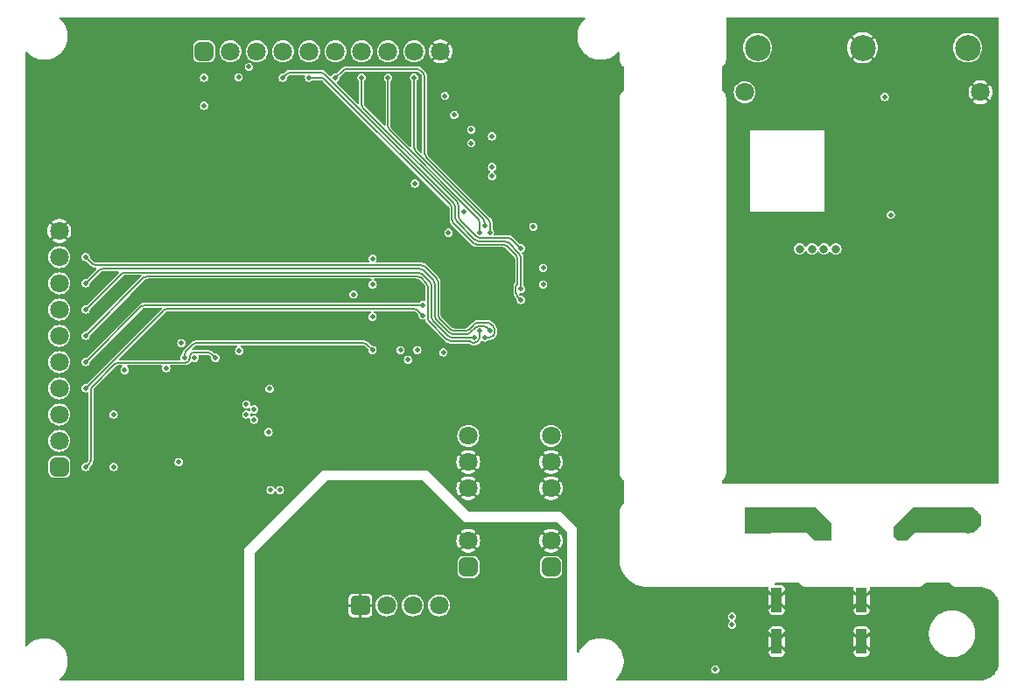
<source format=gbr>
%TF.GenerationSoftware,KiCad,Pcbnew,8.0.5*%
%TF.CreationDate,2024-09-26T23:09:47+07:00*%
%TF.ProjectId,HW.ACIM-DBG,48572e41-4349-44d2-9d44-42472e6b6963,0.1*%
%TF.SameCoordinates,Original*%
%TF.FileFunction,Copper,L3,Inr*%
%TF.FilePolarity,Positive*%
%FSLAX46Y46*%
G04 Gerber Fmt 4.6, Leading zero omitted, Abs format (unit mm)*
G04 Created by KiCad (PCBNEW 8.0.5) date 2024-09-26 23:09:47*
%MOMM*%
%LPD*%
G01*
G04 APERTURE LIST*
G04 Aperture macros list*
%AMRoundRect*
0 Rectangle with rounded corners*
0 $1 Rounding radius*
0 $2 $3 $4 $5 $6 $7 $8 $9 X,Y pos of 4 corners*
0 Add a 4 corners polygon primitive as box body*
4,1,4,$2,$3,$4,$5,$6,$7,$8,$9,$2,$3,0*
0 Add four circle primitives for the rounded corners*
1,1,$1+$1,$2,$3*
1,1,$1+$1,$4,$5*
1,1,$1+$1,$6,$7*
1,1,$1+$1,$8,$9*
0 Add four rect primitives between the rounded corners*
20,1,$1+$1,$2,$3,$4,$5,0*
20,1,$1+$1,$4,$5,$6,$7,0*
20,1,$1+$1,$6,$7,$8,$9,0*
20,1,$1+$1,$8,$9,$2,$3,0*%
G04 Aperture macros list end*
%TA.AperFunction,ComponentPad*%
%ADD10RoundRect,0.450000X-0.450000X-0.450000X0.450000X-0.450000X0.450000X0.450000X-0.450000X0.450000X0*%
%TD*%
%TA.AperFunction,ComponentPad*%
%ADD11C,1.800000*%
%TD*%
%TA.AperFunction,ComponentPad*%
%ADD12RoundRect,0.450000X0.450000X-0.450000X0.450000X0.450000X-0.450000X0.450000X-0.450000X-0.450000X0*%
%TD*%
%TA.AperFunction,ComponentPad*%
%ADD13RoundRect,0.220000X-0.330000X0.980000X-0.330000X-0.980000X0.330000X-0.980000X0.330000X0.980000X0*%
%TD*%
%TA.AperFunction,ComponentPad*%
%ADD14R,2.500000X2.500000*%
%TD*%
%TA.AperFunction,ComponentPad*%
%ADD15C,2.500000*%
%TD*%
%TA.AperFunction,ComponentPad*%
%ADD16RoundRect,0.270000X0.630000X-0.630000X0.630000X0.630000X-0.630000X0.630000X-0.630000X-0.630000X0*%
%TD*%
%TA.AperFunction,ComponentPad*%
%ADD17RoundRect,0.250000X0.650000X-0.650000X0.650000X0.650000X-0.650000X0.650000X-0.650000X-0.650000X0*%
%TD*%
%TA.AperFunction,ViaPad*%
%ADD18C,0.480000*%
%TD*%
%TA.AperFunction,ViaPad*%
%ADD19C,0.800000*%
%TD*%
%TA.AperFunction,Conductor*%
%ADD20C,0.160000*%
%TD*%
G04 APERTURE END LIST*
D10*
%TO.N,/USB HUB/INV_VBUS*%
%TO.C,J1*%
X127432700Y-38950000D03*
D11*
%TO.N,/USB HUB/USB7_N*%
X129972700Y-38950000D03*
%TO.N,/USB HUB/USB7_P*%
X132512700Y-38950000D03*
%TO.N,/USB HUB/INV_TXD1*%
X135052700Y-38950000D03*
%TO.N,/USB HUB/INV_RXD1*%
X137592700Y-38950000D03*
%TO.N,/USB HUB/INV_TXD2*%
X140132700Y-38950000D03*
%TO.N,/USB HUB/INV_RXD2*%
X142672700Y-38950000D03*
%TO.N,/USB HUB/INV_RTS2*%
X145212700Y-38950000D03*
%TO.N,/USB HUB/INV_CTS2*%
X147752700Y-38950000D03*
%TO.N,GND*%
X150292700Y-38950000D03*
%TD*%
D12*
%TO.N,/USB HUB/PSU_VBUS*%
%TO.C,J3*%
X113425000Y-79180200D03*
D11*
%TO.N,/USB HUB/USB5_N*%
X113425000Y-76640200D03*
%TO.N,/USB HUB/USB5_P*%
X113425000Y-74100200D03*
%TO.N,/USB HUB/PSU_TXD1*%
X113425000Y-71560200D03*
%TO.N,/USB HUB/PSU_RXD1*%
X113425000Y-69020200D03*
%TO.N,/USB HUB/PSU_TXD2*%
X113425000Y-66480200D03*
%TO.N,/USB HUB/PSU_RXD2*%
X113425000Y-63940200D03*
%TO.N,/USB HUB/PSU_RTS2*%
X113425000Y-61400200D03*
%TO.N,/USB HUB/PSU_CTS2*%
X113425000Y-58860200D03*
%TO.N,GND*%
X113425000Y-56320200D03*
%TD*%
D13*
%TO.N,GND*%
%TO.C,J2*%
X182825100Y-96075100D03*
X182825100Y-92025100D03*
X191025100Y-92025100D03*
X191025100Y-96075100D03*
%TD*%
D14*
%TO.N,Net-(MD3-ACN)*%
%TO.C,MD4*%
X180965000Y-84310000D03*
D15*
%TO.N,Net-(MD3-ACL)*%
X201285000Y-84310000D03*
%TO.N,N/C*%
X201285000Y-38590000D03*
%TO.N,PGND*%
X191125000Y-38590000D03*
%TO.N,Net-(MD4-DC+)*%
X180965000Y-38590000D03*
%TD*%
D16*
%TO.N,Net-(MD3-ACN)*%
%TO.C,MD3*%
X187225000Y-85400001D03*
D11*
%TO.N,Net-(MD3-ACL)*%
X195025000Y-85400001D03*
%TO.N,PGND*%
X202525000Y-42900000D03*
%TO.N,Net-(MD3-DC+)*%
X179725000Y-42900000D03*
%TD*%
D17*
%TO.N,GND_ISO*%
%TO.C,J4*%
X142552700Y-92575000D03*
D11*
%TO.N,/USB HUB/USB1_P*%
X145092700Y-92575000D03*
%TO.N,/USB HUB/USB1_N*%
X147632700Y-92575000D03*
%TO.N,Net-(F1-Pad1)*%
X150172700Y-92575000D03*
%TD*%
D12*
%TO.N,+5V_ISO*%
%TO.C,MD1*%
X152987500Y-88862500D03*
X160987500Y-88862500D03*
D11*
%TO.N,GND_ISO*%
X152987500Y-86322500D03*
X160987500Y-86322500D03*
%TO.N,GND*%
X160987500Y-81242500D03*
X152987500Y-81242499D03*
X152987500Y-78702500D03*
X160987500Y-78702500D03*
%TO.N,+5V*%
X152987500Y-76162500D03*
X160987500Y-76162500D03*
%TD*%
D18*
%TO.N,GND*%
X123067000Y-82450200D03*
X120562700Y-41150000D03*
X131762700Y-78700000D03*
X110562700Y-94450000D03*
X134762700Y-64550000D03*
X115562700Y-39450000D03*
X131574385Y-85150000D03*
X186087500Y-99412500D03*
X143725000Y-66250000D03*
X155325000Y-59250000D03*
X133574385Y-83150000D03*
X160562700Y-41150000D03*
X151325000Y-61250000D03*
X129574385Y-93150000D03*
X186887500Y-92912500D03*
X160562700Y-36150000D03*
X157262700Y-77950000D03*
X156075000Y-51750000D03*
X125562700Y-56150000D03*
X110562700Y-69450000D03*
X110562700Y-84450000D03*
X150562700Y-36150000D03*
X135562700Y-46150000D03*
X115562700Y-54450000D03*
X199787500Y-91212500D03*
X121375000Y-75700200D03*
X155325000Y-61250000D03*
X143987500Y-76062501D03*
X146425000Y-62550000D03*
X157262700Y-71650000D03*
X110562700Y-59450000D03*
X146425000Y-59000000D03*
X129217000Y-66450200D03*
X164009700Y-95247000D03*
X125562700Y-46150000D03*
X146525000Y-46100000D03*
X140562700Y-36150000D03*
X135562700Y-36150000D03*
X155562700Y-36150000D03*
X203862700Y-92750000D03*
X125062700Y-95450000D03*
X126017000Y-66450200D03*
X126067000Y-82650200D03*
X120562700Y-61150000D03*
X120562700Y-65650000D03*
X120562700Y-56150000D03*
X126067000Y-74050200D03*
X115562700Y-44450000D03*
X130425000Y-46600000D03*
X139862700Y-62750000D03*
X156875000Y-54500000D03*
X141425000Y-41500000D03*
X123067000Y-86450200D03*
X128967000Y-74050200D03*
X130162700Y-78700000D03*
X121375000Y-72500200D03*
X130562700Y-36150000D03*
X167162700Y-50150000D03*
X162162700Y-55150000D03*
X155325000Y-63250000D03*
X130425000Y-62600000D03*
X120562700Y-51150000D03*
X133962700Y-66650000D03*
X194087500Y-98412500D03*
X195787500Y-99412500D03*
X110562700Y-74450000D03*
X135562700Y-71150000D03*
X167162700Y-70150000D03*
X148262700Y-76200000D03*
X138012700Y-78450000D03*
X153275000Y-59250000D03*
X145562700Y-36150000D03*
X125562700Y-61750000D03*
X127517000Y-72600200D03*
X124012700Y-94550000D03*
X132562700Y-64350000D03*
X115562700Y-36150000D03*
X140562700Y-56150000D03*
X203887500Y-95312500D03*
X121962700Y-99450000D03*
X128562700Y-78700000D03*
X151325000Y-63250000D03*
X162762700Y-76450000D03*
X132425000Y-58600000D03*
X121375000Y-74100200D03*
X167162700Y-40150000D03*
X202362700Y-99350000D03*
X110562700Y-89450000D03*
X143925000Y-41500000D03*
X132425000Y-48600000D03*
X150725000Y-41150000D03*
X152162700Y-70150000D03*
X157962700Y-45150000D03*
X126962700Y-97825000D03*
X140562700Y-64550000D03*
X195787500Y-91212500D03*
X125562700Y-36150000D03*
X154475000Y-51750000D03*
X135562700Y-62750000D03*
X125067000Y-85650200D03*
X199787500Y-99412500D03*
X130425000Y-50600000D03*
X116962700Y-99450000D03*
X130425000Y-58600000D03*
X179275100Y-96580100D03*
X151325000Y-59300000D03*
X167162700Y-45150000D03*
X124067000Y-89450200D03*
X195787500Y-95312500D03*
X130312700Y-99450000D03*
X123067000Y-88450200D03*
X135562700Y-56150000D03*
X128967000Y-71150200D03*
X129574385Y-90150000D03*
X193287500Y-99412500D03*
X146425000Y-66250000D03*
X126067000Y-72600200D03*
X175624385Y-91077911D03*
X130425000Y-64600000D03*
X132425000Y-44600000D03*
X116962700Y-94450000D03*
X127617000Y-66450200D03*
X130817000Y-68850200D03*
X123067000Y-84450200D03*
X140562700Y-46150000D03*
X110562700Y-64450000D03*
X167162700Y-85150000D03*
X129574385Y-87150000D03*
X128967000Y-72600200D03*
X146525000Y-41500000D03*
X125062700Y-93825000D03*
X127517000Y-71150200D03*
X151625000Y-50300000D03*
X116962700Y-89450000D03*
X167162700Y-90150000D03*
X174475100Y-96580100D03*
X135562700Y-76150000D03*
X125067000Y-89450200D03*
X162762700Y-71650000D03*
X132425000Y-52600000D03*
X202362700Y-91250000D03*
X194087500Y-96612500D03*
X176875100Y-96580100D03*
X115562700Y-49450000D03*
X126067000Y-71150200D03*
X140562700Y-51150000D03*
X146425000Y-57400000D03*
X122817000Y-66450200D03*
X203862700Y-97950000D03*
X130425000Y-42700000D03*
X153325000Y-63250000D03*
X132462700Y-41450000D03*
X167162700Y-65150000D03*
X153325000Y-49125000D03*
X132425000Y-61600000D03*
X148575000Y-62500000D03*
X164009700Y-85147000D03*
X125562700Y-51150000D03*
X128067000Y-88600200D03*
X110562700Y-79450000D03*
X180875100Y-96580100D03*
X116962700Y-84450000D03*
X118675000Y-75700200D03*
X167162700Y-60150000D03*
X110562700Y-44450000D03*
X110562700Y-54450000D03*
X125562700Y-41150000D03*
X130425000Y-54600000D03*
X142162700Y-70150000D03*
X157262700Y-74450000D03*
X124962700Y-80425000D03*
X167162700Y-80150000D03*
X110562700Y-49450000D03*
X135562700Y-51150000D03*
X126962700Y-99450000D03*
X137562700Y-64550000D03*
X125967000Y-78700200D03*
X120562700Y-36150000D03*
X132425000Y-55600000D03*
X125067000Y-83650200D03*
X155562700Y-41150000D03*
X167162700Y-75150000D03*
X125067000Y-87650200D03*
X130817000Y-66450200D03*
X164009700Y-90147000D03*
X181087500Y-99412500D03*
X121375000Y-70900200D03*
X171256350Y-99243650D03*
X167162700Y-55150000D03*
X157975000Y-50150000D03*
X153325000Y-61250000D03*
X120562700Y-46150000D03*
X123362700Y-78700000D03*
X115562700Y-74450000D03*
X170924385Y-92277911D03*
X127517000Y-74050200D03*
%TO.N,GND_ISO*%
X151009700Y-83497000D03*
X147762700Y-95300000D03*
X132759700Y-95747000D03*
X138562700Y-94825000D03*
X157762700Y-90150000D03*
X162012700Y-99450000D03*
X132759700Y-87747000D03*
X152762700Y-95300000D03*
X147762700Y-99450000D03*
X139212700Y-87250000D03*
X152762700Y-99450000D03*
X132759700Y-91247000D03*
X142762700Y-99450000D03*
X138562700Y-92125000D03*
X157762700Y-99450000D03*
X147837500Y-84512500D03*
X139509700Y-80997000D03*
X135462700Y-91750000D03*
X135259700Y-85247000D03*
X157762700Y-95250000D03*
X137762700Y-99450000D03*
X146009700Y-80997000D03*
X146362700Y-88650000D03*
X157009700Y-84997000D03*
X132762700Y-99450000D03*
X162012700Y-95250000D03*
%TO.N,+3V3*%
X150725000Y-43250000D03*
X143725000Y-59000000D03*
X134767000Y-81400200D03*
X148050000Y-67850000D03*
X118675000Y-79180200D03*
X143725000Y-64650000D03*
X155275000Y-50150000D03*
X147150000Y-68800000D03*
X118675000Y-74100200D03*
X133867000Y-81400200D03*
X146425000Y-67850000D03*
X127432700Y-44200000D03*
X155275000Y-51025000D03*
%TO.N,Net-(C26-Pad2)*%
X125225000Y-67175200D03*
X119750000Y-69800200D03*
%TO.N,Net-(C28-Pad2)*%
X124962700Y-78700000D03*
X130817000Y-67950200D03*
X133667000Y-75800200D03*
X133767000Y-71600200D03*
%TO.N,Net-(U5-VREGOUT)*%
X160225000Y-61500000D03*
X159275000Y-55925000D03*
X147825000Y-51750000D03*
%TO.N,Net-(C48-Pad2)*%
X152575000Y-54450000D03*
X160225000Y-59900000D03*
X150575000Y-68075000D03*
%TO.N,/USB HUB/USB7_P*%
X130762700Y-41450000D03*
X131762700Y-40450000D03*
%TO.N,Net-(U5-ADBUS0{slash}TXD)*%
X115975000Y-69020200D03*
X148575000Y-63500000D03*
%TO.N,Net-(U5-ADBUS1{slash}RXD)*%
X148575000Y-64500000D03*
X115975000Y-71560200D03*
%TO.N,Net-(U5-BDBUS0{slash}TXD)*%
X153575000Y-66650000D03*
X115975000Y-63940200D03*
%TO.N,Net-(U5-BDBUS1{slash}RXD)*%
X154075000Y-66000000D03*
X115975000Y-66480200D03*
%TO.N,Net-(U5-BDBUS2{slash}~{RTS})*%
X115975000Y-58860200D03*
X154575000Y-66650000D03*
%TO.N,Net-(U5-BDBUS3{slash}~{CTS})*%
X155075000Y-66000000D03*
X115975000Y-61400200D03*
%TO.N,Net-(U5-CDBUS0{slash}TXD)*%
X158075000Y-63000000D03*
X137592700Y-41500000D03*
%TO.N,Net-(U5-CDBUS1{slash}RXD)*%
X158075000Y-61950000D03*
X135052700Y-41500000D03*
%TO.N,Net-(U5-DDBUS0{slash}TXD)*%
X158075000Y-58000000D03*
X142672700Y-41500000D03*
%TO.N,Net-(U5-DDBUS1{slash}RXD)*%
X140132700Y-41500000D03*
X155075000Y-56500000D03*
%TO.N,Net-(U5-DDBUS2{slash}~{RTS})*%
X154575000Y-55850000D03*
X147752700Y-41500000D03*
%TO.N,Net-(U5-DDBUS3{slash}~{CTS})*%
X145225000Y-41500000D03*
X154075000Y-56500000D03*
%TO.N,/VCP/EECS*%
X155275000Y-47175000D03*
X151625000Y-45100000D03*
%TO.N,/VCP/EECLK*%
X153275000Y-46525000D03*
%TO.N,/VCP/~{PWREN}*%
X151075000Y-56500000D03*
X153275000Y-47825000D03*
%TO.N,/USB HUB/USB3_P*%
X131517000Y-73100200D03*
X178500100Y-93654385D03*
%TO.N,/USB HUB/USB3_N*%
X132267000Y-73600200D03*
X178500100Y-94454385D03*
%TO.N,/USB HUB/USB5_N*%
X132267000Y-74600200D03*
%TO.N,/USB HUB/USB5_P*%
X131517000Y-74100200D03*
%TO.N,Net-(U2-PRTPWR1{slash}BC_EN1)*%
X128517000Y-68600200D03*
X115975000Y-79180200D03*
%TO.N,Net-(U2-PRTPWR2{slash}BC_EN2)*%
X176875100Y-98780100D03*
X126517000Y-68600200D03*
%TO.N,Net-(U2-PRTPWR3{slash}BC_EN3)*%
X143725000Y-67850000D03*
X125517000Y-68600200D03*
%TO.N,Net-(U2-PRTPWR4{slash}BC_EN4)*%
X123767000Y-69600200D03*
X127432700Y-41500000D03*
%TO.N,Net-(MD3-DC+)*%
X193855000Y-54765001D03*
X193275000Y-43365001D03*
%TO.N,PGND*%
X193525000Y-60400001D03*
X194490000Y-50065001D03*
X203525000Y-80400001D03*
X193525000Y-80400001D03*
X203525000Y-45400001D03*
X178525000Y-45400001D03*
X198525000Y-65400001D03*
X198525000Y-80400001D03*
X203525000Y-40400001D03*
X183525000Y-70400001D03*
X198525000Y-36400001D03*
X183525000Y-75400001D03*
X178525000Y-40400001D03*
X188625000Y-42590000D03*
X193525000Y-65400001D03*
X178525000Y-80400001D03*
X189525000Y-53900001D03*
X198525000Y-60400001D03*
X203525000Y-75400001D03*
X178525000Y-65400001D03*
X183624998Y-42590000D03*
X178525000Y-70400001D03*
X195990000Y-49065001D03*
X188525000Y-70400001D03*
X195957499Y-48032500D03*
X183525000Y-36400001D03*
X178525000Y-60400001D03*
X198525000Y-70400001D03*
X188525000Y-60400001D03*
X183525000Y-55400001D03*
X192990000Y-48065001D03*
X191125000Y-42590000D03*
X193525000Y-70400001D03*
X193525000Y-40400001D03*
X178525000Y-75400001D03*
X194490000Y-49065001D03*
X183525000Y-45400001D03*
X203525000Y-55400001D03*
X203525000Y-65400001D03*
X198525000Y-40400001D03*
X188525000Y-80400001D03*
X203525000Y-70400001D03*
X193525000Y-36400001D03*
X178525000Y-36400001D03*
X192990000Y-49065001D03*
X183525000Y-65400001D03*
X198525000Y-45400001D03*
X194490000Y-48065001D03*
X183525000Y-60400001D03*
X188525000Y-65400001D03*
X198525000Y-50400001D03*
X203525000Y-50400001D03*
X193525000Y-75400001D03*
X192990000Y-50065001D03*
X188525000Y-36400001D03*
X203525000Y-60400001D03*
X195990000Y-50065001D03*
X198525000Y-75400001D03*
X183525000Y-80400001D03*
X203525000Y-36400001D03*
X188525000Y-75400001D03*
D19*
%TO.N,Net-(MD4-DC+)*%
X185039998Y-58065001D03*
X186239998Y-58065001D03*
X188540000Y-58065001D03*
X187389998Y-58065001D03*
D18*
%TO.N,/USB HUB/USB4_N*%
X143733858Y-61500000D03*
X141883858Y-62478858D03*
%TD*%
D20*
%TO.N,Net-(U2-PRTPWR1{slash}BC_EN1)*%
X116621446Y-71366302D02*
G75*
G03*
X116474968Y-71719855I353554J-353598D01*
G01*
X116328553Y-78826647D02*
G75*
G03*
X116474995Y-78473093I-353553J353547D01*
G01*
X119114655Y-69080200D02*
G75*
G03*
X118761124Y-69226670I45J-500000D01*
G01*
%TO.N,Net-(U2-PRTPWR3{slash}BC_EN3)*%
X125663446Y-67970115D02*
G75*
G03*
X125516977Y-68323668I353554J-353585D01*
G01*
X126311914Y-67321647D02*
G75*
G02*
X126665468Y-67175177I353586J-353553D01*
G01*
X143196646Y-67321646D02*
G75*
G03*
X142843093Y-67175205I-353546J-353554D01*
G01*
X125517000Y-68323668D02*
X125517000Y-68600200D01*
X142843093Y-67175200D02*
X126665468Y-67175200D01*
X143725000Y-67850000D02*
X143196646Y-67321646D01*
X126311914Y-67321647D02*
X125663446Y-67970115D01*
%TO.N,Net-(U2-PRTPWR1{slash}BC_EN1)*%
X128163246Y-68246446D02*
G75*
G03*
X127809693Y-68100005I-353546J-353554D01*
G01*
X126025000Y-68680200D02*
G75*
G02*
X125625000Y-69080200I-400000J0D01*
G01*
X126025000Y-68500000D02*
G75*
G02*
X126425000Y-68100000I400000J0D01*
G01*
X116328553Y-78826647D02*
X115975000Y-79180200D01*
X118761101Y-69226647D02*
X116621446Y-71366302D01*
X125625000Y-69080200D02*
X119114655Y-69080200D01*
X116475000Y-71719855D02*
X116475000Y-78473093D01*
X127809693Y-68100000D02*
X126425000Y-68100000D01*
X126025000Y-68500000D02*
X126025000Y-68680200D01*
X128517000Y-68600200D02*
X128163246Y-68246446D01*
%TO.N,Net-(U5-ADBUS0{slash}TXD)*%
X121348753Y-63646447D02*
X115975000Y-69020200D01*
X148575000Y-63500000D02*
X121702307Y-63500000D01*
X121348753Y-63646447D02*
G75*
G02*
X121702307Y-63500005I353547J-353553D01*
G01*
%TO.N,Net-(U5-ADBUS1{slash}RXD)*%
X148575000Y-64500000D02*
X148071446Y-63996446D01*
X123538753Y-63996447D02*
X115975000Y-71560200D01*
X147717893Y-63850000D02*
X123892307Y-63850000D01*
X148071446Y-63996446D02*
G75*
G03*
X147717893Y-63850005I-353546J-353554D01*
G01*
X123892307Y-63850000D02*
G75*
G03*
X123538750Y-63996444I-7J-500000D01*
G01*
%TO.N,Net-(U5-BDBUS0{slash}TXD)*%
X151028553Y-66503553D02*
X149571446Y-65046446D01*
X149425000Y-64692893D02*
X149425000Y-61607107D01*
X119418753Y-60496447D02*
X115975000Y-63940200D01*
X148167893Y-60350000D02*
X119772307Y-60350000D01*
X149278553Y-61253553D02*
X148521446Y-60496446D01*
X153575000Y-66650000D02*
X151382107Y-66650000D01*
X149425000Y-64692893D02*
G75*
G03*
X149571443Y-65046449I500000J-7D01*
G01*
X149278553Y-61253553D02*
G75*
G02*
X149424995Y-61607107I-353553J-353547D01*
G01*
X151382107Y-66650000D02*
G75*
G02*
X151028550Y-66503556I-7J500000D01*
G01*
X148521446Y-60496446D02*
G75*
G03*
X148167893Y-60350005I-353546J-353554D01*
G01*
X119418753Y-60496447D02*
G75*
G02*
X119772307Y-60350005I353547J-353553D01*
G01*
%TO.N,Net-(U5-BDBUS1{slash}RXD)*%
X148928553Y-61403553D02*
X148371446Y-60846446D01*
X153251776Y-67076776D02*
X153218223Y-67043223D01*
X150896005Y-66823553D02*
X149221446Y-65148994D01*
X121608753Y-60846447D02*
X115975000Y-66480200D01*
X153041447Y-66970000D02*
X151249559Y-66970000D01*
X153546716Y-67150000D02*
X153428553Y-67150000D01*
X154075000Y-66000000D02*
X154075000Y-66621716D01*
X148017893Y-60700000D02*
X121962307Y-60700000D01*
X149075000Y-64795441D02*
X149075000Y-61757107D01*
X153928553Y-66975270D02*
X153900269Y-67003554D01*
X121962307Y-60700000D02*
G75*
G03*
X121608750Y-60846444I-7J-500000D01*
G01*
X153041447Y-66970000D02*
G75*
G02*
X153218200Y-67043246I-47J-250000D01*
G01*
X149221446Y-65148994D02*
G75*
G02*
X149074971Y-64795441I353554J353594D01*
G01*
X151249559Y-66970000D02*
G75*
G02*
X150896026Y-66823532I41J500000D01*
G01*
X153428553Y-67150000D02*
G75*
G02*
X153251799Y-67076753I47J250000D01*
G01*
X148371446Y-60846446D02*
G75*
G03*
X148017893Y-60700005I-353546J-353554D01*
G01*
X149075000Y-61757107D02*
G75*
G03*
X148928556Y-61403550I-500000J7D01*
G01*
X154075000Y-66621716D02*
G75*
G02*
X153928545Y-66975262I-500000J16D01*
G01*
X153900269Y-67003554D02*
G75*
G02*
X153546716Y-67150011I-353569J353554D01*
G01*
%TO.N,Net-(U5-BDBUS2{slash}~{RTS})*%
X151293649Y-65863553D02*
X150211446Y-64781350D01*
X154575000Y-66650000D02*
X155005593Y-66650000D01*
X155555000Y-66100593D02*
X155555000Y-65899407D01*
X152705345Y-66010000D02*
X151647203Y-66010000D01*
X150065000Y-64427797D02*
X150065000Y-61247107D01*
X155359147Y-66503553D02*
X155408554Y-66454146D01*
X153576005Y-65346447D02*
X153058898Y-65863554D01*
X149918553Y-60893553D02*
X148821446Y-59796446D01*
X154855593Y-65200000D02*
X153929559Y-65200000D01*
X155408553Y-65545853D02*
X155209146Y-65346446D01*
X148467893Y-59650000D02*
X116971907Y-59650000D01*
X116618353Y-59503553D02*
X115975000Y-58860200D01*
X150211446Y-64781350D02*
G75*
G02*
X150065002Y-64427797I353554J353550D01*
G01*
X149918553Y-60893553D02*
G75*
G02*
X150064995Y-61247107I-353553J-353547D01*
G01*
X148821446Y-59796446D02*
G75*
G03*
X148467893Y-59650005I-353546J-353554D01*
G01*
X153058898Y-65863554D02*
G75*
G02*
X152705345Y-66010032I-353598J353554D01*
G01*
X116971907Y-59650000D02*
G75*
G02*
X116618350Y-59503556I-7J500000D01*
G01*
X155555000Y-66100593D02*
G75*
G02*
X155408557Y-66454149I-500000J-7D01*
G01*
X155555000Y-65899407D02*
G75*
G03*
X155408556Y-65545850I-500000J7D01*
G01*
X153576005Y-65346447D02*
G75*
G02*
X153929559Y-65199971I353595J-353553D01*
G01*
X151293649Y-65863553D02*
G75*
G03*
X151647203Y-66009998I353551J353553D01*
G01*
X155005593Y-66650000D02*
G75*
G03*
X155359150Y-66503556I7J500000D01*
G01*
X154855593Y-65200000D02*
G75*
G02*
X155209149Y-65346443I7J-500000D01*
G01*
%TO.N,Net-(U5-BDBUS3{slash}~{CTS})*%
X152837893Y-66330000D02*
X151514655Y-66330000D01*
X153708553Y-65666447D02*
X153191446Y-66183554D01*
X117228753Y-60146447D02*
X115975000Y-61400200D01*
X155075000Y-66000000D02*
X154741446Y-65666446D01*
X149745000Y-64560345D02*
X149745000Y-61427107D01*
X149598553Y-61073553D02*
X148671446Y-60146446D01*
X154387893Y-65520000D02*
X154062107Y-65520000D01*
X151161101Y-66183553D02*
X149891446Y-64913898D01*
X148317893Y-60000000D02*
X117582307Y-60000000D01*
X149598553Y-61073553D02*
G75*
G02*
X149744995Y-61427107I-353553J-353547D01*
G01*
X117582307Y-60000000D02*
G75*
G03*
X117228750Y-60146444I-7J-500000D01*
G01*
X154741446Y-65666446D02*
G75*
G03*
X154387893Y-65520005I-353546J-353554D01*
G01*
X148671446Y-60146446D02*
G75*
G03*
X148317893Y-60000005I-353546J-353554D01*
G01*
X153191446Y-66183554D02*
G75*
G02*
X152837893Y-66329995I-353546J353554D01*
G01*
X154062107Y-65520000D02*
G75*
G03*
X153708550Y-65666444I-7J-500000D01*
G01*
X151514655Y-66330000D02*
G75*
G02*
X151161124Y-66183530I45J500000D01*
G01*
X149745000Y-64560345D02*
G75*
G03*
X149891469Y-64913875I500000J45D01*
G01*
%TO.N,Net-(U5-CDBUS0{slash}TXD)*%
X157741447Y-62666447D02*
X158075000Y-63000000D01*
X139113803Y-41646447D02*
X151258554Y-53791198D01*
X137592700Y-41500000D02*
X138760249Y-41500000D01*
X157681776Y-61480924D02*
X157668223Y-61494477D01*
X157595000Y-61671253D02*
X157595000Y-62312893D01*
X156718899Y-57796447D02*
X157608554Y-58686102D01*
X151405000Y-54144751D02*
X151405000Y-55222893D01*
X157755000Y-59039655D02*
X157755000Y-61304147D01*
X153832107Y-57650000D02*
X156365345Y-57650000D01*
X151551447Y-55576447D02*
X153478554Y-57503554D01*
X157668223Y-61494477D02*
G75*
G03*
X157594967Y-61671253I176777J-176823D01*
G01*
X151258554Y-53791198D02*
G75*
G02*
X151405035Y-54144751I-353554J-353602D01*
G01*
X157595000Y-62312893D02*
G75*
G03*
X157741444Y-62666450I500000J-7D01*
G01*
X157681776Y-61480924D02*
G75*
G03*
X157755033Y-61304147I-176776J176824D01*
G01*
X157608554Y-58686102D02*
G75*
G02*
X157755032Y-59039655I-353554J-353598D01*
G01*
X151405000Y-55222893D02*
G75*
G03*
X151551444Y-55576450I500000J-7D01*
G01*
X138760249Y-41500000D02*
G75*
G02*
X139113828Y-41646422I51J-500000D01*
G01*
X156365345Y-57650000D02*
G75*
G02*
X156718876Y-57796470I-45J-500000D01*
G01*
X153478554Y-57503554D02*
G75*
G03*
X153832107Y-57649995I353546J353554D01*
G01*
%TO.N,Net-(U5-CDBUS1{slash}RXD)*%
X138712797Y-41000000D02*
X135759807Y-41000000D01*
X158075000Y-61950000D02*
X158075000Y-58907107D01*
X156487893Y-57320000D02*
X153970736Y-57320000D01*
X135406253Y-41146447D02*
X135052700Y-41500000D01*
X157928553Y-58553553D02*
X156841446Y-57466446D01*
X153617182Y-57173553D02*
X151871446Y-55427817D01*
X151725000Y-55074264D02*
X151725000Y-54012203D01*
X151578553Y-53658649D02*
X139066350Y-41146446D01*
X151725000Y-54012203D02*
G75*
G03*
X151578554Y-53658648I-500000J3D01*
G01*
X153617182Y-57173553D02*
G75*
G03*
X153970736Y-57319975I353518J353553D01*
G01*
X138712797Y-41000000D02*
G75*
G02*
X139066351Y-41146445I3J-500000D01*
G01*
X156841446Y-57466446D02*
G75*
G03*
X156487893Y-57320005I-353546J-353554D01*
G01*
X151725000Y-55074264D02*
G75*
G03*
X151871428Y-55427835I500000J-36D01*
G01*
X135406253Y-41146447D02*
G75*
G02*
X135759807Y-41000005I353547J-353553D01*
G01*
X157928553Y-58553553D02*
G75*
G02*
X158074995Y-58907107I-353553J-353547D01*
G01*
%TO.N,Net-(U5-DDBUS0{slash}TXD)*%
X151928553Y-53556101D02*
X142819146Y-44446694D01*
X156867893Y-57000000D02*
X154103284Y-57000000D01*
X153749730Y-56853553D02*
X152221446Y-55325269D01*
X142672700Y-44093141D02*
X142672700Y-41500000D01*
X152075000Y-54971716D02*
X152075000Y-53909655D01*
X158075000Y-58000000D02*
X157221446Y-57146446D01*
X142672700Y-44093141D02*
G75*
G03*
X142819167Y-44446673I500000J41D01*
G01*
X152221446Y-55325269D02*
G75*
G02*
X152074989Y-54971716I353554J353569D01*
G01*
X153749730Y-56853553D02*
G75*
G03*
X154103284Y-57000011I353570J353553D01*
G01*
X152075000Y-53909655D02*
G75*
G03*
X151928530Y-53556124I-500000J-45D01*
G01*
X157221446Y-57146446D02*
G75*
G03*
X156867893Y-57000005I-353546J-353554D01*
G01*
%TO.N,Net-(U5-DDBUS1{slash}RXD)*%
X148628553Y-41045853D02*
X148379146Y-40796446D01*
X148775000Y-48837797D02*
X148775000Y-41399407D01*
X148025593Y-40650000D02*
X141189807Y-40650000D01*
X154928553Y-55198457D02*
X148921446Y-49191350D01*
X155075000Y-56500000D02*
X155075000Y-55552011D01*
X140836253Y-40796447D02*
X140132700Y-41500000D01*
X141189807Y-40650000D02*
G75*
G03*
X140836250Y-40796444I-7J-500000D01*
G01*
X148921446Y-49191350D02*
G75*
G02*
X148775002Y-48837797I353554J353550D01*
G01*
X148379146Y-40796446D02*
G75*
G03*
X148025593Y-40650005I-353546J-353554D01*
G01*
X148628553Y-41045853D02*
G75*
G02*
X148774995Y-41399407I-353553J-353547D01*
G01*
X154928553Y-55198457D02*
G75*
G02*
X155074992Y-55552011I-353553J-353543D01*
G01*
%TO.N,Net-(U5-DDBUS2{slash}~{RTS})*%
X154575000Y-55850000D02*
X154575000Y-55504559D01*
X147899147Y-48621599D02*
X148076274Y-48798726D01*
X147752700Y-41500000D02*
X147752700Y-48268045D01*
X154428553Y-55151005D02*
X154101274Y-54823726D01*
X154101274Y-54823726D02*
X148076274Y-48798726D01*
X154428553Y-55151005D02*
G75*
G02*
X154575029Y-55504559I-353553J-353595D01*
G01*
X147899147Y-48621599D02*
G75*
G02*
X147752668Y-48268045I353553J353599D01*
G01*
%TO.N,Net-(U5-DDBUS3{slash}~{CTS})*%
X154075000Y-56500000D02*
X154075000Y-55457107D01*
X145225000Y-46192893D02*
X145225000Y-41500000D01*
X153928553Y-55103553D02*
X145371446Y-46546446D01*
X154075000Y-55457107D02*
G75*
G03*
X153928556Y-55103550I-500000J7D01*
G01*
X145225000Y-46192893D02*
G75*
G03*
X145371443Y-46546449I500000J-7D01*
G01*
%TD*%
%TA.AperFunction,Conductor*%
%TO.N,PGND*%
G36*
X204132696Y-35651719D02*
G01*
X204147753Y-35654103D01*
X204171162Y-35657811D01*
X204200614Y-35667379D01*
X204228294Y-35681483D01*
X204253347Y-35699685D01*
X204275314Y-35721652D01*
X204293517Y-35746707D01*
X204307618Y-35774381D01*
X204317188Y-35803835D01*
X204323281Y-35842302D01*
X204324500Y-35857790D01*
X204324500Y-80701000D01*
X204305593Y-80759191D01*
X204256093Y-80795155D01*
X204225500Y-80800000D01*
X177624000Y-80800000D01*
X177565809Y-80781093D01*
X177529845Y-80731593D01*
X177525000Y-80701000D01*
X177525000Y-80498763D01*
X177543907Y-80440572D01*
X177560358Y-80422930D01*
X177635163Y-80360163D01*
X177747692Y-80226055D01*
X177835225Y-80074445D01*
X177895101Y-79909938D01*
X177925500Y-79737532D01*
X177925500Y-79650000D01*
X177925500Y-79592417D01*
X177925500Y-58065000D01*
X184474661Y-58065000D01*
X184474661Y-58065001D01*
X184493924Y-58211321D01*
X184533682Y-58307305D01*
X184549534Y-58345576D01*
X184550402Y-58347670D01*
X184640244Y-58464755D01*
X184757329Y-58554597D01*
X184893678Y-58611075D01*
X185003418Y-58625522D01*
X185039997Y-58630338D01*
X185039998Y-58630338D01*
X185039999Y-58630338D01*
X185069262Y-58626485D01*
X185186318Y-58611075D01*
X185322667Y-58554597D01*
X185439752Y-58464755D01*
X185529594Y-58347670D01*
X185548534Y-58301946D01*
X185588270Y-58255420D01*
X185647765Y-58241136D01*
X185704293Y-58264551D01*
X185731462Y-58301946D01*
X185750400Y-58347667D01*
X185750400Y-58347668D01*
X185750402Y-58347670D01*
X185840244Y-58464755D01*
X185957329Y-58554597D01*
X186093678Y-58611075D01*
X186203418Y-58625522D01*
X186239997Y-58630338D01*
X186239998Y-58630338D01*
X186239999Y-58630338D01*
X186269262Y-58626485D01*
X186386318Y-58611075D01*
X186522667Y-58554597D01*
X186639752Y-58464755D01*
X186729594Y-58347670D01*
X186729595Y-58347668D01*
X186733544Y-58342522D01*
X186734663Y-58343381D01*
X186774729Y-58307305D01*
X186835579Y-58300908D01*
X186888568Y-58331499D01*
X186898795Y-58345576D01*
X186900402Y-58347670D01*
X186990244Y-58464755D01*
X187107329Y-58554597D01*
X187243678Y-58611075D01*
X187353418Y-58625522D01*
X187389997Y-58630338D01*
X187389998Y-58630338D01*
X187389999Y-58630338D01*
X187419262Y-58626485D01*
X187536318Y-58611075D01*
X187672667Y-58554597D01*
X187789752Y-58464755D01*
X187879594Y-58347670D01*
X187879595Y-58347668D01*
X187883544Y-58342522D01*
X187884662Y-58343380D01*
X187924736Y-58307301D01*
X187985586Y-58300908D01*
X188038573Y-58331503D01*
X188048803Y-58345584D01*
X188050404Y-58347670D01*
X188140246Y-58464755D01*
X188257331Y-58554597D01*
X188393680Y-58611075D01*
X188503420Y-58625522D01*
X188539999Y-58630338D01*
X188540000Y-58630338D01*
X188540001Y-58630338D01*
X188569264Y-58626485D01*
X188686320Y-58611075D01*
X188822669Y-58554597D01*
X188939754Y-58464755D01*
X189029596Y-58347670D01*
X189086074Y-58211321D01*
X189105337Y-58065001D01*
X189086074Y-57918681D01*
X189029596Y-57782333D01*
X188939754Y-57665247D01*
X188939749Y-57665243D01*
X188939748Y-57665242D01*
X188889924Y-57627011D01*
X188822669Y-57575405D01*
X188686320Y-57518927D01*
X188686317Y-57518926D01*
X188686316Y-57518926D01*
X188540001Y-57499664D01*
X188539999Y-57499664D01*
X188393683Y-57518926D01*
X188393678Y-57518928D01*
X188257333Y-57575404D01*
X188140250Y-57665243D01*
X188140242Y-57665251D01*
X188046454Y-57787481D01*
X188045336Y-57786623D01*
X188005255Y-57822704D01*
X187944404Y-57829092D01*
X187891419Y-57798493D01*
X187881189Y-57784412D01*
X187789755Y-57665251D01*
X187789752Y-57665247D01*
X187789747Y-57665243D01*
X187789746Y-57665242D01*
X187739922Y-57627011D01*
X187672667Y-57575405D01*
X187536318Y-57518927D01*
X187536315Y-57518926D01*
X187536314Y-57518926D01*
X187389999Y-57499664D01*
X187389997Y-57499664D01*
X187243681Y-57518926D01*
X187243676Y-57518928D01*
X187107331Y-57575404D01*
X186990248Y-57665243D01*
X186990240Y-57665251D01*
X186896452Y-57787481D01*
X186895332Y-57786622D01*
X186855259Y-57822701D01*
X186794409Y-57829092D01*
X186741422Y-57798496D01*
X186731209Y-57784438D01*
X186639755Y-57665251D01*
X186639752Y-57665247D01*
X186639747Y-57665243D01*
X186639746Y-57665242D01*
X186589922Y-57627011D01*
X186522667Y-57575405D01*
X186386318Y-57518927D01*
X186386315Y-57518926D01*
X186386314Y-57518926D01*
X186239999Y-57499664D01*
X186239997Y-57499664D01*
X186093681Y-57518926D01*
X186093676Y-57518928D01*
X185957331Y-57575404D01*
X185840248Y-57665243D01*
X185840240Y-57665251D01*
X185750401Y-57782334D01*
X185731462Y-57828057D01*
X185691725Y-57874583D01*
X185632230Y-57888866D01*
X185575702Y-57865451D01*
X185548534Y-57828057D01*
X185531371Y-57786623D01*
X185529594Y-57782333D01*
X185439752Y-57665247D01*
X185439747Y-57665243D01*
X185439746Y-57665242D01*
X185389922Y-57627011D01*
X185322667Y-57575405D01*
X185186318Y-57518927D01*
X185186315Y-57518926D01*
X185186314Y-57518926D01*
X185039999Y-57499664D01*
X185039997Y-57499664D01*
X184893681Y-57518926D01*
X184893676Y-57518928D01*
X184757331Y-57575404D01*
X184640248Y-57665243D01*
X184640240Y-57665251D01*
X184550401Y-57782334D01*
X184493925Y-57918679D01*
X184493923Y-57918684D01*
X184474661Y-58065000D01*
X177925500Y-58065000D01*
X177925500Y-54765000D01*
X193449508Y-54765000D01*
X193449508Y-54765001D01*
X193469354Y-54890304D01*
X193469355Y-54890308D01*
X193524944Y-54999407D01*
X193526950Y-55003343D01*
X193616658Y-55093051D01*
X193729696Y-55150647D01*
X193855000Y-55170493D01*
X193980304Y-55150647D01*
X194093342Y-55093051D01*
X194183050Y-55003343D01*
X194240646Y-54890305D01*
X194260492Y-54765001D01*
X194240646Y-54639697D01*
X194183050Y-54526659D01*
X194093342Y-54436951D01*
X194089406Y-54434945D01*
X193980307Y-54379356D01*
X193980304Y-54379355D01*
X193855000Y-54359509D01*
X193729696Y-54379355D01*
X193729692Y-54379356D01*
X193616659Y-54436950D01*
X193526949Y-54526660D01*
X193469355Y-54639693D01*
X193469354Y-54639697D01*
X193449508Y-54765000D01*
X177925500Y-54765000D01*
X177925500Y-54465001D01*
X180239999Y-54465001D01*
X180240000Y-54465001D01*
X187439998Y-54465001D01*
X187439999Y-54465001D01*
X187439999Y-46615001D01*
X180239999Y-46615001D01*
X180239999Y-54465001D01*
X177925500Y-54465001D01*
X177925500Y-43497273D01*
X177925500Y-43462468D01*
X177895101Y-43290062D01*
X177835225Y-43125555D01*
X177747692Y-42973945D01*
X177685642Y-42899996D01*
X178659369Y-42899996D01*
X178659369Y-42900003D01*
X178679843Y-43107889D01*
X178679844Y-43107894D01*
X178740485Y-43307799D01*
X178740487Y-43307804D01*
X178838952Y-43492021D01*
X178838958Y-43492030D01*
X178838960Y-43492033D01*
X178886532Y-43550000D01*
X178971480Y-43653510D01*
X178971489Y-43653519D01*
X179046800Y-43715324D01*
X179132967Y-43786040D01*
X179132971Y-43786042D01*
X179132978Y-43786047D01*
X179317195Y-43884512D01*
X179317201Y-43884515D01*
X179456465Y-43926759D01*
X179517105Y-43945155D01*
X179517110Y-43945156D01*
X179724997Y-43965631D01*
X179725000Y-43965631D01*
X179725003Y-43965631D01*
X179932889Y-43945156D01*
X179932894Y-43945155D01*
X180132799Y-43884515D01*
X180250417Y-43821647D01*
X180317021Y-43786047D01*
X180317024Y-43786044D01*
X180317033Y-43786040D01*
X180478515Y-43653515D01*
X180611040Y-43492033D01*
X180611044Y-43492024D01*
X180611047Y-43492021D01*
X180678940Y-43365000D01*
X192869508Y-43365000D01*
X192869508Y-43365001D01*
X192889354Y-43490304D01*
X192889355Y-43490308D01*
X192890228Y-43492021D01*
X192946950Y-43603343D01*
X193036658Y-43693051D01*
X193149696Y-43750647D01*
X193275000Y-43770493D01*
X193400304Y-43750647D01*
X193513342Y-43693051D01*
X193603050Y-43603343D01*
X193660646Y-43490305D01*
X193680492Y-43365001D01*
X193660646Y-43239697D01*
X193603050Y-43126659D01*
X193513342Y-43036951D01*
X193509406Y-43034945D01*
X193400307Y-42979356D01*
X193400304Y-42979355D01*
X193275000Y-42959509D01*
X193149696Y-42979355D01*
X193149692Y-42979356D01*
X193036659Y-43036950D01*
X192946949Y-43126660D01*
X192889355Y-43239693D01*
X192889354Y-43239697D01*
X192869508Y-43365000D01*
X180678940Y-43365000D01*
X180701279Y-43323207D01*
X180709515Y-43307799D01*
X180770155Y-43107894D01*
X180770156Y-43107889D01*
X180790631Y-42900003D01*
X180790631Y-42900000D01*
X201370073Y-42900000D01*
X201389738Y-43112216D01*
X201448064Y-43317210D01*
X201543057Y-43507983D01*
X201543062Y-43507992D01*
X201627894Y-43620326D01*
X202094269Y-43153950D01*
X202124901Y-43207007D01*
X202217993Y-43300099D01*
X202271046Y-43330729D01*
X201803432Y-43798342D01*
X201803433Y-43798344D01*
X201828995Y-43821647D01*
X201828994Y-43821647D01*
X202010206Y-43933847D01*
X202208941Y-44010838D01*
X202418437Y-44050000D01*
X202631563Y-44050000D01*
X202841058Y-44010838D01*
X203039795Y-43933847D01*
X203039797Y-43933846D01*
X203220995Y-43821654D01*
X203220997Y-43821652D01*
X203246565Y-43798343D01*
X202778952Y-43330730D01*
X202832007Y-43300099D01*
X202925099Y-43207007D01*
X202955730Y-43153952D01*
X203422106Y-43620328D01*
X203506931Y-43508002D01*
X203506940Y-43507987D01*
X203601935Y-43317210D01*
X203660261Y-43112216D01*
X203679926Y-42900000D01*
X203660261Y-42687783D01*
X203601935Y-42482789D01*
X203506942Y-42292016D01*
X203506937Y-42292007D01*
X203422105Y-42179672D01*
X202955729Y-42646046D01*
X202925099Y-42592993D01*
X202832007Y-42499901D01*
X202778950Y-42469269D01*
X203246565Y-42001655D01*
X203246565Y-42001654D01*
X203221004Y-41978352D01*
X203221005Y-41978352D01*
X203039793Y-41866152D01*
X202841058Y-41789161D01*
X202631563Y-41750000D01*
X202418437Y-41750000D01*
X202208941Y-41789161D01*
X202010206Y-41866152D01*
X201828998Y-41978350D01*
X201803433Y-42001655D01*
X202271047Y-42469269D01*
X202217993Y-42499901D01*
X202124901Y-42592993D01*
X202094269Y-42646047D01*
X201627893Y-42179671D01*
X201543066Y-42292001D01*
X201543057Y-42292016D01*
X201448064Y-42482789D01*
X201389738Y-42687783D01*
X201370073Y-42900000D01*
X180790631Y-42900000D01*
X180790631Y-42899996D01*
X180770156Y-42692110D01*
X180770155Y-42692105D01*
X180741208Y-42596680D01*
X180709515Y-42492201D01*
X180680342Y-42437622D01*
X180611047Y-42307978D01*
X180611042Y-42307971D01*
X180611040Y-42307967D01*
X180505750Y-42179671D01*
X180478519Y-42146489D01*
X180478510Y-42146480D01*
X180384370Y-42069222D01*
X180317033Y-42013960D01*
X180317030Y-42013958D01*
X180317021Y-42013952D01*
X180132804Y-41915487D01*
X180132799Y-41915485D01*
X179932894Y-41854844D01*
X179932889Y-41854843D01*
X179725003Y-41834369D01*
X179724997Y-41834369D01*
X179517110Y-41854843D01*
X179517105Y-41854844D01*
X179317200Y-41915485D01*
X179317195Y-41915487D01*
X179132978Y-42013952D01*
X179132968Y-42013959D01*
X178971489Y-42146480D01*
X178971480Y-42146489D01*
X178838959Y-42307968D01*
X178838952Y-42307978D01*
X178740487Y-42492195D01*
X178740485Y-42492200D01*
X178679844Y-42692105D01*
X178679843Y-42692110D01*
X178659369Y-42899996D01*
X177685642Y-42899996D01*
X177635163Y-42839837D01*
X177607675Y-42816772D01*
X177560363Y-42777072D01*
X177527941Y-42725184D01*
X177525000Y-42701234D01*
X177525000Y-40473763D01*
X177543907Y-40415572D01*
X177560358Y-40397930D01*
X177635163Y-40335163D01*
X177747692Y-40201055D01*
X177835225Y-40049445D01*
X177895101Y-39884938D01*
X177925500Y-39712532D01*
X177925500Y-39625000D01*
X177925500Y-39567417D01*
X177925500Y-38590000D01*
X179549666Y-38590000D01*
X179568968Y-38822952D01*
X179626354Y-39049560D01*
X179720248Y-39263620D01*
X179720253Y-39263629D01*
X179848099Y-39459311D01*
X179848101Y-39459313D01*
X179848103Y-39459316D01*
X180006420Y-39631295D01*
X180190886Y-39774870D01*
X180212190Y-39786399D01*
X180394273Y-39884938D01*
X180396467Y-39886125D01*
X180617556Y-39962025D01*
X180848123Y-40000500D01*
X181081877Y-40000500D01*
X181312444Y-39962025D01*
X181533533Y-39886125D01*
X181739114Y-39774870D01*
X181923580Y-39631295D01*
X182081897Y-39459316D01*
X182209749Y-39263625D01*
X182303647Y-39049558D01*
X182361031Y-38822956D01*
X182380334Y-38590000D01*
X189619859Y-38590000D01*
X189640386Y-38837736D01*
X189701412Y-39078716D01*
X189801268Y-39306367D01*
X189937231Y-39514475D01*
X189978699Y-39559521D01*
X190585568Y-38952651D01*
X190620112Y-39004351D01*
X190710649Y-39094888D01*
X190762345Y-39129430D01*
X190155537Y-39736239D01*
X190301762Y-39850051D01*
X190301765Y-39850053D01*
X190520388Y-39968366D01*
X190755513Y-40049084D01*
X191000706Y-40090000D01*
X191249294Y-40090000D01*
X191494486Y-40049084D01*
X191729611Y-39968366D01*
X191948234Y-39850053D01*
X191948238Y-39850050D01*
X192094461Y-39736239D01*
X191487653Y-39129431D01*
X191539351Y-39094888D01*
X191629888Y-39004351D01*
X191664431Y-38952653D01*
X192271299Y-39559521D01*
X192312766Y-39514479D01*
X192448731Y-39306367D01*
X192548587Y-39078716D01*
X192609613Y-38837736D01*
X192630140Y-38590000D01*
X199869666Y-38590000D01*
X199888968Y-38822952D01*
X199946354Y-39049560D01*
X200040248Y-39263620D01*
X200040253Y-39263629D01*
X200168099Y-39459311D01*
X200168101Y-39459313D01*
X200168103Y-39459316D01*
X200326420Y-39631295D01*
X200510886Y-39774870D01*
X200532190Y-39786399D01*
X200714273Y-39884938D01*
X200716467Y-39886125D01*
X200937556Y-39962025D01*
X201168123Y-40000500D01*
X201401877Y-40000500D01*
X201632444Y-39962025D01*
X201853533Y-39886125D01*
X202059114Y-39774870D01*
X202243580Y-39631295D01*
X202401897Y-39459316D01*
X202529749Y-39263625D01*
X202623647Y-39049558D01*
X202681031Y-38822956D01*
X202700334Y-38590000D01*
X202681031Y-38357044D01*
X202623647Y-38130442D01*
X202529749Y-37916375D01*
X202529746Y-37916370D01*
X202401900Y-37720688D01*
X202401898Y-37720686D01*
X202401897Y-37720684D01*
X202243580Y-37548705D01*
X202059114Y-37405130D01*
X201853536Y-37293876D01*
X201837135Y-37288245D01*
X201632444Y-37217975D01*
X201632441Y-37217974D01*
X201632440Y-37217974D01*
X201401877Y-37179500D01*
X201168123Y-37179500D01*
X200937559Y-37217974D01*
X200716463Y-37293876D01*
X200510885Y-37405130D01*
X200510882Y-37405132D01*
X200326423Y-37548702D01*
X200326417Y-37548707D01*
X200168099Y-37720688D01*
X200040253Y-37916370D01*
X200040248Y-37916379D01*
X199946354Y-38130439D01*
X199888968Y-38357047D01*
X199869666Y-38590000D01*
X192630140Y-38590000D01*
X192609613Y-38342263D01*
X192548587Y-38101283D01*
X192448731Y-37873632D01*
X192312768Y-37665524D01*
X192271299Y-37620477D01*
X191664430Y-38227345D01*
X191629888Y-38175649D01*
X191539351Y-38085112D01*
X191487652Y-38050568D01*
X192094461Y-37443760D01*
X192094461Y-37443759D01*
X191948237Y-37329948D01*
X191948234Y-37329946D01*
X191729611Y-37211633D01*
X191494486Y-37130915D01*
X191249294Y-37090000D01*
X191000706Y-37090000D01*
X190755513Y-37130915D01*
X190520388Y-37211633D01*
X190301765Y-37329946D01*
X190301762Y-37329948D01*
X190155537Y-37443759D01*
X190155537Y-37443760D01*
X190762346Y-38050569D01*
X190710649Y-38085112D01*
X190620112Y-38175649D01*
X190585568Y-38227346D01*
X189978699Y-37620477D01*
X189937231Y-37665523D01*
X189801268Y-37873632D01*
X189701412Y-38101283D01*
X189640386Y-38342263D01*
X189619859Y-38590000D01*
X182380334Y-38590000D01*
X182361031Y-38357044D01*
X182303647Y-38130442D01*
X182209749Y-37916375D01*
X182209746Y-37916370D01*
X182081900Y-37720688D01*
X182081898Y-37720686D01*
X182081897Y-37720684D01*
X181923580Y-37548705D01*
X181739114Y-37405130D01*
X181533536Y-37293876D01*
X181517135Y-37288245D01*
X181312444Y-37217975D01*
X181312441Y-37217974D01*
X181312440Y-37217974D01*
X181081877Y-37179500D01*
X180848123Y-37179500D01*
X180617559Y-37217974D01*
X180396463Y-37293876D01*
X180190885Y-37405130D01*
X180190882Y-37405132D01*
X180006423Y-37548702D01*
X180006417Y-37548707D01*
X179848099Y-37720688D01*
X179720253Y-37916370D01*
X179720248Y-37916379D01*
X179626354Y-38130439D01*
X179568968Y-38357047D01*
X179549666Y-38590000D01*
X177925500Y-38590000D01*
X177925500Y-35857790D01*
X177926719Y-35842304D01*
X177932811Y-35803837D01*
X177942379Y-35774387D01*
X177956485Y-35746702D01*
X177974682Y-35721655D01*
X177996655Y-35699682D01*
X178021702Y-35681485D01*
X178049387Y-35667379D01*
X178078835Y-35657811D01*
X178107883Y-35653210D01*
X178117304Y-35651719D01*
X178132790Y-35650500D01*
X178182583Y-35650500D01*
X204067417Y-35650500D01*
X204117210Y-35650500D01*
X204132696Y-35651719D01*
G37*
%TD.AperFunction*%
%TD*%
%TA.AperFunction,Conductor*%
%TO.N,GND*%
G36*
X148032015Y-40891345D02*
G01*
X148079849Y-40897641D01*
X148104797Y-40904326D01*
X148141444Y-40919506D01*
X148143307Y-40920278D01*
X148165685Y-40933198D01*
X148203913Y-40962530D01*
X148213650Y-40971069D01*
X148436867Y-41194285D01*
X148453916Y-41211335D01*
X148462436Y-41221051D01*
X148487974Y-41254333D01*
X148491796Y-41259314D01*
X148504717Y-41281695D01*
X148520666Y-41320200D01*
X148527355Y-41345164D01*
X148533653Y-41393006D01*
X148534500Y-41405927D01*
X148534500Y-48677825D01*
X148515593Y-48736016D01*
X148466093Y-48771980D01*
X148404907Y-48771980D01*
X148365497Y-48747829D01*
X148206864Y-48589197D01*
X148206863Y-48589197D01*
X148107339Y-48489673D01*
X148107316Y-48489644D01*
X148075469Y-48457802D01*
X148075465Y-48457795D01*
X148075464Y-48457797D01*
X148073781Y-48456114D01*
X148065251Y-48446387D01*
X148035881Y-48408118D01*
X148022959Y-48385738D01*
X148007007Y-48347234D01*
X148000316Y-48322272D01*
X147994048Y-48274693D01*
X147993200Y-48261763D01*
X147993200Y-41866899D01*
X148012107Y-41808708D01*
X148022190Y-41796901D01*
X148080750Y-41738342D01*
X148138346Y-41625304D01*
X148158192Y-41500000D01*
X148156130Y-41486984D01*
X148150273Y-41450000D01*
X148138346Y-41374696D01*
X148136446Y-41370968D01*
X148134335Y-41366825D01*
X148080750Y-41261658D01*
X147991042Y-41171950D01*
X147987106Y-41169944D01*
X147878007Y-41114355D01*
X147878004Y-41114354D01*
X147752700Y-41094508D01*
X147627396Y-41114354D01*
X147627392Y-41114355D01*
X147514359Y-41171949D01*
X147424649Y-41261659D01*
X147367055Y-41374692D01*
X147367054Y-41374696D01*
X147349270Y-41486984D01*
X147347208Y-41500000D01*
X147364465Y-41608960D01*
X147367054Y-41625303D01*
X147367055Y-41625307D01*
X147422644Y-41734406D01*
X147424650Y-41738342D01*
X147483205Y-41796897D01*
X147510981Y-41851412D01*
X147512200Y-41866899D01*
X147512200Y-48108073D01*
X147493293Y-48166264D01*
X147443793Y-48202228D01*
X147382607Y-48202228D01*
X147343196Y-48178077D01*
X145546088Y-46380969D01*
X145537549Y-46371231D01*
X145508203Y-46332985D01*
X145495282Y-46310604D01*
X145479333Y-46272099D01*
X145472644Y-46247133D01*
X145471801Y-46240731D01*
X145466347Y-46199291D01*
X145465500Y-46186372D01*
X145465500Y-41866899D01*
X145484407Y-41808708D01*
X145494490Y-41796901D01*
X145553050Y-41738342D01*
X145610646Y-41625304D01*
X145630492Y-41500000D01*
X145628430Y-41486984D01*
X145622573Y-41450000D01*
X145610646Y-41374696D01*
X145608746Y-41370968D01*
X145606635Y-41366825D01*
X145553050Y-41261658D01*
X145463342Y-41171950D01*
X145459406Y-41169944D01*
X145350307Y-41114355D01*
X145350304Y-41114354D01*
X145225000Y-41094508D01*
X145099696Y-41114354D01*
X145099692Y-41114355D01*
X144986659Y-41171949D01*
X144896949Y-41261659D01*
X144839355Y-41374692D01*
X144839354Y-41374696D01*
X144821570Y-41486984D01*
X144819508Y-41500000D01*
X144836765Y-41608960D01*
X144839354Y-41625303D01*
X144839355Y-41625307D01*
X144894944Y-41734406D01*
X144896950Y-41738342D01*
X144955505Y-41796897D01*
X144983281Y-41851412D01*
X144984500Y-41866899D01*
X144984500Y-46032921D01*
X144965593Y-46091112D01*
X144916093Y-46127076D01*
X144854907Y-46127076D01*
X144815496Y-46102925D01*
X143027335Y-44314764D01*
X143027324Y-44314750D01*
X142993782Y-44281210D01*
X142985246Y-44271477D01*
X142955885Y-44233219D01*
X142942963Y-44210844D01*
X142927005Y-44172324D01*
X142920317Y-44147370D01*
X142914048Y-44099777D01*
X142913200Y-44086849D01*
X142913200Y-41866899D01*
X142932107Y-41808708D01*
X142942190Y-41796901D01*
X143000750Y-41738342D01*
X143058346Y-41625304D01*
X143078192Y-41500000D01*
X143076130Y-41486984D01*
X143070273Y-41450000D01*
X143058346Y-41374696D01*
X143056446Y-41370968D01*
X143054335Y-41366825D01*
X143000750Y-41261658D01*
X142911042Y-41171950D01*
X142907106Y-41169944D01*
X142798007Y-41114355D01*
X142798004Y-41114354D01*
X142672700Y-41094508D01*
X142547396Y-41114354D01*
X142547392Y-41114355D01*
X142434359Y-41171949D01*
X142344649Y-41261659D01*
X142287055Y-41374692D01*
X142287054Y-41374696D01*
X142269270Y-41486984D01*
X142267208Y-41500000D01*
X142284465Y-41608960D01*
X142287054Y-41625303D01*
X142287055Y-41625307D01*
X142342644Y-41734406D01*
X142344650Y-41738342D01*
X142403205Y-41796897D01*
X142430981Y-41851412D01*
X142432200Y-41866899D01*
X142432200Y-43933169D01*
X142413293Y-43991360D01*
X142363793Y-44027324D01*
X142302607Y-44027324D01*
X142263196Y-44003173D01*
X140279938Y-42019915D01*
X140252161Y-41965398D01*
X140261732Y-41904966D01*
X140304995Y-41861702D01*
X140371042Y-41828050D01*
X140460750Y-41738342D01*
X140518346Y-41625304D01*
X140538192Y-41500000D01*
X140537145Y-41493388D01*
X140546713Y-41432958D01*
X140564919Y-41407898D01*
X141001732Y-40971086D01*
X141011444Y-40962568D01*
X141049722Y-40933197D01*
X141072088Y-40920284D01*
X141110607Y-40904330D01*
X141135561Y-40897645D01*
X141183408Y-40891347D01*
X141196327Y-40890500D01*
X141232210Y-40890500D01*
X147983190Y-40890500D01*
X148019111Y-40890500D01*
X148032015Y-40891345D01*
G37*
%TD.AperFunction*%
%TA.AperFunction,Conductor*%
G36*
X164260996Y-35669407D02*
G01*
X164296960Y-35718907D01*
X164296960Y-35780093D01*
X164272810Y-35819501D01*
X164128497Y-35963815D01*
X164079348Y-36012964D01*
X163899764Y-36247002D01*
X163752253Y-36502500D01*
X163639361Y-36775046D01*
X163636521Y-36785647D01*
X163563007Y-37060007D01*
X163563006Y-37060011D01*
X163563006Y-37060013D01*
X163524500Y-37352493D01*
X163524500Y-37647506D01*
X163558379Y-37904844D01*
X163563007Y-37939993D01*
X163596224Y-38063960D01*
X163639361Y-38224953D01*
X163752253Y-38497499D01*
X163752255Y-38497503D01*
X163752257Y-38497507D01*
X163893476Y-38742106D01*
X163899764Y-38752997D01*
X164079348Y-38987035D01*
X164079350Y-38987037D01*
X164079354Y-38987042D01*
X164287958Y-39195646D01*
X164287962Y-39195649D01*
X164287964Y-39195651D01*
X164489244Y-39350099D01*
X164522006Y-39375238D01*
X164777493Y-39522743D01*
X164777499Y-39522745D01*
X164777500Y-39522746D01*
X164862592Y-39557992D01*
X165050048Y-39635639D01*
X165335007Y-39711993D01*
X165627494Y-39750500D01*
X165627495Y-39750500D01*
X165922505Y-39750500D01*
X165922506Y-39750500D01*
X166214993Y-39711993D01*
X166499952Y-39635639D01*
X166772507Y-39522743D01*
X167027994Y-39375238D01*
X167262042Y-39195646D01*
X167455498Y-39002189D01*
X167510013Y-38974414D01*
X167570445Y-38983985D01*
X167613710Y-39027250D01*
X167624500Y-39072195D01*
X167624500Y-39712536D01*
X167654899Y-39884937D01*
X167654902Y-39884948D01*
X167714773Y-40049441D01*
X167714775Y-40049445D01*
X167802308Y-40201055D01*
X167914837Y-40335163D01*
X167989636Y-40397927D01*
X168022059Y-40449811D01*
X168025000Y-40473763D01*
X168025000Y-42701234D01*
X168006093Y-42759425D01*
X167989637Y-42777072D01*
X167914839Y-42839835D01*
X167914836Y-42839838D01*
X167802307Y-42973946D01*
X167714776Y-43125552D01*
X167714773Y-43125558D01*
X167654902Y-43290051D01*
X167654899Y-43290062D01*
X167624500Y-43462463D01*
X167624500Y-79737536D01*
X167654899Y-79909937D01*
X167654902Y-79909948D01*
X167714773Y-80074441D01*
X167714776Y-80074447D01*
X167725199Y-80092500D01*
X167802308Y-80226055D01*
X167914837Y-80360163D01*
X167989636Y-80422927D01*
X168022059Y-80474811D01*
X168025000Y-80498763D01*
X168025000Y-82726234D01*
X168006093Y-82784425D01*
X167989637Y-82802072D01*
X167914839Y-82864835D01*
X167914836Y-82864838D01*
X167802307Y-82998946D01*
X167714776Y-83150552D01*
X167714773Y-83150558D01*
X167654902Y-83315051D01*
X167654899Y-83315062D01*
X167624500Y-83487463D01*
X167624500Y-88273865D01*
X167657831Y-88569671D01*
X167657832Y-88569677D01*
X167724076Y-88859912D01*
X167822398Y-89140899D01*
X167822399Y-89140902D01*
X167951557Y-89409102D01*
X167951561Y-89409109D01*
X167951565Y-89409117D01*
X168109950Y-89661185D01*
X168295562Y-89893934D01*
X168506066Y-90104438D01*
X168738815Y-90290050D01*
X168990883Y-90448435D01*
X168990894Y-90448440D01*
X168990897Y-90448442D01*
X169014794Y-90459950D01*
X169259099Y-90577601D01*
X169390270Y-90623499D01*
X169540087Y-90675923D01*
X169540090Y-90675923D01*
X169540091Y-90675924D01*
X169830325Y-90742168D01*
X169910096Y-90751156D01*
X170126134Y-90775499D01*
X170126150Y-90775499D01*
X170126151Y-90775500D01*
X170126152Y-90775500D01*
X181937531Y-90775500D01*
X181937532Y-90775500D01*
X181937532Y-90775499D01*
X181941843Y-90775123D01*
X181942012Y-90777056D01*
X181995195Y-90784523D01*
X182039214Y-90827020D01*
X182049847Y-90887274D01*
X182044568Y-90908105D01*
X182031118Y-90944165D01*
X182031117Y-90944172D01*
X182025100Y-91000148D01*
X182025100Y-91048322D01*
X182575100Y-91598322D01*
X182575100Y-91951878D01*
X182025100Y-91401878D01*
X182025100Y-92648321D01*
X182575100Y-92098320D01*
X182575100Y-92451875D01*
X182025100Y-93001874D01*
X182025100Y-93050047D01*
X182025101Y-93050055D01*
X182031117Y-93106030D01*
X182031118Y-93106032D01*
X182078348Y-93232662D01*
X182159340Y-93340855D01*
X182159344Y-93340859D01*
X182267537Y-93421851D01*
X182394164Y-93469080D01*
X182394172Y-93469082D01*
X182450148Y-93475099D01*
X183200048Y-93475099D01*
X183200054Y-93475098D01*
X183256030Y-93469082D01*
X183256032Y-93469081D01*
X183382662Y-93421851D01*
X183490855Y-93340859D01*
X183490859Y-93340855D01*
X183571851Y-93232662D01*
X183619080Y-93106035D01*
X183619082Y-93106027D01*
X183625099Y-93050051D01*
X183625099Y-93001877D01*
X183075100Y-92451878D01*
X183075100Y-92098322D01*
X183625099Y-92648321D01*
X183625099Y-91401878D01*
X183075100Y-91951876D01*
X183075100Y-91598320D01*
X183625099Y-91048322D01*
X183625099Y-91000151D01*
X183625098Y-91000145D01*
X183619082Y-90944169D01*
X183619081Y-90944167D01*
X183571851Y-90817537D01*
X183490859Y-90709344D01*
X183490855Y-90709340D01*
X183382662Y-90628348D01*
X183256035Y-90581119D01*
X183256027Y-90581117D01*
X183200051Y-90575100D01*
X182697003Y-90575100D01*
X182638812Y-90556193D01*
X182602848Y-90506693D01*
X182602848Y-90445507D01*
X182621163Y-90412466D01*
X182622925Y-90410366D01*
X182674812Y-90377941D01*
X182698765Y-90375000D01*
X184926235Y-90375000D01*
X184984426Y-90393907D01*
X185002073Y-90410364D01*
X185043681Y-90459950D01*
X185064837Y-90485163D01*
X185198945Y-90597692D01*
X185350555Y-90685225D01*
X185515062Y-90745101D01*
X185687468Y-90775500D01*
X185687469Y-90775500D01*
X190151441Y-90775500D01*
X190209632Y-90794407D01*
X190245596Y-90843907D01*
X190245596Y-90905093D01*
X190244199Y-90909097D01*
X190231119Y-90944165D01*
X190231117Y-90944172D01*
X190225100Y-91000148D01*
X190225100Y-91048322D01*
X190775100Y-91598322D01*
X190775100Y-91951878D01*
X190225100Y-91401878D01*
X190225100Y-92648321D01*
X190775100Y-92098320D01*
X190775100Y-92451875D01*
X190225100Y-93001874D01*
X190225100Y-93050047D01*
X190225101Y-93050055D01*
X190231117Y-93106030D01*
X190231118Y-93106032D01*
X190278348Y-93232662D01*
X190359340Y-93340855D01*
X190359344Y-93340859D01*
X190467537Y-93421851D01*
X190594164Y-93469080D01*
X190594172Y-93469082D01*
X190650148Y-93475099D01*
X191400048Y-93475099D01*
X191400054Y-93475098D01*
X191456030Y-93469082D01*
X191456032Y-93469081D01*
X191582662Y-93421851D01*
X191690855Y-93340859D01*
X191690859Y-93340855D01*
X191771851Y-93232662D01*
X191819080Y-93106035D01*
X191819082Y-93106027D01*
X191825099Y-93050051D01*
X191825099Y-93001877D01*
X191275100Y-92451878D01*
X191275100Y-92098322D01*
X191825099Y-92648321D01*
X191825099Y-91401878D01*
X191275100Y-91951876D01*
X191275100Y-91598320D01*
X191825099Y-91048322D01*
X191825099Y-91000151D01*
X191825098Y-91000145D01*
X191819082Y-90944169D01*
X191819081Y-90944167D01*
X191806001Y-90909097D01*
X191803381Y-90847968D01*
X191837191Y-90796973D01*
X191894519Y-90775591D01*
X191898759Y-90775500D01*
X196512531Y-90775500D01*
X196512532Y-90775500D01*
X196684938Y-90745101D01*
X196849445Y-90685225D01*
X197001055Y-90597692D01*
X197135163Y-90485163D01*
X197168438Y-90445507D01*
X197197927Y-90410364D01*
X197249815Y-90377941D01*
X197273765Y-90375000D01*
X199501235Y-90375000D01*
X199559426Y-90393907D01*
X199577073Y-90410364D01*
X199618681Y-90459950D01*
X199639837Y-90485163D01*
X199773945Y-90597692D01*
X199925555Y-90685225D01*
X200090062Y-90745101D01*
X200262468Y-90775500D01*
X200297273Y-90775500D01*
X202417417Y-90775500D01*
X202471759Y-90775500D01*
X202478234Y-90775712D01*
X202709938Y-90790898D01*
X202722763Y-90792587D01*
X202947327Y-90837255D01*
X202959827Y-90840604D01*
X202969556Y-90843907D01*
X203176630Y-90914200D01*
X203188593Y-90919156D01*
X203393929Y-91020416D01*
X203405145Y-91026891D01*
X203595510Y-91154089D01*
X203605783Y-91161972D01*
X203777915Y-91312927D01*
X203787072Y-91322084D01*
X203938027Y-91494216D01*
X203945910Y-91504489D01*
X204073108Y-91694854D01*
X204079583Y-91706070D01*
X204180843Y-91911406D01*
X204185799Y-91923369D01*
X204259393Y-92140167D01*
X204262745Y-92152676D01*
X204307411Y-92377229D01*
X204309101Y-92390068D01*
X204324288Y-92621765D01*
X204324500Y-92628240D01*
X204324500Y-97996759D01*
X204324288Y-98003234D01*
X204309101Y-98234931D01*
X204307411Y-98247770D01*
X204262745Y-98472323D01*
X204259393Y-98484832D01*
X204185799Y-98701630D01*
X204180843Y-98713593D01*
X204079583Y-98918929D01*
X204073108Y-98930145D01*
X203945910Y-99120510D01*
X203938027Y-99130783D01*
X203787072Y-99302915D01*
X203777915Y-99312072D01*
X203605783Y-99463027D01*
X203595510Y-99470910D01*
X203405145Y-99598108D01*
X203393929Y-99604583D01*
X203188593Y-99705843D01*
X203176630Y-99710799D01*
X202959832Y-99784393D01*
X202947323Y-99787745D01*
X202722770Y-99832411D01*
X202709931Y-99834101D01*
X202478234Y-99849288D01*
X202471759Y-99849500D01*
X167347195Y-99849500D01*
X167289004Y-99830593D01*
X167253040Y-99781093D01*
X167253040Y-99719907D01*
X167277189Y-99680498D01*
X167470646Y-99487042D01*
X167650238Y-99252994D01*
X167797743Y-98997507D01*
X167887796Y-98780099D01*
X176469608Y-98780099D01*
X176469608Y-98780100D01*
X176489454Y-98905403D01*
X176489455Y-98905407D01*
X176496345Y-98918929D01*
X176547050Y-99018442D01*
X176636758Y-99108150D01*
X176749796Y-99165746D01*
X176875100Y-99185592D01*
X177000404Y-99165746D01*
X177113442Y-99108150D01*
X177203150Y-99018442D01*
X177260746Y-98905404D01*
X177280592Y-98780100D01*
X177260746Y-98654796D01*
X177203150Y-98541758D01*
X177113442Y-98452050D01*
X177089765Y-98439986D01*
X177000407Y-98394455D01*
X177000404Y-98394454D01*
X176875100Y-98374608D01*
X176749796Y-98394454D01*
X176749792Y-98394455D01*
X176636759Y-98452049D01*
X176547049Y-98541759D01*
X176489455Y-98654792D01*
X176489454Y-98654796D01*
X176469608Y-98780099D01*
X167887796Y-98780099D01*
X167910639Y-98724952D01*
X167986993Y-98439993D01*
X168025500Y-98147506D01*
X168025500Y-97852494D01*
X167986993Y-97560007D01*
X167910639Y-97275048D01*
X167797743Y-97002493D01*
X167650238Y-96747006D01*
X167650235Y-96747002D01*
X167470651Y-96512964D01*
X167470649Y-96512962D01*
X167470646Y-96512958D01*
X167262042Y-96304354D01*
X167262037Y-96304350D01*
X167262035Y-96304348D01*
X167027997Y-96124764D01*
X167027994Y-96124762D01*
X166772507Y-95977257D01*
X166772503Y-95977255D01*
X166772499Y-95977253D01*
X166499953Y-95864361D01*
X166433183Y-95846470D01*
X166214993Y-95788007D01*
X166214986Y-95788006D01*
X165922506Y-95749500D01*
X165627494Y-95749500D01*
X165627493Y-95749500D01*
X165335013Y-95788006D01*
X165335011Y-95788006D01*
X165335007Y-95788007D01*
X165183584Y-95828580D01*
X165050046Y-95864361D01*
X164777500Y-95977253D01*
X164522002Y-96124764D01*
X164287964Y-96304348D01*
X164079348Y-96512964D01*
X163899764Y-96747002D01*
X163752254Y-97002497D01*
X163708279Y-97108665D01*
X163668542Y-97155190D01*
X163609048Y-97169474D01*
X163552520Y-97146059D01*
X163520550Y-97093890D01*
X163517815Y-97070779D01*
X163517815Y-95050148D01*
X182025100Y-95050148D01*
X182025100Y-95098322D01*
X182575100Y-95648322D01*
X182575100Y-96001878D01*
X182025100Y-95451878D01*
X182025100Y-96698321D01*
X182575100Y-96148320D01*
X182575100Y-96501875D01*
X182025100Y-97051874D01*
X182025100Y-97100047D01*
X182025101Y-97100055D01*
X182031117Y-97156030D01*
X182031118Y-97156032D01*
X182078348Y-97282662D01*
X182159340Y-97390855D01*
X182159344Y-97390859D01*
X182267537Y-97471851D01*
X182394164Y-97519080D01*
X182394172Y-97519082D01*
X182450148Y-97525099D01*
X183200048Y-97525099D01*
X183200054Y-97525098D01*
X183256030Y-97519082D01*
X183256032Y-97519081D01*
X183382662Y-97471851D01*
X183490855Y-97390859D01*
X183490859Y-97390855D01*
X183571851Y-97282662D01*
X183619080Y-97156035D01*
X183619082Y-97156027D01*
X183625099Y-97100051D01*
X183625099Y-97051877D01*
X183075100Y-96501878D01*
X183075100Y-96148322D01*
X183625099Y-96698321D01*
X183625099Y-95451878D01*
X183075100Y-96001876D01*
X183075100Y-95648320D01*
X183625099Y-95098322D01*
X183625099Y-95050151D01*
X183625098Y-95050148D01*
X190225100Y-95050148D01*
X190225100Y-95098322D01*
X190775100Y-95648322D01*
X190775100Y-96001878D01*
X190225100Y-95451878D01*
X190225100Y-96698321D01*
X190775100Y-96148320D01*
X190775100Y-96501875D01*
X190225100Y-97051874D01*
X190225100Y-97100047D01*
X190225101Y-97100055D01*
X190231117Y-97156030D01*
X190231118Y-97156032D01*
X190278348Y-97282662D01*
X190359340Y-97390855D01*
X190359344Y-97390859D01*
X190467537Y-97471851D01*
X190594164Y-97519080D01*
X190594172Y-97519082D01*
X190650148Y-97525099D01*
X191400048Y-97525099D01*
X191400054Y-97525098D01*
X191456030Y-97519082D01*
X191456032Y-97519081D01*
X191582662Y-97471851D01*
X191690855Y-97390859D01*
X191690859Y-97390855D01*
X191771851Y-97282662D01*
X191819080Y-97156035D01*
X191819082Y-97156027D01*
X191825099Y-97100051D01*
X191825099Y-97051877D01*
X191275100Y-96501878D01*
X191275100Y-96148322D01*
X191825099Y-96698321D01*
X191825099Y-95451878D01*
X191275100Y-96001876D01*
X191275100Y-95648320D01*
X191758428Y-95164993D01*
X197537000Y-95164993D01*
X197537000Y-95164994D01*
X197537000Y-95460006D01*
X197575507Y-95752493D01*
X197633970Y-95970683D01*
X197651861Y-96037453D01*
X197764753Y-96309999D01*
X197764755Y-96310003D01*
X197764757Y-96310007D01*
X197912262Y-96565494D01*
X197912264Y-96565497D01*
X198091848Y-96799535D01*
X198091850Y-96799537D01*
X198091854Y-96799542D01*
X198300458Y-97008146D01*
X198300462Y-97008149D01*
X198300464Y-97008151D01*
X198493183Y-97156030D01*
X198534506Y-97187738D01*
X198789993Y-97335243D01*
X199062548Y-97448139D01*
X199347507Y-97524493D01*
X199639994Y-97563000D01*
X199639995Y-97563000D01*
X199935005Y-97563000D01*
X199935006Y-97563000D01*
X200227493Y-97524493D01*
X200512452Y-97448139D01*
X200785007Y-97335243D01*
X201040494Y-97187738D01*
X201274542Y-97008146D01*
X201483146Y-96799542D01*
X201662738Y-96565494D01*
X201810243Y-96310007D01*
X201923139Y-96037452D01*
X201999493Y-95752493D01*
X202038000Y-95460006D01*
X202038000Y-95164994D01*
X201999493Y-94872507D01*
X201923139Y-94587548D01*
X201851947Y-94415677D01*
X201810246Y-94315000D01*
X201810245Y-94314999D01*
X201810243Y-94314993D01*
X201662738Y-94059506D01*
X201624321Y-94009440D01*
X201483151Y-93825464D01*
X201483149Y-93825462D01*
X201483146Y-93825458D01*
X201274542Y-93616854D01*
X201274537Y-93616850D01*
X201274535Y-93616848D01*
X201040497Y-93437264D01*
X201003741Y-93416043D01*
X200785007Y-93289757D01*
X200785003Y-93289755D01*
X200784999Y-93289753D01*
X200512453Y-93176861D01*
X200445683Y-93158970D01*
X200227493Y-93100507D01*
X200227486Y-93100506D01*
X199935006Y-93062000D01*
X199639994Y-93062000D01*
X199639993Y-93062000D01*
X199347513Y-93100506D01*
X199347511Y-93100506D01*
X199347507Y-93100507D01*
X199196084Y-93141080D01*
X199062546Y-93176861D01*
X198790000Y-93289753D01*
X198534502Y-93437264D01*
X198300464Y-93616848D01*
X198091848Y-93825464D01*
X197912264Y-94059502D01*
X197764753Y-94315000D01*
X197651861Y-94587546D01*
X197616080Y-94721084D01*
X197575507Y-94872507D01*
X197575506Y-94872511D01*
X197575506Y-94872513D01*
X197537000Y-95164993D01*
X191758428Y-95164993D01*
X191825099Y-95098322D01*
X191825099Y-95050151D01*
X191825098Y-95050145D01*
X191819082Y-94994169D01*
X191819081Y-94994167D01*
X191771851Y-94867537D01*
X191690859Y-94759344D01*
X191690855Y-94759340D01*
X191582662Y-94678348D01*
X191456035Y-94631119D01*
X191456027Y-94631117D01*
X191400051Y-94625100D01*
X190650151Y-94625100D01*
X190650145Y-94625101D01*
X190594169Y-94631117D01*
X190594167Y-94631118D01*
X190467537Y-94678348D01*
X190359344Y-94759340D01*
X190359340Y-94759344D01*
X190278348Y-94867537D01*
X190231119Y-94994164D01*
X190231117Y-94994172D01*
X190225100Y-95050148D01*
X183625098Y-95050148D01*
X183625098Y-95050145D01*
X183619082Y-94994169D01*
X183619081Y-94994167D01*
X183571851Y-94867537D01*
X183490859Y-94759344D01*
X183490855Y-94759340D01*
X183382662Y-94678348D01*
X183256035Y-94631119D01*
X183256027Y-94631117D01*
X183200051Y-94625100D01*
X182450151Y-94625100D01*
X182450145Y-94625101D01*
X182394169Y-94631117D01*
X182394167Y-94631118D01*
X182267537Y-94678348D01*
X182159344Y-94759340D01*
X182159340Y-94759344D01*
X182078348Y-94867537D01*
X182031119Y-94994164D01*
X182031117Y-94994172D01*
X182025100Y-95050148D01*
X163517815Y-95050148D01*
X163517815Y-93654384D01*
X178094608Y-93654384D01*
X178094608Y-93654385D01*
X178114454Y-93779688D01*
X178114455Y-93779692D01*
X178170044Y-93888791D01*
X178172050Y-93892727D01*
X178261758Y-93982435D01*
X178261760Y-93982436D01*
X178263705Y-93984381D01*
X178291482Y-94038898D01*
X178281911Y-94099330D01*
X178263705Y-94124389D01*
X178261759Y-94126333D01*
X178261758Y-94126335D01*
X178172050Y-94216043D01*
X178172049Y-94216044D01*
X178114455Y-94329077D01*
X178114454Y-94329081D01*
X178094608Y-94454384D01*
X178094608Y-94454385D01*
X178114454Y-94579688D01*
X178114455Y-94579692D01*
X178170044Y-94688791D01*
X178172050Y-94692727D01*
X178261758Y-94782435D01*
X178374796Y-94840031D01*
X178500100Y-94859877D01*
X178625404Y-94840031D01*
X178738442Y-94782435D01*
X178828150Y-94692727D01*
X178885746Y-94579689D01*
X178905592Y-94454385D01*
X178885746Y-94329081D01*
X178828150Y-94216043D01*
X178738442Y-94126335D01*
X178738439Y-94126333D01*
X178736495Y-94124389D01*
X178708718Y-94069872D01*
X178718289Y-94009440D01*
X178736495Y-93984381D01*
X178738439Y-93982436D01*
X178738442Y-93982435D01*
X178828150Y-93892727D01*
X178885746Y-93779689D01*
X178905592Y-93654385D01*
X178885746Y-93529081D01*
X178828150Y-93416043D01*
X178738442Y-93326335D01*
X178734506Y-93324329D01*
X178625407Y-93268740D01*
X178625404Y-93268739D01*
X178500100Y-93248893D01*
X178374796Y-93268739D01*
X178374792Y-93268740D01*
X178261759Y-93326334D01*
X178172049Y-93416044D01*
X178114455Y-93529077D01*
X178114454Y-93529081D01*
X178094608Y-93654384D01*
X163517815Y-93654384D01*
X163517815Y-85049186D01*
X163517815Y-85049185D01*
X161967815Y-83499185D01*
X161967814Y-83499185D01*
X153058823Y-83499185D01*
X153000632Y-83480278D01*
X152988819Y-83470189D01*
X151030614Y-81511984D01*
X150761129Y-81242499D01*
X151832573Y-81242499D01*
X151852238Y-81454715D01*
X151910564Y-81659709D01*
X152005557Y-81850482D01*
X152005562Y-81850491D01*
X152090394Y-81962825D01*
X152556769Y-81496449D01*
X152587401Y-81549506D01*
X152680493Y-81642598D01*
X152733546Y-81673228D01*
X152265932Y-82140841D01*
X152265933Y-82140843D01*
X152291495Y-82164146D01*
X152291494Y-82164146D01*
X152472706Y-82276346D01*
X152671441Y-82353337D01*
X152880937Y-82392499D01*
X153094063Y-82392499D01*
X153303558Y-82353337D01*
X153502295Y-82276346D01*
X153502297Y-82276345D01*
X153683495Y-82164153D01*
X153683497Y-82164151D01*
X153709065Y-82140842D01*
X153241452Y-81673229D01*
X153294507Y-81642598D01*
X153387599Y-81549506D01*
X153418230Y-81496451D01*
X153884606Y-81962827D01*
X153969431Y-81850501D01*
X153969440Y-81850486D01*
X154064435Y-81659709D01*
X154122761Y-81454715D01*
X154142426Y-81242500D01*
X159832573Y-81242500D01*
X159852238Y-81454716D01*
X159910564Y-81659710D01*
X160005557Y-81850483D01*
X160005562Y-81850492D01*
X160090394Y-81962826D01*
X160556769Y-81496450D01*
X160587401Y-81549507D01*
X160680493Y-81642599D01*
X160733546Y-81673229D01*
X160265932Y-82140842D01*
X160265933Y-82140844D01*
X160291495Y-82164147D01*
X160291494Y-82164147D01*
X160472706Y-82276347D01*
X160671441Y-82353338D01*
X160880937Y-82392500D01*
X161094063Y-82392500D01*
X161303558Y-82353338D01*
X161502295Y-82276347D01*
X161502297Y-82276346D01*
X161683495Y-82164154D01*
X161683497Y-82164152D01*
X161709065Y-82140843D01*
X161241452Y-81673230D01*
X161294507Y-81642599D01*
X161387599Y-81549507D01*
X161418230Y-81496452D01*
X161884606Y-81962828D01*
X161969431Y-81850502D01*
X161969440Y-81850487D01*
X162064435Y-81659710D01*
X162122761Y-81454716D01*
X162142426Y-81242500D01*
X162122761Y-81030283D01*
X162064435Y-80825289D01*
X161969442Y-80634516D01*
X161969437Y-80634507D01*
X161884605Y-80522172D01*
X161418229Y-80988546D01*
X161387599Y-80935493D01*
X161294507Y-80842401D01*
X161241450Y-80811769D01*
X161709065Y-80344155D01*
X161709065Y-80344154D01*
X161683504Y-80320852D01*
X161683505Y-80320852D01*
X161502293Y-80208652D01*
X161303558Y-80131661D01*
X161094063Y-80092500D01*
X160880937Y-80092500D01*
X160671441Y-80131661D01*
X160472706Y-80208652D01*
X160291498Y-80320850D01*
X160265933Y-80344155D01*
X160733547Y-80811769D01*
X160680493Y-80842401D01*
X160587401Y-80935493D01*
X160556769Y-80988547D01*
X160090393Y-80522171D01*
X160005566Y-80634501D01*
X160005557Y-80634516D01*
X159910564Y-80825289D01*
X159852238Y-81030283D01*
X159832573Y-81242500D01*
X154142426Y-81242500D01*
X154142426Y-81242499D01*
X154122761Y-81030282D01*
X154064435Y-80825288D01*
X153969442Y-80634515D01*
X153969437Y-80634506D01*
X153884605Y-80522171D01*
X153418229Y-80988545D01*
X153387599Y-80935492D01*
X153294507Y-80842400D01*
X153241450Y-80811768D01*
X153709065Y-80344154D01*
X153709065Y-80344153D01*
X153683504Y-80320851D01*
X153683505Y-80320851D01*
X153502293Y-80208651D01*
X153303558Y-80131660D01*
X153094063Y-80092499D01*
X152880937Y-80092499D01*
X152671441Y-80131660D01*
X152472706Y-80208651D01*
X152291498Y-80320849D01*
X152265933Y-80344154D01*
X152733547Y-80811768D01*
X152680493Y-80842400D01*
X152587401Y-80935492D01*
X152556769Y-80988546D01*
X152090393Y-80522170D01*
X152005566Y-80634500D01*
X152005557Y-80634515D01*
X151910564Y-80825288D01*
X151852238Y-81030282D01*
X151832573Y-81242499D01*
X150761129Y-81242499D01*
X149017815Y-79499185D01*
X138867815Y-79499185D01*
X131317815Y-87049185D01*
X131317815Y-87049186D01*
X131317815Y-99750500D01*
X131298908Y-99808691D01*
X131249408Y-99844655D01*
X131218815Y-99849500D01*
X113547195Y-99849500D01*
X113489004Y-99830593D01*
X113453040Y-99781093D01*
X113453040Y-99719907D01*
X113477189Y-99680498D01*
X113670646Y-99487042D01*
X113850238Y-99252994D01*
X113997743Y-98997507D01*
X114110639Y-98724952D01*
X114186993Y-98439993D01*
X114225500Y-98147506D01*
X114225500Y-97852494D01*
X114186993Y-97560007D01*
X114110639Y-97275048D01*
X113997743Y-97002493D01*
X113850238Y-96747006D01*
X113850235Y-96747002D01*
X113670651Y-96512964D01*
X113670649Y-96512962D01*
X113670646Y-96512958D01*
X113462042Y-96304354D01*
X113462037Y-96304350D01*
X113462035Y-96304348D01*
X113227997Y-96124764D01*
X113227994Y-96124762D01*
X112972507Y-95977257D01*
X112972503Y-95977255D01*
X112972499Y-95977253D01*
X112699953Y-95864361D01*
X112633183Y-95846470D01*
X112414993Y-95788007D01*
X112414986Y-95788006D01*
X112122506Y-95749500D01*
X111827494Y-95749500D01*
X111827493Y-95749500D01*
X111535013Y-95788006D01*
X111535011Y-95788006D01*
X111535007Y-95788007D01*
X111383584Y-95828580D01*
X111250046Y-95864361D01*
X110977500Y-95977253D01*
X110722002Y-96124764D01*
X110487964Y-96304348D01*
X110487958Y-96304353D01*
X110487958Y-96304354D01*
X110294501Y-96497810D01*
X110239987Y-96525586D01*
X110179555Y-96516015D01*
X110136290Y-96472750D01*
X110125500Y-96427805D01*
X110125500Y-81400199D01*
X133461508Y-81400199D01*
X133461508Y-81400200D01*
X133481354Y-81525503D01*
X133481355Y-81525507D01*
X133493584Y-81549507D01*
X133538950Y-81638542D01*
X133628658Y-81728250D01*
X133741696Y-81785846D01*
X133867000Y-81805692D01*
X133992304Y-81785846D01*
X134105342Y-81728250D01*
X134195050Y-81638542D01*
X134228791Y-81572320D01*
X134272055Y-81529057D01*
X134332487Y-81519486D01*
X134387004Y-81547264D01*
X134405206Y-81572317D01*
X134438950Y-81638542D01*
X134528658Y-81728250D01*
X134641696Y-81785846D01*
X134767000Y-81805692D01*
X134892304Y-81785846D01*
X135005342Y-81728250D01*
X135095050Y-81638542D01*
X135152646Y-81525504D01*
X135172492Y-81400200D01*
X135152646Y-81274896D01*
X135095050Y-81161858D01*
X135005342Y-81072150D01*
X135001406Y-81070144D01*
X134892307Y-81014555D01*
X134892304Y-81014554D01*
X134767000Y-80994708D01*
X134641696Y-81014554D01*
X134641692Y-81014555D01*
X134528659Y-81072149D01*
X134438949Y-81161859D01*
X134405209Y-81228078D01*
X134361944Y-81271342D01*
X134301512Y-81280913D01*
X134246996Y-81253135D01*
X134228791Y-81228078D01*
X134202599Y-81176674D01*
X134195050Y-81161858D01*
X134105342Y-81072150D01*
X134101406Y-81070144D01*
X133992307Y-81014555D01*
X133992304Y-81014554D01*
X133867000Y-80994708D01*
X133741696Y-81014554D01*
X133741692Y-81014555D01*
X133628659Y-81072149D01*
X133538949Y-81161859D01*
X133481355Y-81274892D01*
X133481354Y-81274896D01*
X133461508Y-81400199D01*
X110125500Y-81400199D01*
X110125500Y-78668555D01*
X112364500Y-78668555D01*
X112364500Y-79691844D01*
X112367223Y-79726458D01*
X112367223Y-79726461D01*
X112367224Y-79726462D01*
X112403841Y-79852500D01*
X112410259Y-79874588D01*
X112410259Y-79874589D01*
X112488774Y-80007350D01*
X112488775Y-80007351D01*
X112488777Y-80007354D01*
X112597846Y-80116423D01*
X112730614Y-80194942D01*
X112878738Y-80237976D01*
X112913350Y-80240700D01*
X112913355Y-80240700D01*
X113936645Y-80240700D01*
X113936650Y-80240700D01*
X113971262Y-80237976D01*
X114119386Y-80194942D01*
X114252154Y-80116423D01*
X114361223Y-80007354D01*
X114439742Y-79874586D01*
X114482776Y-79726462D01*
X114485500Y-79691850D01*
X114485500Y-78668550D01*
X114482776Y-78633938D01*
X114439742Y-78485814D01*
X114361223Y-78353046D01*
X114252154Y-78243977D01*
X114252151Y-78243975D01*
X114252150Y-78243974D01*
X114119388Y-78165459D01*
X114119387Y-78165458D01*
X114119386Y-78165458D01*
X113971262Y-78122424D01*
X113971261Y-78122423D01*
X113971258Y-78122423D01*
X113949271Y-78120693D01*
X113936650Y-78119700D01*
X112913350Y-78119700D01*
X112901586Y-78120625D01*
X112878741Y-78122423D01*
X112878734Y-78122425D01*
X112730611Y-78165459D01*
X112730610Y-78165459D01*
X112597849Y-78243974D01*
X112488774Y-78353049D01*
X112410259Y-78485810D01*
X112410259Y-78485811D01*
X112410258Y-78485813D01*
X112410258Y-78485814D01*
X112394440Y-78540260D01*
X112367225Y-78633934D01*
X112367223Y-78633941D01*
X112365443Y-78656562D01*
X112364611Y-78667150D01*
X112364500Y-78668555D01*
X110125500Y-78668555D01*
X110125500Y-76640196D01*
X112359369Y-76640196D01*
X112359369Y-76640203D01*
X112379843Y-76848089D01*
X112379844Y-76848094D01*
X112440485Y-77047999D01*
X112440487Y-77048004D01*
X112538952Y-77232221D01*
X112538958Y-77232230D01*
X112538960Y-77232233D01*
X112594222Y-77299570D01*
X112671480Y-77393710D01*
X112671489Y-77393719D01*
X112746800Y-77455524D01*
X112832967Y-77526240D01*
X112832971Y-77526242D01*
X112832978Y-77526247D01*
X113017195Y-77624712D01*
X113017201Y-77624715D01*
X113156465Y-77666959D01*
X113217105Y-77685355D01*
X113217110Y-77685356D01*
X113424997Y-77705831D01*
X113425000Y-77705831D01*
X113425003Y-77705831D01*
X113632889Y-77685356D01*
X113632894Y-77685355D01*
X113832799Y-77624715D01*
X113898850Y-77589409D01*
X114017021Y-77526247D01*
X114017024Y-77526244D01*
X114017033Y-77526240D01*
X114178515Y-77393715D01*
X114311040Y-77232233D01*
X114311044Y-77232224D01*
X114311047Y-77232221D01*
X114409512Y-77048004D01*
X114409515Y-77047999D01*
X114470155Y-76848094D01*
X114470156Y-76848089D01*
X114490631Y-76640203D01*
X114490631Y-76640196D01*
X114470156Y-76432310D01*
X114470155Y-76432305D01*
X114451373Y-76370389D01*
X114409515Y-76232401D01*
X114384631Y-76185846D01*
X114311047Y-76048178D01*
X114311042Y-76048171D01*
X114311040Y-76048167D01*
X114234256Y-75954605D01*
X114178519Y-75886689D01*
X114178510Y-75886680D01*
X114073133Y-75800200D01*
X114017033Y-75754160D01*
X114017030Y-75754158D01*
X114017021Y-75754152D01*
X113832804Y-75655687D01*
X113832799Y-75655685D01*
X113632894Y-75595044D01*
X113632889Y-75595043D01*
X113425003Y-75574569D01*
X113424997Y-75574569D01*
X113217110Y-75595043D01*
X113217105Y-75595044D01*
X113017200Y-75655685D01*
X113017195Y-75655687D01*
X112832978Y-75754152D01*
X112832968Y-75754159D01*
X112671489Y-75886680D01*
X112671480Y-75886689D01*
X112538959Y-76048168D01*
X112538952Y-76048178D01*
X112440487Y-76232395D01*
X112440485Y-76232400D01*
X112379844Y-76432305D01*
X112379843Y-76432310D01*
X112359369Y-76640196D01*
X110125500Y-76640196D01*
X110125500Y-74100196D01*
X112359369Y-74100196D01*
X112359369Y-74100203D01*
X112379843Y-74308089D01*
X112379844Y-74308094D01*
X112440485Y-74507999D01*
X112440487Y-74508004D01*
X112538952Y-74692221D01*
X112538958Y-74692230D01*
X112538960Y-74692233D01*
X112594222Y-74759570D01*
X112671480Y-74853710D01*
X112671489Y-74853719D01*
X112746800Y-74915524D01*
X112832967Y-74986240D01*
X112832971Y-74986242D01*
X112832978Y-74986247D01*
X112993321Y-75071951D01*
X113017201Y-75084715D01*
X113124769Y-75117345D01*
X113217105Y-75145355D01*
X113217110Y-75145356D01*
X113424997Y-75165831D01*
X113425000Y-75165831D01*
X113425003Y-75165831D01*
X113632889Y-75145356D01*
X113632894Y-75145355D01*
X113832799Y-75084715D01*
X113898850Y-75049409D01*
X114017021Y-74986247D01*
X114017024Y-74986244D01*
X114017033Y-74986240D01*
X114178515Y-74853715D01*
X114311040Y-74692233D01*
X114311044Y-74692224D01*
X114311047Y-74692221D01*
X114409512Y-74508004D01*
X114409515Y-74507999D01*
X114470155Y-74308094D01*
X114470156Y-74308089D01*
X114490631Y-74100203D01*
X114490631Y-74100196D01*
X114470156Y-73892310D01*
X114470155Y-73892305D01*
X114429377Y-73757878D01*
X114409515Y-73692401D01*
X114389087Y-73654182D01*
X114311047Y-73508178D01*
X114311042Y-73508171D01*
X114311040Y-73508167D01*
X114240324Y-73422000D01*
X114178519Y-73346689D01*
X114178510Y-73346680D01*
X114030859Y-73225507D01*
X114017033Y-73214160D01*
X114017030Y-73214158D01*
X114017021Y-73214152D01*
X113832804Y-73115687D01*
X113832799Y-73115685D01*
X113632894Y-73055044D01*
X113632889Y-73055043D01*
X113425003Y-73034569D01*
X113424997Y-73034569D01*
X113217110Y-73055043D01*
X113217105Y-73055044D01*
X113017200Y-73115685D01*
X113017195Y-73115687D01*
X112832978Y-73214152D01*
X112832968Y-73214159D01*
X112671489Y-73346680D01*
X112671480Y-73346689D01*
X112538959Y-73508168D01*
X112538952Y-73508178D01*
X112440487Y-73692395D01*
X112440485Y-73692400D01*
X112379844Y-73892305D01*
X112379843Y-73892310D01*
X112359369Y-74100196D01*
X110125500Y-74100196D01*
X110125500Y-71560196D01*
X112359369Y-71560196D01*
X112359369Y-71560203D01*
X112379843Y-71768089D01*
X112379844Y-71768094D01*
X112440485Y-71967999D01*
X112440487Y-71968004D01*
X112538952Y-72152221D01*
X112538958Y-72152230D01*
X112538960Y-72152233D01*
X112594222Y-72219570D01*
X112671480Y-72313710D01*
X112671489Y-72313719D01*
X112746800Y-72375524D01*
X112832967Y-72446240D01*
X112832971Y-72446242D01*
X112832978Y-72446247D01*
X113017195Y-72544712D01*
X113017201Y-72544715D01*
X113156465Y-72586959D01*
X113217105Y-72605355D01*
X113217110Y-72605356D01*
X113424997Y-72625831D01*
X113425000Y-72625831D01*
X113425003Y-72625831D01*
X113632889Y-72605356D01*
X113632894Y-72605355D01*
X113832799Y-72544715D01*
X113898850Y-72509409D01*
X114017021Y-72446247D01*
X114017024Y-72446244D01*
X114017033Y-72446240D01*
X114178515Y-72313715D01*
X114311040Y-72152233D01*
X114311044Y-72152224D01*
X114311047Y-72152221D01*
X114389368Y-72005692D01*
X114409515Y-71967999D01*
X114470155Y-71768094D01*
X114470156Y-71768089D01*
X114490631Y-71560203D01*
X114490631Y-71560196D01*
X114470156Y-71352310D01*
X114470155Y-71352305D01*
X114428369Y-71214555D01*
X114409515Y-71152401D01*
X114396460Y-71127977D01*
X114311047Y-70968178D01*
X114311042Y-70968171D01*
X114311040Y-70968167D01*
X114240324Y-70882000D01*
X114178519Y-70806689D01*
X114178510Y-70806680D01*
X114082699Y-70728051D01*
X114017033Y-70674160D01*
X114017030Y-70674158D01*
X114017021Y-70674152D01*
X113832804Y-70575687D01*
X113832799Y-70575685D01*
X113632894Y-70515044D01*
X113632889Y-70515043D01*
X113425003Y-70494569D01*
X113424997Y-70494569D01*
X113217110Y-70515043D01*
X113217105Y-70515044D01*
X113017200Y-70575685D01*
X113017195Y-70575687D01*
X112832978Y-70674152D01*
X112832968Y-70674159D01*
X112671489Y-70806680D01*
X112671480Y-70806689D01*
X112538959Y-70968168D01*
X112538952Y-70968178D01*
X112440487Y-71152395D01*
X112440485Y-71152400D01*
X112379844Y-71352305D01*
X112379843Y-71352310D01*
X112359369Y-71560196D01*
X110125500Y-71560196D01*
X110125500Y-69020196D01*
X112359369Y-69020196D01*
X112359369Y-69020203D01*
X112379843Y-69228089D01*
X112379844Y-69228094D01*
X112440485Y-69427999D01*
X112440487Y-69428004D01*
X112538952Y-69612221D01*
X112538958Y-69612230D01*
X112538960Y-69612233D01*
X112590383Y-69674892D01*
X112671480Y-69773710D01*
X112671489Y-69773719D01*
X112703757Y-69800200D01*
X112832967Y-69906240D01*
X112832971Y-69906242D01*
X112832978Y-69906247D01*
X113017195Y-70004712D01*
X113017201Y-70004715D01*
X113128708Y-70038540D01*
X113217105Y-70065355D01*
X113217110Y-70065356D01*
X113424997Y-70085831D01*
X113425000Y-70085831D01*
X113425003Y-70085831D01*
X113632889Y-70065356D01*
X113632894Y-70065355D01*
X113832799Y-70004715D01*
X113898850Y-69969409D01*
X114017021Y-69906247D01*
X114017024Y-69906244D01*
X114017033Y-69906240D01*
X114178515Y-69773715D01*
X114311040Y-69612233D01*
X114311044Y-69612224D01*
X114311047Y-69612221D01*
X114389928Y-69464644D01*
X114409515Y-69427999D01*
X114470155Y-69228094D01*
X114470156Y-69228089D01*
X114490631Y-69020203D01*
X114490631Y-69020196D01*
X114470156Y-68812310D01*
X114470155Y-68812305D01*
X114443736Y-68725213D01*
X114409515Y-68612401D01*
X114402994Y-68600201D01*
X114311047Y-68428178D01*
X114311042Y-68428171D01*
X114311040Y-68428167D01*
X114235272Y-68335844D01*
X114178519Y-68266689D01*
X114178510Y-68266680D01*
X114024390Y-68140198D01*
X114017033Y-68134160D01*
X114017030Y-68134158D01*
X114017021Y-68134152D01*
X113832804Y-68035687D01*
X113832799Y-68035685D01*
X113632894Y-67975044D01*
X113632889Y-67975043D01*
X113425003Y-67954569D01*
X113424997Y-67954569D01*
X113217110Y-67975043D01*
X113217105Y-67975044D01*
X113017200Y-68035685D01*
X113017195Y-68035687D01*
X112832978Y-68134152D01*
X112832968Y-68134159D01*
X112671489Y-68266680D01*
X112671480Y-68266689D01*
X112538959Y-68428168D01*
X112538952Y-68428178D01*
X112440487Y-68612395D01*
X112440485Y-68612400D01*
X112379844Y-68812305D01*
X112379843Y-68812310D01*
X112359369Y-69020196D01*
X110125500Y-69020196D01*
X110125500Y-66480196D01*
X112359369Y-66480196D01*
X112359369Y-66480203D01*
X112379843Y-66688089D01*
X112379844Y-66688094D01*
X112440485Y-66887999D01*
X112440487Y-66888004D01*
X112538952Y-67072221D01*
X112538958Y-67072230D01*
X112538960Y-67072233D01*
X112593509Y-67138701D01*
X112671480Y-67233710D01*
X112671489Y-67233719D01*
X112728951Y-67280876D01*
X112832967Y-67366240D01*
X112832971Y-67366242D01*
X112832978Y-67366247D01*
X113016527Y-67464355D01*
X113017201Y-67464715D01*
X113144235Y-67503250D01*
X113217105Y-67525355D01*
X113217110Y-67525356D01*
X113424997Y-67545831D01*
X113425000Y-67545831D01*
X113425003Y-67545831D01*
X113632889Y-67525356D01*
X113632894Y-67525355D01*
X113644989Y-67521686D01*
X113832799Y-67464715D01*
X113907989Y-67424525D01*
X114017021Y-67366247D01*
X114017024Y-67366244D01*
X114017033Y-67366240D01*
X114178515Y-67233715D01*
X114311040Y-67072233D01*
X114311044Y-67072224D01*
X114311047Y-67072221D01*
X114384562Y-66934682D01*
X114409515Y-66887999D01*
X114470155Y-66688094D01*
X114470156Y-66688089D01*
X114490631Y-66480203D01*
X114490631Y-66480196D01*
X114470156Y-66272310D01*
X114470155Y-66272305D01*
X114451759Y-66211665D01*
X114409515Y-66072401D01*
X114370816Y-66000000D01*
X114311047Y-65888178D01*
X114311042Y-65888171D01*
X114311040Y-65888167D01*
X114226904Y-65785647D01*
X114178519Y-65726689D01*
X114178510Y-65726680D01*
X114070870Y-65638343D01*
X114017033Y-65594160D01*
X114017030Y-65594158D01*
X114017021Y-65594152D01*
X113832804Y-65495687D01*
X113832799Y-65495685D01*
X113632894Y-65435044D01*
X113632889Y-65435043D01*
X113425003Y-65414569D01*
X113424997Y-65414569D01*
X113217110Y-65435043D01*
X113217105Y-65435044D01*
X113017200Y-65495685D01*
X113017195Y-65495687D01*
X112832978Y-65594152D01*
X112832968Y-65594159D01*
X112671489Y-65726680D01*
X112671480Y-65726689D01*
X112538959Y-65888168D01*
X112538952Y-65888178D01*
X112440487Y-66072395D01*
X112440485Y-66072400D01*
X112379844Y-66272305D01*
X112379843Y-66272310D01*
X112359369Y-66480196D01*
X110125500Y-66480196D01*
X110125500Y-63940196D01*
X112359369Y-63940196D01*
X112359369Y-63940203D01*
X112379843Y-64148089D01*
X112379844Y-64148094D01*
X112440485Y-64347999D01*
X112440487Y-64348004D01*
X112538952Y-64532221D01*
X112538958Y-64532230D01*
X112538960Y-64532233D01*
X112549854Y-64545507D01*
X112671480Y-64693710D01*
X112671489Y-64693719D01*
X112725863Y-64738342D01*
X112832967Y-64826240D01*
X112832971Y-64826242D01*
X112832978Y-64826247D01*
X112981237Y-64905492D01*
X113017201Y-64924715D01*
X113131873Y-64959500D01*
X113217105Y-64985355D01*
X113217110Y-64985356D01*
X113424997Y-65005831D01*
X113425000Y-65005831D01*
X113425003Y-65005831D01*
X113632889Y-64985356D01*
X113632894Y-64985355D01*
X113832799Y-64924715D01*
X113931828Y-64871783D01*
X114017021Y-64826247D01*
X114017024Y-64826244D01*
X114017033Y-64826240D01*
X114178515Y-64693715D01*
X114311040Y-64532233D01*
X114311044Y-64532224D01*
X114311047Y-64532221D01*
X114409512Y-64348004D01*
X114409515Y-64347999D01*
X114470155Y-64148094D01*
X114470156Y-64148089D01*
X114490631Y-63940203D01*
X114490631Y-63940196D01*
X114470156Y-63732310D01*
X114470155Y-63732305D01*
X114416235Y-63554555D01*
X114409515Y-63532401D01*
X114395603Y-63506373D01*
X114311047Y-63348178D01*
X114311042Y-63348171D01*
X114311040Y-63348167D01*
X114220907Y-63238340D01*
X114178519Y-63186689D01*
X114178510Y-63186680D01*
X114048380Y-63079886D01*
X114017033Y-63054160D01*
X114017030Y-63054158D01*
X114017021Y-63054152D01*
X113832804Y-62955687D01*
X113832799Y-62955685D01*
X113632894Y-62895044D01*
X113632889Y-62895043D01*
X113425003Y-62874569D01*
X113424997Y-62874569D01*
X113217110Y-62895043D01*
X113217105Y-62895044D01*
X113017200Y-62955685D01*
X113017195Y-62955687D01*
X112832978Y-63054152D01*
X112832968Y-63054159D01*
X112671489Y-63186680D01*
X112671480Y-63186689D01*
X112538959Y-63348168D01*
X112538952Y-63348178D01*
X112440487Y-63532395D01*
X112440485Y-63532400D01*
X112379844Y-63732305D01*
X112379843Y-63732310D01*
X112359369Y-63940196D01*
X110125500Y-63940196D01*
X110125500Y-61400196D01*
X112359369Y-61400196D01*
X112359369Y-61400203D01*
X112379843Y-61608089D01*
X112379844Y-61608094D01*
X112440485Y-61807999D01*
X112440487Y-61808004D01*
X112538952Y-61992221D01*
X112538958Y-61992230D01*
X112538960Y-61992233D01*
X112594222Y-62059570D01*
X112671480Y-62153710D01*
X112671489Y-62153719D01*
X112713678Y-62188342D01*
X112832967Y-62286240D01*
X112832971Y-62286242D01*
X112832978Y-62286247D01*
X113008490Y-62380059D01*
X113017201Y-62384715D01*
X113156465Y-62426959D01*
X113217105Y-62445355D01*
X113217110Y-62445356D01*
X113424997Y-62465831D01*
X113425000Y-62465831D01*
X113425003Y-62465831D01*
X113632889Y-62445356D01*
X113632894Y-62445355D01*
X113641828Y-62442645D01*
X113832799Y-62384715D01*
X113924605Y-62335644D01*
X114017021Y-62286247D01*
X114017024Y-62286244D01*
X114017033Y-62286240D01*
X114178515Y-62153715D01*
X114311040Y-61992233D01*
X114311044Y-61992224D01*
X114311047Y-61992221D01*
X114374209Y-61874050D01*
X114409515Y-61807999D01*
X114470155Y-61608094D01*
X114470156Y-61608089D01*
X114490631Y-61400203D01*
X114490631Y-61400196D01*
X114470156Y-61192310D01*
X114470155Y-61192305D01*
X114446509Y-61114354D01*
X114409515Y-60992401D01*
X114404599Y-60983204D01*
X114311047Y-60808178D01*
X114311042Y-60808171D01*
X114311040Y-60808167D01*
X114216942Y-60693508D01*
X114178519Y-60646689D01*
X114178510Y-60646680D01*
X114030613Y-60525305D01*
X114017033Y-60514160D01*
X114017030Y-60514158D01*
X114017021Y-60514152D01*
X113832804Y-60415687D01*
X113832799Y-60415685D01*
X113632894Y-60355044D01*
X113632889Y-60355043D01*
X113425003Y-60334569D01*
X113424997Y-60334569D01*
X113217110Y-60355043D01*
X113217105Y-60355044D01*
X113017200Y-60415685D01*
X113017195Y-60415687D01*
X112832978Y-60514152D01*
X112832968Y-60514159D01*
X112671489Y-60646680D01*
X112671480Y-60646689D01*
X112538959Y-60808168D01*
X112538952Y-60808178D01*
X112440487Y-60992395D01*
X112440485Y-60992400D01*
X112379844Y-61192305D01*
X112379843Y-61192310D01*
X112359369Y-61400196D01*
X110125500Y-61400196D01*
X110125500Y-58860196D01*
X112359369Y-58860196D01*
X112359369Y-58860203D01*
X112379843Y-59068089D01*
X112379844Y-59068094D01*
X112440485Y-59267999D01*
X112440487Y-59268004D01*
X112538952Y-59452221D01*
X112538958Y-59452230D01*
X112538960Y-59452233D01*
X112573049Y-59493770D01*
X112671480Y-59613710D01*
X112671489Y-59613719D01*
X112729905Y-59661659D01*
X112832967Y-59746240D01*
X112832971Y-59746242D01*
X112832978Y-59746247D01*
X113017195Y-59844712D01*
X113017201Y-59844715D01*
X113156465Y-59886959D01*
X113217105Y-59905355D01*
X113217110Y-59905356D01*
X113424997Y-59925831D01*
X113425000Y-59925831D01*
X113425003Y-59925831D01*
X113632889Y-59905356D01*
X113632894Y-59905355D01*
X113650547Y-59900000D01*
X113832799Y-59844715D01*
X113963796Y-59774696D01*
X114017021Y-59746247D01*
X114017024Y-59746244D01*
X114017033Y-59746240D01*
X114178515Y-59613715D01*
X114311040Y-59452233D01*
X114311044Y-59452224D01*
X114311047Y-59452221D01*
X114409512Y-59268004D01*
X114409515Y-59267999D01*
X114470155Y-59068094D01*
X114470156Y-59068089D01*
X114490631Y-58860203D01*
X114490631Y-58860200D01*
X115569508Y-58860200D01*
X115585388Y-58960466D01*
X115589354Y-58985503D01*
X115589355Y-58985507D01*
X115616836Y-59039441D01*
X115646950Y-59098542D01*
X115736658Y-59188250D01*
X115849696Y-59245846D01*
X115975000Y-59265692D01*
X115981607Y-59264645D01*
X116042038Y-59274212D01*
X116067103Y-59292421D01*
X116418308Y-59643626D01*
X116418309Y-59643628D01*
X116419297Y-59644616D01*
X116419304Y-59644630D01*
X116448292Y-59673617D01*
X116499864Y-59725188D01*
X116531382Y-59746247D01*
X116621144Y-59806223D01*
X116621146Y-59806224D01*
X116621149Y-59806226D01*
X116621154Y-59806228D01*
X116755905Y-59862043D01*
X116755906Y-59862043D01*
X116755913Y-59862046D01*
X116898977Y-59890501D01*
X116905565Y-59890500D01*
X116963756Y-59909402D01*
X116999724Y-59958899D01*
X116999729Y-60020084D01*
X116975576Y-60059504D01*
X116067102Y-60967977D01*
X116012585Y-60995754D01*
X115981618Y-60995755D01*
X115975005Y-60994708D01*
X115975000Y-60994708D01*
X115849696Y-61014554D01*
X115849692Y-61014555D01*
X115736659Y-61072149D01*
X115646949Y-61161859D01*
X115589355Y-61274892D01*
X115589354Y-61274896D01*
X115569509Y-61400196D01*
X115569508Y-61400200D01*
X115585314Y-61499999D01*
X115589354Y-61525503D01*
X115589355Y-61525507D01*
X115590701Y-61528148D01*
X115646950Y-61638542D01*
X115736658Y-61728250D01*
X115849696Y-61785846D01*
X115975000Y-61805692D01*
X116100304Y-61785846D01*
X116213342Y-61728250D01*
X116303050Y-61638542D01*
X116360646Y-61525504D01*
X116380492Y-61400200D01*
X116379445Y-61393591D01*
X116389013Y-61333160D01*
X116407218Y-61308099D01*
X117388936Y-60326382D01*
X117394240Y-60321077D01*
X117403943Y-60312569D01*
X117442218Y-60283200D01*
X117464595Y-60270282D01*
X117503102Y-60254332D01*
X117528061Y-60247645D01*
X117575908Y-60241347D01*
X117588827Y-60240500D01*
X117624710Y-60240500D01*
X119095573Y-60240500D01*
X119153764Y-60259407D01*
X119189728Y-60308907D01*
X119189728Y-60370093D01*
X119165577Y-60409504D01*
X116067102Y-63507977D01*
X116012585Y-63535754D01*
X115981618Y-63535755D01*
X115975005Y-63534708D01*
X115975000Y-63534708D01*
X115849696Y-63554554D01*
X115849692Y-63554555D01*
X115736659Y-63612149D01*
X115646949Y-63701859D01*
X115589355Y-63814892D01*
X115589354Y-63814896D01*
X115569508Y-63940199D01*
X115569508Y-63940200D01*
X115589354Y-64065503D01*
X115589355Y-64065507D01*
X115643591Y-64171950D01*
X115646950Y-64178542D01*
X115736658Y-64268250D01*
X115849696Y-64325846D01*
X115975000Y-64345692D01*
X116100304Y-64325846D01*
X116213342Y-64268250D01*
X116303050Y-64178542D01*
X116360646Y-64065504D01*
X116380492Y-63940200D01*
X116379445Y-63933591D01*
X116389013Y-63873160D01*
X116407218Y-63848099D01*
X119584235Y-60671083D01*
X119593948Y-60662565D01*
X119632222Y-60633197D01*
X119654588Y-60620284D01*
X119693107Y-60604330D01*
X119718061Y-60597645D01*
X119765908Y-60591347D01*
X119778827Y-60590500D01*
X119814710Y-60590500D01*
X121285573Y-60590500D01*
X121343764Y-60609407D01*
X121379728Y-60658907D01*
X121379728Y-60720093D01*
X121355577Y-60759504D01*
X116067102Y-66047977D01*
X116012585Y-66075754D01*
X115981618Y-66075755D01*
X115975005Y-66074708D01*
X115975000Y-66074708D01*
X115849696Y-66094554D01*
X115849692Y-66094555D01*
X115736659Y-66152149D01*
X115646949Y-66241859D01*
X115589355Y-66354892D01*
X115589354Y-66354896D01*
X115569508Y-66480199D01*
X115569508Y-66480200D01*
X115589354Y-66605503D01*
X115589355Y-66605507D01*
X115631433Y-66688089D01*
X115646950Y-66718542D01*
X115736658Y-66808250D01*
X115849696Y-66865846D01*
X115975000Y-66885692D01*
X116100304Y-66865846D01*
X116213342Y-66808250D01*
X116303050Y-66718542D01*
X116360646Y-66605504D01*
X116380492Y-66480200D01*
X116379445Y-66473591D01*
X116389013Y-66413160D01*
X116407218Y-66388099D01*
X120316460Y-62478858D01*
X141478366Y-62478858D01*
X141492449Y-62567778D01*
X141498212Y-62604161D01*
X141498213Y-62604165D01*
X141528519Y-62663643D01*
X141555808Y-62717200D01*
X141645516Y-62806908D01*
X141758554Y-62864504D01*
X141883858Y-62884350D01*
X142009162Y-62864504D01*
X142122200Y-62806908D01*
X142211908Y-62717200D01*
X142269504Y-62604162D01*
X142289350Y-62478858D01*
X142269504Y-62353554D01*
X142211908Y-62240516D01*
X142122200Y-62150808D01*
X142118264Y-62148802D01*
X142009165Y-62093213D01*
X142009162Y-62093212D01*
X141883858Y-62073366D01*
X141758554Y-62093212D01*
X141758550Y-62093213D01*
X141645517Y-62150807D01*
X141555807Y-62240517D01*
X141498213Y-62353550D01*
X141498212Y-62353554D01*
X141484102Y-62442645D01*
X141478366Y-62478858D01*
X120316460Y-62478858D01*
X121774235Y-61021083D01*
X121783948Y-61012565D01*
X121822222Y-60983197D01*
X121844588Y-60970284D01*
X121883107Y-60954330D01*
X121908061Y-60947645D01*
X121955908Y-60941347D01*
X121968827Y-60940500D01*
X122004710Y-60940500D01*
X143537397Y-60940500D01*
X143595588Y-60959407D01*
X143631552Y-61008907D01*
X143631552Y-61070093D01*
X143595588Y-61119593D01*
X143582343Y-61127709D01*
X143495517Y-61171949D01*
X143405807Y-61261659D01*
X143348213Y-61374692D01*
X143348212Y-61374696D01*
X143328366Y-61500000D01*
X143347831Y-61622901D01*
X143348212Y-61625303D01*
X143348213Y-61625307D01*
X143371601Y-61671208D01*
X143405808Y-61738342D01*
X143495516Y-61828050D01*
X143608554Y-61885646D01*
X143733858Y-61905492D01*
X143859162Y-61885646D01*
X143972200Y-61828050D01*
X144061908Y-61738342D01*
X144119504Y-61625304D01*
X144139350Y-61500000D01*
X144119504Y-61374696D01*
X144061908Y-61261658D01*
X143972200Y-61171950D01*
X143952395Y-61161859D01*
X143885373Y-61127709D01*
X143842109Y-61084444D01*
X143832538Y-61024012D01*
X143860316Y-60969496D01*
X143914833Y-60941719D01*
X143930319Y-60940500D01*
X147975490Y-60940500D01*
X148011411Y-60940500D01*
X148024315Y-60941345D01*
X148072149Y-60947641D01*
X148097097Y-60954326D01*
X148130052Y-60967977D01*
X148135607Y-60970278D01*
X148157984Y-60983197D01*
X148174351Y-60995755D01*
X148191491Y-61008907D01*
X148196207Y-61012525D01*
X148205946Y-61021065D01*
X148753908Y-61569027D01*
X148762446Y-61578764D01*
X148791795Y-61617013D01*
X148804717Y-61639395D01*
X148820666Y-61677900D01*
X148827355Y-61702864D01*
X148833653Y-61750706D01*
X148834500Y-61763627D01*
X148834500Y-63021695D01*
X148815593Y-63079886D01*
X148766093Y-63115850D01*
X148704911Y-63115851D01*
X148700305Y-63114354D01*
X148700304Y-63114354D01*
X148575000Y-63094508D01*
X148449696Y-63114354D01*
X148449692Y-63114355D01*
X148336658Y-63171950D01*
X148336656Y-63171951D01*
X148278103Y-63230504D01*
X148223586Y-63258281D01*
X148208100Y-63259500D01*
X121645838Y-63259500D01*
X121645792Y-63259504D01*
X121629372Y-63259504D01*
X121486314Y-63287959D01*
X121486306Y-63287961D01*
X121351556Y-63343775D01*
X121351546Y-63343780D01*
X121230262Y-63424819D01*
X121225461Y-63429620D01*
X121148708Y-63506371D01*
X121148709Y-63506372D01*
X121148708Y-63506373D01*
X116067102Y-68587977D01*
X116012585Y-68615754D01*
X115981618Y-68615755D01*
X115975005Y-68614708D01*
X115975000Y-68614708D01*
X115849696Y-68634554D01*
X115849692Y-68634555D01*
X115736659Y-68692149D01*
X115646949Y-68781859D01*
X115589355Y-68894892D01*
X115589354Y-68894896D01*
X115569508Y-69020199D01*
X115569508Y-69020200D01*
X115589354Y-69145503D01*
X115589355Y-69145507D01*
X115631433Y-69228089D01*
X115646950Y-69258542D01*
X115736658Y-69348250D01*
X115849696Y-69405846D01*
X115975000Y-69425692D01*
X116100304Y-69405846D01*
X116213342Y-69348250D01*
X116303050Y-69258542D01*
X116360646Y-69145504D01*
X116380492Y-69020200D01*
X116379445Y-69013591D01*
X116389013Y-68953160D01*
X116407218Y-68928099D01*
X121508936Y-63826382D01*
X121514240Y-63821077D01*
X121523943Y-63812569D01*
X121562218Y-63783200D01*
X121584595Y-63770282D01*
X121623102Y-63754332D01*
X121648061Y-63747645D01*
X121695908Y-63741347D01*
X121708827Y-63740500D01*
X121744710Y-63740500D01*
X123215573Y-63740500D01*
X123273764Y-63759407D01*
X123309728Y-63808907D01*
X123309728Y-63870093D01*
X123285577Y-63909504D01*
X116067102Y-71127977D01*
X116012585Y-71155754D01*
X115981618Y-71155755D01*
X115975005Y-71154708D01*
X115975000Y-71154708D01*
X115849696Y-71174554D01*
X115849692Y-71174555D01*
X115736659Y-71232149D01*
X115646949Y-71321859D01*
X115589355Y-71434892D01*
X115589354Y-71434896D01*
X115569508Y-71560199D01*
X115569508Y-71560200D01*
X115589354Y-71685503D01*
X115589355Y-71685507D01*
X115610177Y-71726371D01*
X115646950Y-71798542D01*
X115736658Y-71888250D01*
X115849696Y-71945846D01*
X115975000Y-71965692D01*
X116100304Y-71945846D01*
X116100314Y-71945840D01*
X116104904Y-71944350D01*
X116166090Y-71944348D01*
X116215591Y-71980311D01*
X116234500Y-72038501D01*
X116234500Y-78466610D01*
X116233653Y-78479530D01*
X116227360Y-78527337D01*
X116220671Y-78552303D01*
X116204722Y-78590807D01*
X116191801Y-78613187D01*
X116162464Y-78651420D01*
X116153935Y-78661146D01*
X116147932Y-78667150D01*
X116147926Y-78667156D01*
X116067103Y-78747978D01*
X116012586Y-78775755D01*
X115981615Y-78775755D01*
X115975004Y-78774708D01*
X115974999Y-78774708D01*
X115849696Y-78794554D01*
X115849692Y-78794555D01*
X115736659Y-78852149D01*
X115646949Y-78941859D01*
X115589355Y-79054892D01*
X115589354Y-79054896D01*
X115569508Y-79180199D01*
X115569508Y-79180200D01*
X115589354Y-79305503D01*
X115589355Y-79305507D01*
X115644944Y-79414606D01*
X115646950Y-79418542D01*
X115736658Y-79508250D01*
X115849696Y-79565846D01*
X115975000Y-79585692D01*
X116100304Y-79565846D01*
X116213342Y-79508250D01*
X116303050Y-79418542D01*
X116360646Y-79305504D01*
X116380492Y-79180200D01*
X116380492Y-79180199D01*
X118269508Y-79180199D01*
X118269508Y-79180200D01*
X118289354Y-79305503D01*
X118289355Y-79305507D01*
X118344944Y-79414606D01*
X118346950Y-79418542D01*
X118436658Y-79508250D01*
X118549696Y-79565846D01*
X118675000Y-79585692D01*
X118800304Y-79565846D01*
X118913342Y-79508250D01*
X119003050Y-79418542D01*
X119060646Y-79305504D01*
X119080492Y-79180200D01*
X119060646Y-79054896D01*
X119003050Y-78941858D01*
X118913342Y-78852150D01*
X118860652Y-78825303D01*
X118800307Y-78794555D01*
X118800304Y-78794554D01*
X118675000Y-78774708D01*
X118549696Y-78794554D01*
X118549692Y-78794555D01*
X118436659Y-78852149D01*
X118346949Y-78941859D01*
X118289355Y-79054892D01*
X118289354Y-79054896D01*
X118269508Y-79180199D01*
X116380492Y-79180199D01*
X116379445Y-79173590D01*
X116389013Y-79113158D01*
X116407218Y-79088098D01*
X116454705Y-79040612D01*
X116468627Y-79026691D01*
X116468628Y-79026691D01*
X116469616Y-79025702D01*
X116469630Y-79025695D01*
X116498616Y-78996707D01*
X116498617Y-78996708D01*
X116550188Y-78945136D01*
X116631226Y-78823851D01*
X116682526Y-78700000D01*
X124557208Y-78700000D01*
X124569040Y-78774708D01*
X124577054Y-78825303D01*
X124577055Y-78825307D01*
X124612817Y-78895493D01*
X124634650Y-78938342D01*
X124724358Y-79028050D01*
X124837396Y-79085646D01*
X124962700Y-79105492D01*
X125088004Y-79085646D01*
X125201042Y-79028050D01*
X125290750Y-78938342D01*
X125348346Y-78825304D01*
X125367796Y-78702500D01*
X151832573Y-78702500D01*
X151852238Y-78914716D01*
X151910564Y-79119710D01*
X152005557Y-79310483D01*
X152005562Y-79310492D01*
X152090394Y-79422826D01*
X152556769Y-78956450D01*
X152587401Y-79009507D01*
X152680493Y-79102599D01*
X152733546Y-79133229D01*
X152265932Y-79600842D01*
X152265933Y-79600844D01*
X152291495Y-79624147D01*
X152291494Y-79624147D01*
X152472706Y-79736347D01*
X152671441Y-79813338D01*
X152880937Y-79852500D01*
X153094063Y-79852500D01*
X153303558Y-79813338D01*
X153502295Y-79736347D01*
X153502297Y-79736346D01*
X153683495Y-79624154D01*
X153683497Y-79624152D01*
X153709065Y-79600843D01*
X153241452Y-79133230D01*
X153294507Y-79102599D01*
X153387599Y-79009507D01*
X153418230Y-78956452D01*
X153884606Y-79422828D01*
X153969431Y-79310502D01*
X153969440Y-79310487D01*
X154064435Y-79119710D01*
X154122761Y-78914716D01*
X154142426Y-78702500D01*
X159832573Y-78702500D01*
X159852238Y-78914716D01*
X159910564Y-79119710D01*
X160005557Y-79310483D01*
X160005562Y-79310492D01*
X160090394Y-79422826D01*
X160556769Y-78956450D01*
X160587401Y-79009507D01*
X160680493Y-79102599D01*
X160733546Y-79133229D01*
X160265932Y-79600842D01*
X160265933Y-79600844D01*
X160291495Y-79624147D01*
X160291494Y-79624147D01*
X160472706Y-79736347D01*
X160671441Y-79813338D01*
X160880937Y-79852500D01*
X161094063Y-79852500D01*
X161303558Y-79813338D01*
X161502295Y-79736347D01*
X161502297Y-79736346D01*
X161683495Y-79624154D01*
X161683497Y-79624152D01*
X161709065Y-79600843D01*
X161241452Y-79133230D01*
X161294507Y-79102599D01*
X161387599Y-79009507D01*
X161418230Y-78956452D01*
X161884606Y-79422828D01*
X161969431Y-79310502D01*
X161969440Y-79310487D01*
X162064435Y-79119710D01*
X162122761Y-78914716D01*
X162142426Y-78702500D01*
X162122761Y-78490283D01*
X162064435Y-78285289D01*
X161969442Y-78094516D01*
X161969437Y-78094507D01*
X161884605Y-77982172D01*
X161418229Y-78448546D01*
X161387599Y-78395493D01*
X161294507Y-78302401D01*
X161241450Y-78271769D01*
X161709065Y-77804155D01*
X161709065Y-77804154D01*
X161683504Y-77780852D01*
X161683505Y-77780852D01*
X161502293Y-77668652D01*
X161303558Y-77591661D01*
X161094063Y-77552500D01*
X160880937Y-77552500D01*
X160671441Y-77591661D01*
X160472706Y-77668652D01*
X160291498Y-77780850D01*
X160265933Y-77804155D01*
X160733547Y-78271769D01*
X160680493Y-78302401D01*
X160587401Y-78395493D01*
X160556769Y-78448547D01*
X160090393Y-77982171D01*
X160005566Y-78094501D01*
X160005557Y-78094516D01*
X159910564Y-78285289D01*
X159852238Y-78490283D01*
X159832573Y-78702500D01*
X154142426Y-78702500D01*
X154122761Y-78490283D01*
X154064435Y-78285289D01*
X153969442Y-78094516D01*
X153969437Y-78094507D01*
X153884605Y-77982172D01*
X153418229Y-78448546D01*
X153387599Y-78395493D01*
X153294507Y-78302401D01*
X153241450Y-78271769D01*
X153709065Y-77804155D01*
X153709065Y-77804154D01*
X153683504Y-77780852D01*
X153683505Y-77780852D01*
X153502293Y-77668652D01*
X153303558Y-77591661D01*
X153094063Y-77552500D01*
X152880937Y-77552500D01*
X152671441Y-77591661D01*
X152472706Y-77668652D01*
X152291498Y-77780850D01*
X152265933Y-77804155D01*
X152733547Y-78271769D01*
X152680493Y-78302401D01*
X152587401Y-78395493D01*
X152556769Y-78448547D01*
X152090393Y-77982171D01*
X152005566Y-78094501D01*
X152005557Y-78094516D01*
X151910564Y-78285289D01*
X151852238Y-78490283D01*
X151832573Y-78702500D01*
X125367796Y-78702500D01*
X125368192Y-78700000D01*
X125348346Y-78574696D01*
X125290750Y-78461658D01*
X125201042Y-78371950D01*
X125163941Y-78353046D01*
X125088007Y-78314355D01*
X125088004Y-78314354D01*
X124962700Y-78294508D01*
X124837396Y-78314354D01*
X124837392Y-78314355D01*
X124724359Y-78371949D01*
X124634649Y-78461659D01*
X124577055Y-78574692D01*
X124577054Y-78574696D01*
X124558937Y-78689086D01*
X124557208Y-78700000D01*
X116682526Y-78700000D01*
X116687046Y-78689087D01*
X116715501Y-78546023D01*
X116715500Y-78473090D01*
X116715500Y-78461658D01*
X116715500Y-75800199D01*
X133261508Y-75800199D01*
X133261508Y-75800200D01*
X133281354Y-75925503D01*
X133281355Y-75925507D01*
X133296182Y-75954606D01*
X133338950Y-76038542D01*
X133428658Y-76128250D01*
X133541696Y-76185846D01*
X133667000Y-76205692D01*
X133792304Y-76185846D01*
X133838131Y-76162496D01*
X151921869Y-76162496D01*
X151921869Y-76162503D01*
X151942343Y-76370389D01*
X151942344Y-76370394D01*
X152002985Y-76570299D01*
X152002987Y-76570304D01*
X152101452Y-76754521D01*
X152101458Y-76754530D01*
X152101460Y-76754533D01*
X152156722Y-76821870D01*
X152233980Y-76916010D01*
X152233989Y-76916019D01*
X152309300Y-76977824D01*
X152395467Y-77048540D01*
X152395471Y-77048542D01*
X152395478Y-77048547D01*
X152579695Y-77147012D01*
X152579701Y-77147015D01*
X152718965Y-77189259D01*
X152779605Y-77207655D01*
X152779610Y-77207656D01*
X152987497Y-77228131D01*
X152987500Y-77228131D01*
X152987503Y-77228131D01*
X153195389Y-77207656D01*
X153195394Y-77207655D01*
X153395299Y-77147015D01*
X153461350Y-77111709D01*
X153579521Y-77048547D01*
X153579524Y-77048544D01*
X153579533Y-77048540D01*
X153741015Y-76916015D01*
X153873540Y-76754533D01*
X153873544Y-76754524D01*
X153873547Y-76754521D01*
X153972012Y-76570304D01*
X153972015Y-76570299D01*
X154032655Y-76370394D01*
X154032656Y-76370389D01*
X154053131Y-76162503D01*
X154053131Y-76162496D01*
X159921869Y-76162496D01*
X159921869Y-76162503D01*
X159942343Y-76370389D01*
X159942344Y-76370394D01*
X160002985Y-76570299D01*
X160002987Y-76570304D01*
X160101452Y-76754521D01*
X160101458Y-76754530D01*
X160101460Y-76754533D01*
X160156722Y-76821870D01*
X160233980Y-76916010D01*
X160233989Y-76916019D01*
X160309300Y-76977824D01*
X160395467Y-77048540D01*
X160395471Y-77048542D01*
X160395478Y-77048547D01*
X160579695Y-77147012D01*
X160579701Y-77147015D01*
X160718965Y-77189259D01*
X160779605Y-77207655D01*
X160779610Y-77207656D01*
X160987497Y-77228131D01*
X160987500Y-77228131D01*
X160987503Y-77228131D01*
X161195389Y-77207656D01*
X161195394Y-77207655D01*
X161395299Y-77147015D01*
X161461350Y-77111709D01*
X161579521Y-77048547D01*
X161579524Y-77048544D01*
X161579533Y-77048540D01*
X161741015Y-76916015D01*
X161873540Y-76754533D01*
X161873544Y-76754524D01*
X161873547Y-76754521D01*
X161972012Y-76570304D01*
X161972015Y-76570299D01*
X162032655Y-76370394D01*
X162032656Y-76370389D01*
X162053131Y-76162503D01*
X162053131Y-76162496D01*
X162032656Y-75954610D01*
X162032655Y-75954605D01*
X161987422Y-75805493D01*
X161972015Y-75754701D01*
X161971726Y-75754160D01*
X161873547Y-75570478D01*
X161873542Y-75570471D01*
X161873540Y-75570467D01*
X161792853Y-75472150D01*
X161741019Y-75408989D01*
X161741010Y-75408980D01*
X161646870Y-75331722D01*
X161579533Y-75276460D01*
X161579530Y-75276458D01*
X161579521Y-75276452D01*
X161395304Y-75177987D01*
X161395299Y-75177985D01*
X161195394Y-75117344D01*
X161195389Y-75117343D01*
X160987503Y-75096869D01*
X160987497Y-75096869D01*
X160779610Y-75117343D01*
X160779605Y-75117344D01*
X160579700Y-75177985D01*
X160579695Y-75177987D01*
X160395478Y-75276452D01*
X160395468Y-75276459D01*
X160233989Y-75408980D01*
X160233980Y-75408989D01*
X160101459Y-75570468D01*
X160101452Y-75570478D01*
X160002987Y-75754695D01*
X160002985Y-75754700D01*
X159942344Y-75954605D01*
X159942343Y-75954610D01*
X159921869Y-76162496D01*
X154053131Y-76162496D01*
X154032656Y-75954610D01*
X154032655Y-75954605D01*
X153987422Y-75805493D01*
X153972015Y-75754701D01*
X153971726Y-75754160D01*
X153873547Y-75570478D01*
X153873542Y-75570471D01*
X153873540Y-75570467D01*
X153792853Y-75472150D01*
X153741019Y-75408989D01*
X153741010Y-75408980D01*
X153646870Y-75331722D01*
X153579533Y-75276460D01*
X153579530Y-75276458D01*
X153579521Y-75276452D01*
X153395304Y-75177987D01*
X153395299Y-75177985D01*
X153195394Y-75117344D01*
X153195389Y-75117343D01*
X152987503Y-75096869D01*
X152987497Y-75096869D01*
X152779610Y-75117343D01*
X152779605Y-75117344D01*
X152579700Y-75177985D01*
X152579695Y-75177987D01*
X152395478Y-75276452D01*
X152395468Y-75276459D01*
X152233989Y-75408980D01*
X152233980Y-75408989D01*
X152101459Y-75570468D01*
X152101452Y-75570478D01*
X152002987Y-75754695D01*
X152002985Y-75754700D01*
X151942344Y-75954605D01*
X151942343Y-75954610D01*
X151921869Y-76162496D01*
X133838131Y-76162496D01*
X133905342Y-76128250D01*
X133995050Y-76038542D01*
X134052646Y-75925504D01*
X134072492Y-75800200D01*
X134052646Y-75674896D01*
X133995050Y-75561858D01*
X133905342Y-75472150D01*
X133901406Y-75470144D01*
X133792307Y-75414555D01*
X133792304Y-75414554D01*
X133667000Y-75394708D01*
X133541696Y-75414554D01*
X133541692Y-75414555D01*
X133428659Y-75472149D01*
X133338949Y-75561859D01*
X133281355Y-75674892D01*
X133281354Y-75674896D01*
X133261508Y-75800199D01*
X116715500Y-75800199D01*
X116715500Y-74100200D01*
X118269508Y-74100200D01*
X118284476Y-74194708D01*
X118289354Y-74225503D01*
X118289355Y-74225507D01*
X118296573Y-74239672D01*
X118346950Y-74338542D01*
X118436658Y-74428250D01*
X118549696Y-74485846D01*
X118675000Y-74505692D01*
X118800304Y-74485846D01*
X118913342Y-74428250D01*
X119003050Y-74338542D01*
X119060646Y-74225504D01*
X119080492Y-74100200D01*
X119080491Y-74100196D01*
X119071942Y-74046218D01*
X119060646Y-73974896D01*
X119003050Y-73861858D01*
X118913342Y-73772150D01*
X118885330Y-73757877D01*
X118800307Y-73714555D01*
X118800304Y-73714554D01*
X118675000Y-73694708D01*
X118549696Y-73714554D01*
X118549692Y-73714555D01*
X118436659Y-73772149D01*
X118346949Y-73861859D01*
X118289355Y-73974892D01*
X118289354Y-73974896D01*
X118269509Y-74100196D01*
X118269508Y-74100200D01*
X116715500Y-74100200D01*
X116715500Y-73100200D01*
X131111508Y-73100200D01*
X131126476Y-73194708D01*
X131131354Y-73225503D01*
X131131355Y-73225507D01*
X131138573Y-73239672D01*
X131188950Y-73338542D01*
X131278658Y-73428250D01*
X131391696Y-73485846D01*
X131483547Y-73500393D01*
X131496334Y-73502419D01*
X131512427Y-73510618D01*
X131537665Y-73502419D01*
X131642304Y-73485846D01*
X131727332Y-73442521D01*
X131787762Y-73432950D01*
X131842279Y-73460727D01*
X131870057Y-73515243D01*
X131870057Y-73546217D01*
X131861508Y-73600197D01*
X131861508Y-73600201D01*
X131870057Y-73654182D01*
X131860485Y-73714614D01*
X131817220Y-73757878D01*
X131756788Y-73767449D01*
X131727331Y-73757877D01*
X131642310Y-73714556D01*
X131642305Y-73714554D01*
X131642304Y-73714554D01*
X131537664Y-73697980D01*
X131521571Y-73689781D01*
X131496334Y-73697981D01*
X131391696Y-73714554D01*
X131391692Y-73714555D01*
X131278659Y-73772149D01*
X131188949Y-73861859D01*
X131131355Y-73974892D01*
X131131354Y-73974896D01*
X131111509Y-74100196D01*
X131111508Y-74100200D01*
X131126476Y-74194708D01*
X131131354Y-74225503D01*
X131131355Y-74225507D01*
X131138573Y-74239672D01*
X131188950Y-74338542D01*
X131278658Y-74428250D01*
X131391696Y-74485846D01*
X131517000Y-74505692D01*
X131642304Y-74485846D01*
X131727332Y-74442521D01*
X131787762Y-74432950D01*
X131842279Y-74460727D01*
X131870057Y-74515243D01*
X131870057Y-74546217D01*
X131861508Y-74600197D01*
X131861508Y-74600200D01*
X131876084Y-74692233D01*
X131881354Y-74725503D01*
X131881355Y-74725507D01*
X131936944Y-74834606D01*
X131938950Y-74838542D01*
X132028658Y-74928250D01*
X132141696Y-74985846D01*
X132267000Y-75005692D01*
X132392304Y-74985846D01*
X132505342Y-74928250D01*
X132595050Y-74838542D01*
X132652646Y-74725504D01*
X132672492Y-74600200D01*
X132652646Y-74474896D01*
X132595050Y-74361858D01*
X132505342Y-74272150D01*
X132441601Y-74239672D01*
X132392307Y-74214555D01*
X132392304Y-74214554D01*
X132287664Y-74197980D01*
X132271571Y-74189781D01*
X132246334Y-74197981D01*
X132141696Y-74214554D01*
X132141694Y-74214554D01*
X132056668Y-74257878D01*
X131996236Y-74267449D01*
X131941719Y-74239672D01*
X131913942Y-74185155D01*
X131913942Y-74154180D01*
X131922492Y-74100203D01*
X131922492Y-74100200D01*
X131922491Y-74100196D01*
X131913942Y-74046218D01*
X131923513Y-73985786D01*
X131966778Y-73942521D01*
X132027210Y-73932950D01*
X132056666Y-73942521D01*
X132141696Y-73985846D01*
X132233547Y-74000393D01*
X132246334Y-74002419D01*
X132262427Y-74010618D01*
X132287665Y-74002419D01*
X132392304Y-73985846D01*
X132505342Y-73928250D01*
X132595050Y-73838542D01*
X132652646Y-73725504D01*
X132672492Y-73600200D01*
X132652646Y-73474896D01*
X132595050Y-73361858D01*
X132505342Y-73272150D01*
X132441601Y-73239672D01*
X132392307Y-73214555D01*
X132392304Y-73214554D01*
X132267000Y-73194708D01*
X132141696Y-73214554D01*
X132141694Y-73214554D01*
X132056668Y-73257878D01*
X131996236Y-73267449D01*
X131941719Y-73239672D01*
X131913942Y-73185155D01*
X131913942Y-73154180D01*
X131922492Y-73100199D01*
X131912097Y-73034569D01*
X131902646Y-72974896D01*
X131845050Y-72861858D01*
X131755342Y-72772150D01*
X131751406Y-72770144D01*
X131642307Y-72714555D01*
X131642304Y-72714554D01*
X131517000Y-72694708D01*
X131391696Y-72714554D01*
X131391692Y-72714555D01*
X131278659Y-72772149D01*
X131188949Y-72861859D01*
X131131355Y-72974892D01*
X131131354Y-72974896D01*
X131111508Y-73100200D01*
X116715500Y-73100200D01*
X116715500Y-71726371D01*
X116716348Y-71713442D01*
X116720028Y-71685504D01*
X116722646Y-71665633D01*
X116729333Y-71640683D01*
X116745289Y-71602169D01*
X116746427Y-71600199D01*
X133361508Y-71600199D01*
X133361508Y-71600200D01*
X133381354Y-71725503D01*
X133381355Y-71725507D01*
X133418568Y-71798540D01*
X133438950Y-71838542D01*
X133528658Y-71928250D01*
X133641696Y-71985846D01*
X133767000Y-72005692D01*
X133892304Y-71985846D01*
X134005342Y-71928250D01*
X134095050Y-71838542D01*
X134152646Y-71725504D01*
X134172492Y-71600200D01*
X134152646Y-71474896D01*
X134095050Y-71361858D01*
X134005342Y-71272150D01*
X134001406Y-71270144D01*
X133892307Y-71214555D01*
X133892304Y-71214554D01*
X133767000Y-71194708D01*
X133641696Y-71214554D01*
X133641692Y-71214555D01*
X133528659Y-71272149D01*
X133438949Y-71361859D01*
X133381355Y-71474892D01*
X133381354Y-71474896D01*
X133361508Y-71600199D01*
X116746427Y-71600199D01*
X116758208Y-71579798D01*
X116787720Y-71541341D01*
X116796242Y-71531625D01*
X116821482Y-71506388D01*
X116821482Y-71506386D01*
X116829618Y-71498252D01*
X116829632Y-71498233D01*
X118893033Y-69434832D01*
X118893052Y-69434818D01*
X118901185Y-69426683D01*
X118901187Y-69426683D01*
X118923675Y-69404192D01*
X118926567Y-69401299D01*
X118936302Y-69392759D01*
X118974581Y-69363381D01*
X118996957Y-69350461D01*
X119035467Y-69334506D01*
X119060427Y-69327816D01*
X119108006Y-69321548D01*
X119120936Y-69320700D01*
X119424101Y-69320700D01*
X119482292Y-69339607D01*
X119518256Y-69389107D01*
X119518256Y-69450293D01*
X119494106Y-69489701D01*
X119421950Y-69561858D01*
X119421949Y-69561859D01*
X119364355Y-69674892D01*
X119364354Y-69674896D01*
X119344508Y-69800199D01*
X119344508Y-69800200D01*
X119364354Y-69925503D01*
X119364355Y-69925507D01*
X119365753Y-69928250D01*
X119421950Y-70038542D01*
X119511658Y-70128250D01*
X119624696Y-70185846D01*
X119750000Y-70205692D01*
X119875304Y-70185846D01*
X119988342Y-70128250D01*
X120078050Y-70038542D01*
X120135646Y-69925504D01*
X120155492Y-69800200D01*
X120135646Y-69674896D01*
X120078050Y-69561858D01*
X120005893Y-69489701D01*
X119978118Y-69435187D01*
X119987689Y-69374755D01*
X120030954Y-69331490D01*
X120075899Y-69320700D01*
X123298367Y-69320700D01*
X123356558Y-69339607D01*
X123392522Y-69389107D01*
X123392522Y-69450293D01*
X123386577Y-69464644D01*
X123381355Y-69474891D01*
X123381354Y-69474896D01*
X123361508Y-69600199D01*
X123361508Y-69600200D01*
X123381354Y-69725503D01*
X123381355Y-69725507D01*
X123405916Y-69773710D01*
X123438950Y-69838542D01*
X123528658Y-69928250D01*
X123641696Y-69985846D01*
X123767000Y-70005692D01*
X123892304Y-69985846D01*
X124005342Y-69928250D01*
X124095050Y-69838542D01*
X124152646Y-69725504D01*
X124172492Y-69600200D01*
X124152646Y-69474896D01*
X124152644Y-69474892D01*
X124152644Y-69474891D01*
X124147423Y-69464644D01*
X124137852Y-69404212D01*
X124165630Y-69349696D01*
X124220147Y-69321919D01*
X124235633Y-69320700D01*
X125697167Y-69320700D01*
X125837882Y-69288583D01*
X125967923Y-69225959D01*
X126080768Y-69135968D01*
X126170759Y-69023123D01*
X126184775Y-68994017D01*
X126227057Y-68949794D01*
X126287259Y-68938868D01*
X126318916Y-68948762D01*
X126391696Y-68985846D01*
X126517000Y-69005692D01*
X126642304Y-68985846D01*
X126755342Y-68928250D01*
X126845050Y-68838542D01*
X126902646Y-68725504D01*
X126922492Y-68600200D01*
X126902646Y-68474896D01*
X126902643Y-68474890D01*
X126901084Y-68470089D01*
X126901087Y-68408903D01*
X126937053Y-68359405D01*
X126995240Y-68340500D01*
X127767290Y-68340500D01*
X127803211Y-68340500D01*
X127816115Y-68341345D01*
X127863949Y-68347641D01*
X127888897Y-68354326D01*
X127925544Y-68369506D01*
X127927407Y-68370278D01*
X127949785Y-68383198D01*
X127988013Y-68412530D01*
X127997750Y-68421069D01*
X128051577Y-68474896D01*
X128084777Y-68508095D01*
X128112555Y-68562611D01*
X128112556Y-68593583D01*
X128111508Y-68600201D01*
X128131354Y-68725503D01*
X128131355Y-68725507D01*
X128175582Y-68812306D01*
X128188950Y-68838542D01*
X128278658Y-68928250D01*
X128391696Y-68985846D01*
X128517000Y-69005692D01*
X128642304Y-68985846D01*
X128755342Y-68928250D01*
X128845050Y-68838542D01*
X128864689Y-68799999D01*
X146744508Y-68799999D01*
X146744508Y-68800000D01*
X146764354Y-68925303D01*
X146764355Y-68925307D01*
X146819944Y-69034406D01*
X146821950Y-69038342D01*
X146911658Y-69128050D01*
X147024696Y-69185646D01*
X147150000Y-69205492D01*
X147275304Y-69185646D01*
X147388342Y-69128050D01*
X147478050Y-69038342D01*
X147535646Y-68925304D01*
X147555492Y-68800000D01*
X147535646Y-68674696D01*
X147478050Y-68561658D01*
X147388342Y-68471950D01*
X147366153Y-68460644D01*
X147275307Y-68414355D01*
X147275304Y-68414354D01*
X147150000Y-68394508D01*
X147024696Y-68414354D01*
X147024692Y-68414355D01*
X146911659Y-68471949D01*
X146821949Y-68561659D01*
X146764355Y-68674692D01*
X146764354Y-68674696D01*
X146744508Y-68799999D01*
X128864689Y-68799999D01*
X128902646Y-68725504D01*
X128922492Y-68600200D01*
X128902646Y-68474896D01*
X128845050Y-68361858D01*
X128755342Y-68272150D01*
X128744607Y-68266680D01*
X128642307Y-68214555D01*
X128642304Y-68214554D01*
X128552351Y-68200307D01*
X128517001Y-68194708D01*
X128517000Y-68194708D01*
X128510383Y-68195756D01*
X128449951Y-68186182D01*
X128424899Y-68167981D01*
X128369139Y-68112220D01*
X128369131Y-68112205D01*
X128281740Y-68024816D01*
X128281735Y-68024811D01*
X128241306Y-67997798D01*
X128160454Y-67943775D01*
X128160444Y-67943770D01*
X128025694Y-67887956D01*
X128025688Y-67887954D01*
X128025687Y-67887954D01*
X127882623Y-67859499D01*
X127809690Y-67859500D01*
X126353187Y-67859500D01*
X126294996Y-67840593D01*
X126259032Y-67791093D01*
X126259032Y-67729907D01*
X126283183Y-67690497D01*
X126442476Y-67531203D01*
X126442488Y-67531194D01*
X126451995Y-67521686D01*
X126451996Y-67521686D01*
X126471986Y-67501694D01*
X126477386Y-67496292D01*
X126487110Y-67487762D01*
X126525393Y-67458383D01*
X126547767Y-67445466D01*
X126586276Y-67429513D01*
X126611236Y-67422823D01*
X126658878Y-67416548D01*
X126671806Y-67415700D01*
X130571475Y-67415700D01*
X130629666Y-67434607D01*
X130665630Y-67484107D01*
X130665630Y-67545293D01*
X130629666Y-67594793D01*
X130616427Y-67602905D01*
X130599250Y-67611658D01*
X130578658Y-67622150D01*
X130488949Y-67711859D01*
X130431355Y-67824892D01*
X130431354Y-67824896D01*
X130411508Y-67950199D01*
X130411508Y-67950200D01*
X130431354Y-68075503D01*
X130431355Y-68075507D01*
X130431801Y-68076382D01*
X130488950Y-68188542D01*
X130578658Y-68278250D01*
X130691696Y-68335846D01*
X130817000Y-68355692D01*
X130942304Y-68335846D01*
X131055342Y-68278250D01*
X131145050Y-68188542D01*
X131202646Y-68075504D01*
X131222492Y-67950200D01*
X131202646Y-67824896D01*
X131145050Y-67711858D01*
X131055342Y-67622150D01*
X131017578Y-67602908D01*
X130974315Y-67559645D01*
X130964744Y-67499213D01*
X130992522Y-67444696D01*
X131047038Y-67416919D01*
X131062525Y-67415700D01*
X142800690Y-67415700D01*
X142836611Y-67415700D01*
X142849515Y-67416545D01*
X142897349Y-67422841D01*
X142922297Y-67429526D01*
X142958465Y-67444508D01*
X142960807Y-67445478D01*
X142983185Y-67458398D01*
X143021413Y-67487730D01*
X143031150Y-67496269D01*
X143292777Y-67757895D01*
X143320555Y-67812412D01*
X143320555Y-67843382D01*
X143319508Y-67850000D01*
X143335297Y-67949692D01*
X143339354Y-67975303D01*
X143339355Y-67975307D01*
X143370120Y-68035685D01*
X143396950Y-68088342D01*
X143486658Y-68178050D01*
X143599696Y-68235646D01*
X143725000Y-68255492D01*
X143850304Y-68235646D01*
X143963342Y-68178050D01*
X144053050Y-68088342D01*
X144110646Y-67975304D01*
X144130492Y-67850000D01*
X146019508Y-67850000D01*
X146035297Y-67949692D01*
X146039354Y-67975303D01*
X146039355Y-67975307D01*
X146070120Y-68035685D01*
X146096950Y-68088342D01*
X146186658Y-68178050D01*
X146299696Y-68235646D01*
X146425000Y-68255492D01*
X146550304Y-68235646D01*
X146663342Y-68178050D01*
X146753050Y-68088342D01*
X146810646Y-67975304D01*
X146830492Y-67850000D01*
X147644508Y-67850000D01*
X147660297Y-67949692D01*
X147664354Y-67975303D01*
X147664355Y-67975307D01*
X147695120Y-68035685D01*
X147721950Y-68088342D01*
X147811658Y-68178050D01*
X147924696Y-68235646D01*
X148050000Y-68255492D01*
X148175304Y-68235646D01*
X148288342Y-68178050D01*
X148378050Y-68088342D01*
X148384849Y-68074999D01*
X150169508Y-68074999D01*
X150169508Y-68075000D01*
X150189354Y-68200303D01*
X150189355Y-68200307D01*
X150229070Y-68278250D01*
X150246950Y-68313342D01*
X150336658Y-68403050D01*
X150449696Y-68460646D01*
X150575000Y-68480492D01*
X150700304Y-68460646D01*
X150813342Y-68403050D01*
X150903050Y-68313342D01*
X150960646Y-68200304D01*
X150980492Y-68075000D01*
X150960646Y-67949696D01*
X150903050Y-67836658D01*
X150813342Y-67746950D01*
X150809406Y-67744944D01*
X150700307Y-67689355D01*
X150700304Y-67689354D01*
X150575000Y-67669508D01*
X150449696Y-67689354D01*
X150449692Y-67689355D01*
X150336659Y-67746949D01*
X150246949Y-67836659D01*
X150189355Y-67949692D01*
X150189354Y-67949696D01*
X150169508Y-68074999D01*
X148384849Y-68074999D01*
X148435646Y-67975304D01*
X148455492Y-67850000D01*
X148454030Y-67840772D01*
X148449539Y-67812412D01*
X148435646Y-67724696D01*
X148378050Y-67611658D01*
X148288342Y-67521950D01*
X148284406Y-67519944D01*
X148175307Y-67464355D01*
X148175304Y-67464354D01*
X148050000Y-67444508D01*
X147924696Y-67464354D01*
X147924692Y-67464355D01*
X147811659Y-67521949D01*
X147721949Y-67611659D01*
X147664355Y-67724692D01*
X147664354Y-67724696D01*
X147645970Y-67840772D01*
X147644508Y-67850000D01*
X146830492Y-67850000D01*
X146829030Y-67840772D01*
X146824539Y-67812412D01*
X146810646Y-67724696D01*
X146753050Y-67611658D01*
X146663342Y-67521950D01*
X146659406Y-67519944D01*
X146550307Y-67464355D01*
X146550304Y-67464354D01*
X146425000Y-67444508D01*
X146299696Y-67464354D01*
X146299692Y-67464355D01*
X146186659Y-67521949D01*
X146096949Y-67611659D01*
X146039355Y-67724692D01*
X146039354Y-67724696D01*
X146020970Y-67840772D01*
X146019508Y-67850000D01*
X144130492Y-67850000D01*
X144129030Y-67840772D01*
X144124539Y-67812412D01*
X144110646Y-67724696D01*
X144053050Y-67611658D01*
X143963342Y-67521950D01*
X143959406Y-67519944D01*
X143850307Y-67464355D01*
X143850304Y-67464354D01*
X143781433Y-67453446D01*
X143725001Y-67444508D01*
X143725000Y-67444508D01*
X143718383Y-67445556D01*
X143657951Y-67435982D01*
X143632895Y-67417777D01*
X143402542Y-67187423D01*
X143402534Y-67187408D01*
X143315140Y-67100016D01*
X143315135Y-67100011D01*
X143240125Y-67049892D01*
X143193854Y-67018975D01*
X143193844Y-67018970D01*
X143059094Y-66963156D01*
X143059088Y-66963154D01*
X143059087Y-66963154D01*
X142916023Y-66934699D01*
X142843090Y-66934700D01*
X126716779Y-66934700D01*
X126716735Y-66934696D01*
X126706476Y-66934696D01*
X126706411Y-66934675D01*
X126592522Y-66934682D01*
X126592517Y-66934683D01*
X126449459Y-66963147D01*
X126449458Y-66963147D01*
X126314695Y-67018977D01*
X126193416Y-67100022D01*
X126154739Y-67138701D01*
X125452827Y-67840614D01*
X125452697Y-67840772D01*
X125441839Y-67851630D01*
X125360792Y-67972912D01*
X125304969Y-68107662D01*
X125304968Y-68107667D01*
X125276505Y-68250711D01*
X125249414Y-68301393D01*
X125188949Y-68361859D01*
X125131355Y-68474892D01*
X125131354Y-68474896D01*
X125111508Y-68600199D01*
X125111508Y-68600200D01*
X125131308Y-68725213D01*
X125121737Y-68785645D01*
X125078472Y-68828910D01*
X125033527Y-68839700D01*
X119274626Y-68839700D01*
X119216435Y-68820793D01*
X119180471Y-68771293D01*
X119180471Y-68710107D01*
X119204622Y-68670696D01*
X120700118Y-67175200D01*
X124819508Y-67175200D01*
X124836215Y-67280688D01*
X124839354Y-67300503D01*
X124839355Y-67300507D01*
X124885214Y-67390509D01*
X124896950Y-67413542D01*
X124986658Y-67503250D01*
X125099696Y-67560846D01*
X125225000Y-67580692D01*
X125350304Y-67560846D01*
X125463342Y-67503250D01*
X125553050Y-67413542D01*
X125610646Y-67300504D01*
X125630492Y-67175200D01*
X125610646Y-67049896D01*
X125553050Y-66936858D01*
X125463342Y-66847150D01*
X125383011Y-66806219D01*
X125350307Y-66789555D01*
X125350304Y-66789554D01*
X125225000Y-66769708D01*
X125099696Y-66789554D01*
X125099692Y-66789555D01*
X124986659Y-66847149D01*
X124896949Y-66936859D01*
X124839355Y-67049892D01*
X124839354Y-67049896D01*
X124835817Y-67072231D01*
X124819508Y-67175200D01*
X120700118Y-67175200D01*
X121302685Y-66572633D01*
X123704235Y-64171083D01*
X123713948Y-64162565D01*
X123752222Y-64133197D01*
X123774588Y-64120284D01*
X123813107Y-64104330D01*
X123838061Y-64097645D01*
X123885908Y-64091347D01*
X123898827Y-64090500D01*
X123934710Y-64090500D01*
X143528539Y-64090500D01*
X143586730Y-64109407D01*
X143622694Y-64158907D01*
X143622694Y-64220093D01*
X143586730Y-64269593D01*
X143573485Y-64277709D01*
X143486659Y-64321949D01*
X143396949Y-64411659D01*
X143339355Y-64524692D01*
X143339354Y-64524696D01*
X143319508Y-64649999D01*
X143319508Y-64650000D01*
X143339354Y-64775303D01*
X143339355Y-64775307D01*
X143386786Y-64868394D01*
X143396950Y-64888342D01*
X143486658Y-64978050D01*
X143599696Y-65035646D01*
X143725000Y-65055492D01*
X143850304Y-65035646D01*
X143963342Y-64978050D01*
X144053050Y-64888342D01*
X144110646Y-64775304D01*
X144130492Y-64650000D01*
X144110646Y-64524696D01*
X144053050Y-64411658D01*
X143963342Y-64321950D01*
X143876515Y-64277709D01*
X143833251Y-64234444D01*
X143823680Y-64174012D01*
X143851458Y-64119496D01*
X143905975Y-64091719D01*
X143921461Y-64090500D01*
X147675490Y-64090500D01*
X147711411Y-64090500D01*
X147724315Y-64091345D01*
X147772149Y-64097641D01*
X147797097Y-64104326D01*
X147833719Y-64119496D01*
X147835607Y-64120278D01*
X147857984Y-64133197D01*
X147877393Y-64148089D01*
X147891491Y-64158907D01*
X147896207Y-64162525D01*
X147905946Y-64171065D01*
X148142778Y-64407897D01*
X148170555Y-64462414D01*
X148170555Y-64493387D01*
X148169508Y-64499997D01*
X148169508Y-64500001D01*
X148189354Y-64625303D01*
X148189355Y-64625307D01*
X148201937Y-64650000D01*
X148246950Y-64738342D01*
X148336658Y-64828050D01*
X148449696Y-64885646D01*
X148575000Y-64905492D01*
X148700304Y-64885646D01*
X148708720Y-64881357D01*
X148769149Y-64871783D01*
X148823667Y-64899557D01*
X148850764Y-64950243D01*
X148862944Y-65011455D01*
X148862946Y-65011461D01*
X148918772Y-65146210D01*
X148918776Y-65146216D01*
X148999821Y-65267494D01*
X149040282Y-65307949D01*
X149040285Y-65307955D01*
X149040287Y-65307954D01*
X150759772Y-67027439D01*
X150759773Y-67027439D01*
X150766605Y-67034271D01*
X150766796Y-67034427D01*
X150777523Y-67045155D01*
X150898797Y-67126199D01*
X150898800Y-67126200D01*
X150898801Y-67126201D01*
X151033545Y-67182025D01*
X151033549Y-67182026D01*
X151033552Y-67182027D01*
X151176608Y-67210494D01*
X151192257Y-67210495D01*
X151192305Y-67210500D01*
X151249539Y-67210500D01*
X151291946Y-67210503D01*
X151291947Y-67210502D01*
X151300821Y-67210503D01*
X151300866Y-67210500D01*
X153004368Y-67210500D01*
X153062559Y-67229407D01*
X153074371Y-67239496D01*
X153078124Y-67243250D01*
X153078126Y-67243251D01*
X153084296Y-67249422D01*
X153084333Y-67249453D01*
X153115757Y-67280876D01*
X153196187Y-67334635D01*
X153196191Y-67334637D01*
X153196194Y-67334639D01*
X153268983Y-67364803D01*
X153285449Y-67371627D01*
X153380244Y-67390500D01*
X153428508Y-67390500D01*
X153470914Y-67390508D01*
X153470915Y-67390507D01*
X153479496Y-67390509D01*
X153479611Y-67390500D01*
X153504314Y-67390500D01*
X153504317Y-67390501D01*
X153505699Y-67390500D01*
X153505732Y-67390511D01*
X153546724Y-67390510D01*
X153546724Y-67390511D01*
X153619657Y-67390509D01*
X153762719Y-67362048D01*
X153897480Y-67306223D01*
X154018761Y-67225182D01*
X154036502Y-67207440D01*
X154132439Y-67111502D01*
X154132440Y-67111498D01*
X154139911Y-67104028D01*
X154139960Y-67103966D01*
X154150172Y-67093756D01*
X154194486Y-67027439D01*
X154206341Y-67009698D01*
X154254391Y-66971819D01*
X154315529Y-66969418D01*
X154333601Y-66976492D01*
X154336657Y-66978049D01*
X154336658Y-66978050D01*
X154449696Y-67035646D01*
X154575000Y-67055492D01*
X154700304Y-67035646D01*
X154813342Y-66978050D01*
X154856717Y-66934675D01*
X154871897Y-66919496D01*
X154926414Y-66891719D01*
X154941900Y-66890500D01*
X155064943Y-66890500D01*
X155064978Y-66890495D01*
X155078523Y-66890496D01*
X155221586Y-66862041D01*
X155356349Y-66806222D01*
X155477633Y-66725184D01*
X155487230Y-66715587D01*
X155487235Y-66715583D01*
X155495378Y-66707439D01*
X155495380Y-66707439D01*
X155546662Y-66656156D01*
X155546677Y-66656148D01*
X155578617Y-66624206D01*
X155578618Y-66624207D01*
X155630189Y-66572635D01*
X155711227Y-66451350D01*
X155767046Y-66316587D01*
X155795501Y-66173523D01*
X155795500Y-66100590D01*
X155795500Y-66080331D01*
X155795500Y-65851569D01*
X155795500Y-65840987D01*
X155795495Y-65840943D01*
X155795496Y-65826477D01*
X155767041Y-65683414D01*
X155733496Y-65602428D01*
X155711224Y-65548656D01*
X155711219Y-65548646D01*
X155644866Y-65449341D01*
X155630184Y-65427367D01*
X155630183Y-65427366D01*
X155630181Y-65427363D01*
X155618083Y-65415264D01*
X155618083Y-65415265D01*
X155618082Y-65415264D01*
X155618082Y-65415263D01*
X155415042Y-65212222D01*
X155415035Y-65212209D01*
X155327640Y-65124816D01*
X155327635Y-65124811D01*
X155287206Y-65097798D01*
X155206354Y-65043775D01*
X155206344Y-65043770D01*
X155071594Y-64987956D01*
X155071588Y-64987954D01*
X155071587Y-64987954D01*
X154928523Y-64959499D01*
X154855590Y-64959500D01*
X153980866Y-64959500D01*
X153980822Y-64959496D01*
X153970568Y-64959496D01*
X153970481Y-64959468D01*
X153856613Y-64959476D01*
X153856603Y-64959477D01*
X153713545Y-64987944D01*
X153713537Y-64987946D01*
X153578787Y-65043773D01*
X153578786Y-65043774D01*
X153457505Y-65124822D01*
X153406430Y-65175903D01*
X153406426Y-65175907D01*
X152923114Y-65659217D01*
X152923088Y-65659240D01*
X152893412Y-65688919D01*
X152883679Y-65697456D01*
X152855594Y-65719009D01*
X152845442Y-65726801D01*
X152845422Y-65726816D01*
X152823040Y-65739740D01*
X152784533Y-65755693D01*
X152759575Y-65762383D01*
X152725652Y-65766852D01*
X152711992Y-65768652D01*
X152699064Y-65769500D01*
X151653690Y-65769500D01*
X151640769Y-65768653D01*
X151632693Y-65767589D01*
X151592957Y-65762358D01*
X151567995Y-65755669D01*
X151529495Y-65739722D01*
X151507114Y-65726801D01*
X151468872Y-65697458D01*
X151459134Y-65688919D01*
X150386086Y-64615871D01*
X150377554Y-64606142D01*
X150348197Y-64567883D01*
X150335281Y-64545510D01*
X150319329Y-64506997D01*
X150312642Y-64482037D01*
X150306347Y-64434213D01*
X150305500Y-64421293D01*
X150305500Y-61188687D01*
X150305495Y-61188643D01*
X150305496Y-61174177D01*
X150277041Y-61031114D01*
X150274099Y-61024012D01*
X150221224Y-60896356D01*
X150221219Y-60896346D01*
X150140186Y-60775070D01*
X150140184Y-60775067D01*
X150135387Y-60770270D01*
X150135385Y-60770267D01*
X150088613Y-60723495D01*
X150088614Y-60723495D01*
X150058628Y-60693509D01*
X150058626Y-60693508D01*
X149593168Y-60228050D01*
X149027342Y-59662223D01*
X149027334Y-59662208D01*
X148939940Y-59574816D01*
X148939935Y-59574811D01*
X148899506Y-59547798D01*
X148818654Y-59493775D01*
X148818644Y-59493770D01*
X148683894Y-59437956D01*
X148683888Y-59437954D01*
X148683887Y-59437954D01*
X148540823Y-59409499D01*
X148467890Y-59409500D01*
X144120899Y-59409500D01*
X144062708Y-59390593D01*
X144026744Y-59341093D01*
X144026744Y-59279907D01*
X144050893Y-59240498D01*
X144053050Y-59238342D01*
X144110646Y-59125304D01*
X144130492Y-59000000D01*
X144110646Y-58874696D01*
X144053050Y-58761658D01*
X143963342Y-58671950D01*
X143924787Y-58652305D01*
X143850307Y-58614355D01*
X143850304Y-58614354D01*
X143725000Y-58594508D01*
X143599696Y-58614354D01*
X143599692Y-58614355D01*
X143486659Y-58671949D01*
X143396949Y-58761659D01*
X143339355Y-58874692D01*
X143339354Y-58874696D01*
X143319508Y-58999999D01*
X143319508Y-59000000D01*
X143339354Y-59125303D01*
X143339355Y-59125307D01*
X143371427Y-59188250D01*
X143396950Y-59238342D01*
X143399106Y-59240498D01*
X143400489Y-59243213D01*
X143401531Y-59244647D01*
X143401304Y-59244811D01*
X143426882Y-59295013D01*
X143417311Y-59355445D01*
X143374046Y-59398710D01*
X143329101Y-59409500D01*
X116978389Y-59409500D01*
X116965469Y-59408653D01*
X116941455Y-59405492D01*
X116917661Y-59402359D01*
X116892702Y-59395672D01*
X116854191Y-59379721D01*
X116831814Y-59366802D01*
X116816348Y-59354935D01*
X116793581Y-59337466D01*
X116783863Y-59328944D01*
X116774425Y-59319507D01*
X116407221Y-58952303D01*
X116379444Y-58897786D01*
X116379444Y-58866810D01*
X116380492Y-58860200D01*
X116360646Y-58734896D01*
X116303050Y-58621858D01*
X116213342Y-58532150D01*
X116169637Y-58509881D01*
X116100307Y-58474555D01*
X116100304Y-58474554D01*
X115975000Y-58454708D01*
X115849696Y-58474554D01*
X115849692Y-58474555D01*
X115736659Y-58532149D01*
X115646949Y-58621859D01*
X115589355Y-58734892D01*
X115589354Y-58734896D01*
X115569509Y-58860196D01*
X115569508Y-58860200D01*
X114490631Y-58860200D01*
X114490631Y-58860196D01*
X114470156Y-58652310D01*
X114470155Y-58652305D01*
X114441049Y-58556356D01*
X114409515Y-58452401D01*
X114409512Y-58452395D01*
X114311047Y-58268178D01*
X114311042Y-58268171D01*
X114311040Y-58268167D01*
X114193798Y-58125307D01*
X114178519Y-58106689D01*
X114178510Y-58106680D01*
X114084370Y-58029422D01*
X114017033Y-57974160D01*
X114017030Y-57974158D01*
X114017021Y-57974152D01*
X113832804Y-57875687D01*
X113832799Y-57875685D01*
X113632894Y-57815044D01*
X113632889Y-57815043D01*
X113425003Y-57794569D01*
X113424997Y-57794569D01*
X113217110Y-57815043D01*
X113217105Y-57815044D01*
X113017200Y-57875685D01*
X113017195Y-57875687D01*
X112832978Y-57974152D01*
X112832968Y-57974159D01*
X112671489Y-58106680D01*
X112671480Y-58106689D01*
X112538959Y-58268168D01*
X112538952Y-58268178D01*
X112440487Y-58452395D01*
X112440485Y-58452400D01*
X112379844Y-58652305D01*
X112379843Y-58652310D01*
X112359369Y-58860196D01*
X110125500Y-58860196D01*
X110125500Y-56320200D01*
X112270073Y-56320200D01*
X112289738Y-56532416D01*
X112348064Y-56737410D01*
X112443057Y-56928183D01*
X112443062Y-56928192D01*
X112527894Y-57040526D01*
X112994269Y-56574150D01*
X113024901Y-56627207D01*
X113117993Y-56720299D01*
X113171046Y-56750929D01*
X112703432Y-57218542D01*
X112703433Y-57218544D01*
X112728995Y-57241847D01*
X112728994Y-57241847D01*
X112910206Y-57354047D01*
X113108941Y-57431038D01*
X113318437Y-57470200D01*
X113531563Y-57470200D01*
X113741058Y-57431038D01*
X113939795Y-57354047D01*
X113939797Y-57354046D01*
X114120995Y-57241854D01*
X114120997Y-57241852D01*
X114146565Y-57218543D01*
X113678952Y-56750930D01*
X113732007Y-56720299D01*
X113825099Y-56627207D01*
X113855730Y-56574152D01*
X114322106Y-57040528D01*
X114406931Y-56928202D01*
X114406940Y-56928187D01*
X114501935Y-56737410D01*
X114560261Y-56532416D01*
X114563265Y-56499999D01*
X150669508Y-56499999D01*
X150669508Y-56500000D01*
X150689354Y-56625303D01*
X150689355Y-56625307D01*
X150691701Y-56629911D01*
X150746950Y-56738342D01*
X150836658Y-56828050D01*
X150949696Y-56885646D01*
X151075000Y-56905492D01*
X151200304Y-56885646D01*
X151313342Y-56828050D01*
X151403050Y-56738342D01*
X151460646Y-56625304D01*
X151480492Y-56500000D01*
X151460646Y-56374696D01*
X151403050Y-56261658D01*
X151313342Y-56171950D01*
X151257351Y-56143421D01*
X151200307Y-56114355D01*
X151200304Y-56114354D01*
X151075000Y-56094508D01*
X150949696Y-56114354D01*
X150949692Y-56114355D01*
X150836659Y-56171949D01*
X150746949Y-56261659D01*
X150689355Y-56374692D01*
X150689354Y-56374696D01*
X150669508Y-56499999D01*
X114563265Y-56499999D01*
X114579926Y-56320200D01*
X114560261Y-56107983D01*
X114501935Y-55902989D01*
X114406942Y-55712216D01*
X114406937Y-55712207D01*
X114322105Y-55599872D01*
X113855729Y-56066246D01*
X113825099Y-56013193D01*
X113732007Y-55920101D01*
X113678950Y-55889469D01*
X114146565Y-55421855D01*
X114146565Y-55421854D01*
X114121004Y-55398552D01*
X114121005Y-55398552D01*
X113939793Y-55286352D01*
X113741058Y-55209361D01*
X113531563Y-55170200D01*
X113318437Y-55170200D01*
X113108941Y-55209361D01*
X112910206Y-55286352D01*
X112728998Y-55398550D01*
X112703433Y-55421855D01*
X113171047Y-55889469D01*
X113117993Y-55920101D01*
X113024901Y-56013193D01*
X112994269Y-56066247D01*
X112527893Y-55599871D01*
X112443066Y-55712201D01*
X112443057Y-55712216D01*
X112348064Y-55902989D01*
X112289738Y-56107983D01*
X112270073Y-56320200D01*
X110125500Y-56320200D01*
X110125500Y-51749999D01*
X147419508Y-51749999D01*
X147419508Y-51750000D01*
X147439354Y-51875303D01*
X147439355Y-51875307D01*
X147494944Y-51984406D01*
X147496950Y-51988342D01*
X147586658Y-52078050D01*
X147699696Y-52135646D01*
X147825000Y-52155492D01*
X147950304Y-52135646D01*
X148063342Y-52078050D01*
X148153050Y-51988342D01*
X148210646Y-51875304D01*
X148230492Y-51750000D01*
X148210646Y-51624696D01*
X148153050Y-51511658D01*
X148063342Y-51421950D01*
X148041153Y-51410644D01*
X147950307Y-51364355D01*
X147950304Y-51364354D01*
X147825000Y-51344508D01*
X147699696Y-51364354D01*
X147699692Y-51364355D01*
X147586659Y-51421949D01*
X147496949Y-51511659D01*
X147439355Y-51624692D01*
X147439354Y-51624696D01*
X147419508Y-51749999D01*
X110125500Y-51749999D01*
X110125500Y-44200000D01*
X127027208Y-44200000D01*
X127045382Y-44314750D01*
X127047054Y-44325303D01*
X127047055Y-44325307D01*
X127102644Y-44434406D01*
X127104650Y-44438342D01*
X127194358Y-44528050D01*
X127307396Y-44585646D01*
X127432700Y-44605492D01*
X127558004Y-44585646D01*
X127671042Y-44528050D01*
X127760750Y-44438342D01*
X127818346Y-44325304D01*
X127838192Y-44200000D01*
X127818346Y-44074696D01*
X127760750Y-43961658D01*
X127671042Y-43871950D01*
X127667106Y-43869944D01*
X127558007Y-43814355D01*
X127558004Y-43814354D01*
X127432700Y-43794508D01*
X127307396Y-43814354D01*
X127307392Y-43814355D01*
X127194359Y-43871949D01*
X127104649Y-43961659D01*
X127047055Y-44074692D01*
X127047054Y-44074696D01*
X127033498Y-44160289D01*
X127027208Y-44200000D01*
X110125500Y-44200000D01*
X110125500Y-41500000D01*
X127027208Y-41500000D01*
X127044465Y-41608960D01*
X127047054Y-41625303D01*
X127047055Y-41625307D01*
X127102644Y-41734406D01*
X127104650Y-41738342D01*
X127194358Y-41828050D01*
X127307396Y-41885646D01*
X127432700Y-41905492D01*
X127558004Y-41885646D01*
X127671042Y-41828050D01*
X127760750Y-41738342D01*
X127818346Y-41625304D01*
X127838192Y-41500000D01*
X127836130Y-41486984D01*
X127830273Y-41450000D01*
X127830273Y-41449999D01*
X130357208Y-41449999D01*
X130357208Y-41450000D01*
X130377054Y-41575303D01*
X130377055Y-41575307D01*
X130402530Y-41625303D01*
X130434650Y-41688342D01*
X130524358Y-41778050D01*
X130637396Y-41835646D01*
X130762700Y-41855492D01*
X130888004Y-41835646D01*
X131001042Y-41778050D01*
X131090750Y-41688342D01*
X131148346Y-41575304D01*
X131160273Y-41500000D01*
X134647208Y-41500000D01*
X134664465Y-41608960D01*
X134667054Y-41625303D01*
X134667055Y-41625307D01*
X134722644Y-41734406D01*
X134724650Y-41738342D01*
X134814358Y-41828050D01*
X134927396Y-41885646D01*
X135052700Y-41905492D01*
X135178004Y-41885646D01*
X135291042Y-41828050D01*
X135380750Y-41738342D01*
X135438346Y-41625304D01*
X135458192Y-41500000D01*
X135457144Y-41493385D01*
X135466714Y-41432956D01*
X135484918Y-41407898D01*
X135568122Y-41324696D01*
X135571731Y-41321086D01*
X135581445Y-41312567D01*
X135619719Y-41283199D01*
X135642095Y-41270282D01*
X135643609Y-41269655D01*
X135680602Y-41254332D01*
X135705561Y-41247645D01*
X135753408Y-41241347D01*
X135766327Y-41240500D01*
X135802210Y-41240500D01*
X137114395Y-41240500D01*
X137172586Y-41259407D01*
X137208550Y-41308907D01*
X137208551Y-41370089D01*
X137207054Y-41374696D01*
X137189270Y-41486984D01*
X137187208Y-41500000D01*
X137204465Y-41608960D01*
X137207054Y-41625303D01*
X137207055Y-41625307D01*
X137262644Y-41734406D01*
X137264650Y-41738342D01*
X137354358Y-41828050D01*
X137467396Y-41885646D01*
X137592700Y-41905492D01*
X137718004Y-41885646D01*
X137831042Y-41828050D01*
X137862197Y-41796895D01*
X137889597Y-41769496D01*
X137944114Y-41741719D01*
X137959600Y-41740500D01*
X138709192Y-41740500D01*
X138709248Y-41740504D01*
X138717864Y-41740503D01*
X138717867Y-41740504D01*
X138753795Y-41740500D01*
X138766700Y-41741345D01*
X138814522Y-41747636D01*
X138839477Y-41754320D01*
X138877993Y-41770270D01*
X138900366Y-41783184D01*
X138938414Y-41812375D01*
X138948148Y-41820911D01*
X151052865Y-53925627D01*
X151052899Y-53925667D01*
X151083915Y-53956679D01*
X151092452Y-53966412D01*
X151121817Y-54004674D01*
X151134742Y-54027056D01*
X151150696Y-54065564D01*
X151157387Y-54090526D01*
X151163652Y-54138079D01*
X151164500Y-54151010D01*
X151164500Y-55280156D01*
X151164504Y-55280197D01*
X151164504Y-55295827D01*
X151172498Y-55336016D01*
X151192665Y-55437410D01*
X151192959Y-55438885D01*
X151192961Y-55438893D01*
X151248775Y-55573643D01*
X151248780Y-55573653D01*
X151266299Y-55599872D01*
X151329816Y-55694933D01*
X151347559Y-55712677D01*
X151347561Y-55712680D01*
X153279498Y-57644617D01*
X153279505Y-57644631D01*
X153308493Y-57673618D01*
X153360065Y-57725189D01*
X153414646Y-57761658D01*
X153481345Y-57806224D01*
X153481347Y-57806225D01*
X153481350Y-57806227D01*
X153481355Y-57806229D01*
X153616105Y-57862043D01*
X153616106Y-57862043D01*
X153616113Y-57862046D01*
X153759177Y-57890501D01*
X153832110Y-57890500D01*
X156358829Y-57890500D01*
X156371758Y-57891348D01*
X156387300Y-57893395D01*
X156419564Y-57897645D01*
X156444518Y-57904334D01*
X156483027Y-57920288D01*
X156505403Y-57933210D01*
X156543851Y-57962716D01*
X156553583Y-57971250D01*
X156556325Y-57973992D01*
X156556324Y-57973992D01*
X156556329Y-57973996D01*
X156585908Y-58003579D01*
X156585928Y-58003595D01*
X157402872Y-58820539D01*
X157402891Y-58820561D01*
X157433918Y-58851586D01*
X157442454Y-58861319D01*
X157471815Y-58899577D01*
X157484740Y-58921959D01*
X157500693Y-58960466D01*
X157507383Y-58985424D01*
X157513652Y-59033002D01*
X157514500Y-59045935D01*
X157514500Y-61267068D01*
X157495593Y-61325259D01*
X157485496Y-61337079D01*
X157476676Y-61345896D01*
X157476634Y-61345944D01*
X157464124Y-61358455D01*
X157410359Y-61438895D01*
X157373372Y-61528150D01*
X157355768Y-61616575D01*
X157355595Y-61617191D01*
X157355405Y-61618274D01*
X157355003Y-61620418D01*
X157354500Y-61622944D01*
X157354500Y-61671208D01*
X157354490Y-61722578D01*
X157354500Y-61722687D01*
X157354500Y-62370156D01*
X157354504Y-62370197D01*
X157354504Y-62385827D01*
X157382959Y-62528885D01*
X157382961Y-62528893D01*
X157438775Y-62663643D01*
X157438780Y-62663653D01*
X157444324Y-62671950D01*
X157519816Y-62784933D01*
X157537559Y-62802677D01*
X157537561Y-62802680D01*
X157642779Y-62907898D01*
X157670555Y-62962413D01*
X157670555Y-62993385D01*
X157669508Y-62999996D01*
X157669508Y-62999999D01*
X157669508Y-63000000D01*
X157684476Y-63094508D01*
X157689354Y-63125303D01*
X157689355Y-63125307D01*
X157713121Y-63171950D01*
X157746950Y-63238342D01*
X157836658Y-63328050D01*
X157949696Y-63385646D01*
X158075000Y-63405492D01*
X158200304Y-63385646D01*
X158313342Y-63328050D01*
X158403050Y-63238342D01*
X158460646Y-63125304D01*
X158480492Y-63000000D01*
X158480491Y-62999996D01*
X158474539Y-62962413D01*
X158460646Y-62874696D01*
X158403050Y-62761658D01*
X158313342Y-62671950D01*
X158297058Y-62663653D01*
X158200307Y-62614355D01*
X158200304Y-62614354D01*
X158081611Y-62595555D01*
X158075001Y-62594508D01*
X158074998Y-62594508D01*
X158068387Y-62595555D01*
X158007955Y-62585983D01*
X157982897Y-62567778D01*
X157928777Y-62513658D01*
X157901000Y-62459141D01*
X157910571Y-62398709D01*
X157953836Y-62355444D01*
X158014267Y-62345873D01*
X158075000Y-62355492D01*
X158200304Y-62335646D01*
X158313342Y-62278050D01*
X158403050Y-62188342D01*
X158460646Y-62075304D01*
X158480492Y-61950000D01*
X158460646Y-61824696D01*
X158403050Y-61711658D01*
X158381333Y-61689941D01*
X158344496Y-61653103D01*
X158316719Y-61598586D01*
X158315500Y-61583100D01*
X158315500Y-61500000D01*
X159819508Y-61500000D01*
X159838973Y-61622901D01*
X159839354Y-61625303D01*
X159839355Y-61625307D01*
X159862743Y-61671208D01*
X159896950Y-61738342D01*
X159986658Y-61828050D01*
X160099696Y-61885646D01*
X160225000Y-61905492D01*
X160350304Y-61885646D01*
X160463342Y-61828050D01*
X160553050Y-61738342D01*
X160610646Y-61625304D01*
X160630492Y-61500000D01*
X160610646Y-61374696D01*
X160553050Y-61261658D01*
X160463342Y-61171950D01*
X160459406Y-61169944D01*
X160350307Y-61114355D01*
X160350304Y-61114354D01*
X160225000Y-61094508D01*
X160099696Y-61114354D01*
X160099692Y-61114355D01*
X159986659Y-61171949D01*
X159896949Y-61261659D01*
X159839355Y-61374692D01*
X159839354Y-61374696D01*
X159819508Y-61500000D01*
X158315500Y-61500000D01*
X158315500Y-59900000D01*
X159819508Y-59900000D01*
X159836355Y-60006372D01*
X159839354Y-60025303D01*
X159839355Y-60025307D01*
X159863122Y-60071951D01*
X159896950Y-60138342D01*
X159986658Y-60228050D01*
X160099696Y-60285646D01*
X160225000Y-60305492D01*
X160350304Y-60285646D01*
X160463342Y-60228050D01*
X160553050Y-60138342D01*
X160610646Y-60025304D01*
X160630492Y-59900000D01*
X160610646Y-59774696D01*
X160553050Y-59661658D01*
X160463342Y-59571950D01*
X160459406Y-59569944D01*
X160350307Y-59514355D01*
X160350304Y-59514354D01*
X160225000Y-59494508D01*
X160099696Y-59514354D01*
X160099692Y-59514355D01*
X159986659Y-59571949D01*
X159896949Y-59661659D01*
X159839355Y-59774692D01*
X159839354Y-59774696D01*
X159821013Y-59890500D01*
X159819508Y-59900000D01*
X158315500Y-59900000D01*
X158315500Y-58848687D01*
X158315495Y-58848643D01*
X158315496Y-58834177D01*
X158287041Y-58691114D01*
X158279103Y-58671950D01*
X158231224Y-58556356D01*
X158231219Y-58556346D01*
X158200172Y-58509881D01*
X158183564Y-58450993D01*
X158204742Y-58393589D01*
X158237537Y-58366674D01*
X158313342Y-58328050D01*
X158403050Y-58238342D01*
X158460646Y-58125304D01*
X158480492Y-58000000D01*
X158460646Y-57874696D01*
X158403050Y-57761658D01*
X158313342Y-57671950D01*
X158259726Y-57644631D01*
X158200307Y-57614355D01*
X158200304Y-57614354D01*
X158081611Y-57595555D01*
X158075001Y-57594508D01*
X158074996Y-57594508D01*
X158068385Y-57595555D01*
X158007953Y-57585983D01*
X157982896Y-57567778D01*
X157427342Y-57012223D01*
X157427334Y-57012208D01*
X157339940Y-56924816D01*
X157339935Y-56924811D01*
X157281319Y-56885646D01*
X157218654Y-56843775D01*
X157218644Y-56843770D01*
X157083894Y-56787956D01*
X157083888Y-56787954D01*
X157083887Y-56787954D01*
X156940823Y-56759499D01*
X156867890Y-56759500D01*
X155553305Y-56759500D01*
X155495114Y-56740593D01*
X155459150Y-56691093D01*
X155459149Y-56629911D01*
X155460644Y-56625307D01*
X155460646Y-56625304D01*
X155480492Y-56500000D01*
X155460646Y-56374696D01*
X155403050Y-56261658D01*
X155377038Y-56235646D01*
X155344496Y-56203103D01*
X155316719Y-56148586D01*
X155315500Y-56133100D01*
X155315500Y-55924999D01*
X158869508Y-55924999D01*
X158869508Y-55925000D01*
X158889354Y-56050303D01*
X158889355Y-56050307D01*
X158911877Y-56094508D01*
X158946950Y-56163342D01*
X159036658Y-56253050D01*
X159149696Y-56310646D01*
X159275000Y-56330492D01*
X159400304Y-56310646D01*
X159513342Y-56253050D01*
X159603050Y-56163342D01*
X159660646Y-56050304D01*
X159680492Y-55925000D01*
X159660646Y-55799696D01*
X159603050Y-55686658D01*
X159513342Y-55596950D01*
X159509406Y-55594944D01*
X159400307Y-55539355D01*
X159400304Y-55539354D01*
X159275000Y-55519508D01*
X159149696Y-55539354D01*
X159149692Y-55539355D01*
X159036659Y-55596949D01*
X158946949Y-55686659D01*
X158889355Y-55799692D01*
X158889354Y-55799696D01*
X158869508Y-55924999D01*
X155315500Y-55924999D01*
X155315500Y-55494504D01*
X155315493Y-55494436D01*
X155315494Y-55479083D01*
X155287039Y-55336020D01*
X155231222Y-55201257D01*
X155150185Y-55079973D01*
X155150184Y-55079971D01*
X155140589Y-55070376D01*
X155140586Y-55070372D01*
X155132439Y-55062225D01*
X155132439Y-55062224D01*
X150220214Y-50149999D01*
X154869508Y-50149999D01*
X154869508Y-50150000D01*
X154889354Y-50275303D01*
X154889355Y-50275307D01*
X154944944Y-50384406D01*
X154946950Y-50388342D01*
X155036658Y-50478050D01*
X155062392Y-50491162D01*
X155078345Y-50499291D01*
X155121609Y-50542556D01*
X155131180Y-50602988D01*
X155103402Y-50657504D01*
X155078345Y-50675709D01*
X155036659Y-50696949D01*
X154946949Y-50786659D01*
X154889355Y-50899692D01*
X154889354Y-50899696D01*
X154869508Y-51024999D01*
X154869508Y-51025000D01*
X154889354Y-51150303D01*
X154889355Y-51150307D01*
X154944944Y-51259406D01*
X154946950Y-51263342D01*
X155036658Y-51353050D01*
X155149696Y-51410646D01*
X155275000Y-51430492D01*
X155400304Y-51410646D01*
X155513342Y-51353050D01*
X155603050Y-51263342D01*
X155660646Y-51150304D01*
X155680492Y-51025000D01*
X155660646Y-50899696D01*
X155603050Y-50786658D01*
X155513342Y-50696950D01*
X155513339Y-50696948D01*
X155471655Y-50675709D01*
X155428390Y-50632445D01*
X155418819Y-50572013D01*
X155446597Y-50517496D01*
X155471655Y-50499291D01*
X155487247Y-50491346D01*
X155513342Y-50478050D01*
X155603050Y-50388342D01*
X155660646Y-50275304D01*
X155680492Y-50150000D01*
X155660646Y-50024696D01*
X155603050Y-49911658D01*
X155513342Y-49821950D01*
X155509406Y-49819944D01*
X155400307Y-49764355D01*
X155400304Y-49764354D01*
X155275000Y-49744508D01*
X155149696Y-49764354D01*
X155149692Y-49764355D01*
X155036659Y-49821949D01*
X154946949Y-49911659D01*
X154889355Y-50024692D01*
X154889354Y-50024696D01*
X154869508Y-50149999D01*
X150220214Y-50149999D01*
X149096086Y-49025871D01*
X149087554Y-49016142D01*
X149058197Y-48977883D01*
X149045281Y-48955510D01*
X149029329Y-48916997D01*
X149022642Y-48892037D01*
X149021799Y-48885635D01*
X149016347Y-48844213D01*
X149015500Y-48831293D01*
X149015500Y-47825000D01*
X152869508Y-47825000D01*
X152882526Y-47907196D01*
X152889354Y-47950303D01*
X152889355Y-47950307D01*
X152931235Y-48032500D01*
X152946950Y-48063342D01*
X153036658Y-48153050D01*
X153149696Y-48210646D01*
X153275000Y-48230492D01*
X153400304Y-48210646D01*
X153513342Y-48153050D01*
X153603050Y-48063342D01*
X153660646Y-47950304D01*
X153680492Y-47825000D01*
X153660646Y-47699696D01*
X153603050Y-47586658D01*
X153513342Y-47496950D01*
X153509406Y-47494944D01*
X153400307Y-47439355D01*
X153400304Y-47439354D01*
X153275000Y-47419508D01*
X153149696Y-47439354D01*
X153149692Y-47439355D01*
X153036659Y-47496949D01*
X152946949Y-47586659D01*
X152889355Y-47699692D01*
X152889354Y-47699696D01*
X152869508Y-47825000D01*
X149015500Y-47825000D01*
X149015500Y-47174999D01*
X154869508Y-47174999D01*
X154869508Y-47175000D01*
X154889354Y-47300303D01*
X154889355Y-47300307D01*
X154944944Y-47409406D01*
X154946950Y-47413342D01*
X155036658Y-47503050D01*
X155149696Y-47560646D01*
X155275000Y-47580492D01*
X155400304Y-47560646D01*
X155513342Y-47503050D01*
X155603050Y-47413342D01*
X155660646Y-47300304D01*
X155680492Y-47175000D01*
X155660646Y-47049696D01*
X155603050Y-46936658D01*
X155513342Y-46846950D01*
X155509406Y-46844944D01*
X155400307Y-46789355D01*
X155400304Y-46789354D01*
X155275000Y-46769508D01*
X155149696Y-46789354D01*
X155149692Y-46789355D01*
X155036659Y-46846949D01*
X154946949Y-46936659D01*
X154889355Y-47049692D01*
X154889354Y-47049696D01*
X154869508Y-47174999D01*
X149015500Y-47174999D01*
X149015500Y-46524999D01*
X152869508Y-46524999D01*
X152869508Y-46525000D01*
X152889354Y-46650303D01*
X152889355Y-46650307D01*
X152944944Y-46759406D01*
X152946950Y-46763342D01*
X153036658Y-46853050D01*
X153149696Y-46910646D01*
X153275000Y-46930492D01*
X153400304Y-46910646D01*
X153513342Y-46853050D01*
X153603050Y-46763342D01*
X153660646Y-46650304D01*
X153680492Y-46525000D01*
X153660646Y-46399696D01*
X153603050Y-46286658D01*
X153513342Y-46196950D01*
X153422160Y-46150490D01*
X153400307Y-46139355D01*
X153400304Y-46139354D01*
X153275000Y-46119508D01*
X153149696Y-46139354D01*
X153149692Y-46139355D01*
X153036659Y-46196949D01*
X152946949Y-46286659D01*
X152889355Y-46399692D01*
X152889354Y-46399696D01*
X152869508Y-46524999D01*
X149015500Y-46524999D01*
X149015500Y-45099999D01*
X151219508Y-45099999D01*
X151219508Y-45100000D01*
X151239354Y-45225303D01*
X151239355Y-45225307D01*
X151264521Y-45274697D01*
X151296950Y-45338342D01*
X151386658Y-45428050D01*
X151499696Y-45485646D01*
X151625000Y-45505492D01*
X151750304Y-45485646D01*
X151863342Y-45428050D01*
X151953050Y-45338342D01*
X152010646Y-45225304D01*
X152030492Y-45100000D01*
X152010646Y-44974696D01*
X151953050Y-44861658D01*
X151863342Y-44771950D01*
X151859406Y-44769944D01*
X151750307Y-44714355D01*
X151750304Y-44714354D01*
X151625000Y-44694508D01*
X151499696Y-44714354D01*
X151499692Y-44714355D01*
X151386659Y-44771949D01*
X151296949Y-44861659D01*
X151239355Y-44974692D01*
X151239354Y-44974696D01*
X151219508Y-45099999D01*
X149015500Y-45099999D01*
X149015500Y-43250000D01*
X150319508Y-43250000D01*
X150335425Y-43350500D01*
X150339354Y-43375303D01*
X150339355Y-43375307D01*
X150383764Y-43462463D01*
X150396950Y-43488342D01*
X150486658Y-43578050D01*
X150599696Y-43635646D01*
X150725000Y-43655492D01*
X150850304Y-43635646D01*
X150963342Y-43578050D01*
X151053050Y-43488342D01*
X151110646Y-43375304D01*
X151130492Y-43250000D01*
X151110646Y-43124696D01*
X151053050Y-43011658D01*
X150963342Y-42921950D01*
X150920263Y-42900000D01*
X150850307Y-42864355D01*
X150850304Y-42864354D01*
X150725000Y-42844508D01*
X150599696Y-42864354D01*
X150599692Y-42864355D01*
X150486659Y-42921949D01*
X150396949Y-43011659D01*
X150339355Y-43124692D01*
X150339354Y-43124696D01*
X150319508Y-43250000D01*
X149015500Y-43250000D01*
X149015500Y-41340987D01*
X149015495Y-41340943D01*
X149015496Y-41326477D01*
X148987041Y-41183414D01*
X148931222Y-41048651D01*
X148906881Y-41012222D01*
X148850186Y-40927370D01*
X148850184Y-40927367D01*
X148845387Y-40922570D01*
X148845385Y-40922567D01*
X148798613Y-40875795D01*
X148798614Y-40875795D01*
X148768628Y-40845809D01*
X148768626Y-40845808D01*
X148585038Y-40662220D01*
X148585031Y-40662205D01*
X148497640Y-40574816D01*
X148497635Y-40574811D01*
X148457206Y-40547798D01*
X148376354Y-40493775D01*
X148376344Y-40493770D01*
X148241594Y-40437956D01*
X148241588Y-40437954D01*
X148241587Y-40437954D01*
X148098523Y-40409499D01*
X148025590Y-40409500D01*
X141133338Y-40409500D01*
X141133292Y-40409504D01*
X141116872Y-40409504D01*
X140973814Y-40437959D01*
X140973806Y-40437961D01*
X140839056Y-40493775D01*
X140839046Y-40493780D01*
X140717769Y-40574813D01*
X140700024Y-40592556D01*
X140700022Y-40592559D01*
X140700020Y-40592561D01*
X140700019Y-40592562D01*
X140700018Y-40592561D01*
X140224801Y-41067777D01*
X140170285Y-41095554D01*
X140139318Y-41095555D01*
X140132705Y-41094508D01*
X140132700Y-41094508D01*
X140007396Y-41114354D01*
X140007392Y-41114355D01*
X139894359Y-41171949D01*
X139804650Y-41261658D01*
X139770997Y-41327704D01*
X139727731Y-41370968D01*
X139667299Y-41380538D01*
X139612784Y-41352761D01*
X139272245Y-41012222D01*
X139272240Y-41012213D01*
X139184837Y-40924812D01*
X139063559Y-40843777D01*
X139063549Y-40843772D01*
X138928799Y-40787958D01*
X138928793Y-40787956D01*
X138928792Y-40787956D01*
X138900179Y-40782264D01*
X138785732Y-40759500D01*
X138785728Y-40759500D01*
X138760635Y-40759500D01*
X135711969Y-40759500D01*
X135703338Y-40759500D01*
X135703292Y-40759504D01*
X135686872Y-40759504D01*
X135543814Y-40787959D01*
X135543806Y-40787961D01*
X135409056Y-40843775D01*
X135409046Y-40843780D01*
X135287762Y-40924819D01*
X135282961Y-40929620D01*
X135206208Y-41006371D01*
X135206209Y-41006372D01*
X135206208Y-41006373D01*
X135206207Y-41006373D01*
X135144801Y-41067778D01*
X135090284Y-41095555D01*
X135059311Y-41095555D01*
X135052700Y-41094508D01*
X135052699Y-41094508D01*
X134927396Y-41114354D01*
X134927392Y-41114355D01*
X134814359Y-41171949D01*
X134724649Y-41261659D01*
X134667055Y-41374692D01*
X134667054Y-41374696D01*
X134649270Y-41486984D01*
X134647208Y-41500000D01*
X131160273Y-41500000D01*
X131168192Y-41450000D01*
X131148346Y-41324696D01*
X131090750Y-41211658D01*
X131001042Y-41121950D01*
X130964726Y-41103446D01*
X130888007Y-41064355D01*
X130888004Y-41064354D01*
X130762700Y-41044508D01*
X130637396Y-41064354D01*
X130637392Y-41064355D01*
X130524359Y-41121949D01*
X130434649Y-41211659D01*
X130377055Y-41324692D01*
X130377054Y-41324696D01*
X130357208Y-41449999D01*
X127830273Y-41449999D01*
X127818346Y-41374696D01*
X127816446Y-41370968D01*
X127814335Y-41366825D01*
X127760750Y-41261658D01*
X127671042Y-41171950D01*
X127667106Y-41169944D01*
X127558007Y-41114355D01*
X127558004Y-41114354D01*
X127432700Y-41094508D01*
X127307396Y-41114354D01*
X127307392Y-41114355D01*
X127194359Y-41171949D01*
X127104649Y-41261659D01*
X127047055Y-41374692D01*
X127047054Y-41374696D01*
X127029270Y-41486984D01*
X127027208Y-41500000D01*
X110125500Y-41500000D01*
X110125500Y-40450000D01*
X131357208Y-40450000D01*
X131366905Y-40511228D01*
X131377054Y-40575303D01*
X131377055Y-40575307D01*
X131409174Y-40638343D01*
X131434650Y-40688342D01*
X131524358Y-40778050D01*
X131637396Y-40835646D01*
X131762700Y-40855492D01*
X131888004Y-40835646D01*
X132001042Y-40778050D01*
X132090750Y-40688342D01*
X132148346Y-40575304D01*
X132168192Y-40450000D01*
X132167826Y-40447692D01*
X132159944Y-40397924D01*
X132148346Y-40324696D01*
X132090750Y-40211658D01*
X132001042Y-40121950D01*
X131957963Y-40100000D01*
X131888007Y-40064355D01*
X131888004Y-40064354D01*
X131762700Y-40044508D01*
X131637396Y-40064354D01*
X131637392Y-40064355D01*
X131524359Y-40121949D01*
X131434649Y-40211659D01*
X131377055Y-40324692D01*
X131377054Y-40324696D01*
X131357574Y-40447692D01*
X131357208Y-40450000D01*
X110125500Y-40450000D01*
X110125500Y-39072195D01*
X110144407Y-39014004D01*
X110193907Y-38978040D01*
X110255093Y-38978040D01*
X110294501Y-39002189D01*
X110487958Y-39195646D01*
X110487962Y-39195649D01*
X110487964Y-39195651D01*
X110689244Y-39350099D01*
X110722006Y-39375238D01*
X110977493Y-39522743D01*
X110977499Y-39522745D01*
X110977500Y-39522746D01*
X111062592Y-39557992D01*
X111250048Y-39635639D01*
X111535007Y-39711993D01*
X111827494Y-39750500D01*
X111827495Y-39750500D01*
X112122505Y-39750500D01*
X112122506Y-39750500D01*
X112414993Y-39711993D01*
X112699952Y-39635639D01*
X112972507Y-39522743D01*
X113227994Y-39375238D01*
X113462042Y-39195646D01*
X113670646Y-38987042D01*
X113850238Y-38752994D01*
X113997743Y-38497507D01*
X114022245Y-38438355D01*
X126372200Y-38438355D01*
X126372200Y-39461644D01*
X126374923Y-39496258D01*
X126374923Y-39496261D01*
X126374924Y-39496262D01*
X126415416Y-39635638D01*
X126417959Y-39644388D01*
X126417959Y-39644389D01*
X126496474Y-39777150D01*
X126496475Y-39777151D01*
X126496477Y-39777154D01*
X126605546Y-39886223D01*
X126738314Y-39964742D01*
X126886438Y-40007776D01*
X126921050Y-40010500D01*
X126921055Y-40010500D01*
X127944345Y-40010500D01*
X127944350Y-40010500D01*
X127978962Y-40007776D01*
X128127086Y-39964742D01*
X128259854Y-39886223D01*
X128368923Y-39777154D01*
X128447442Y-39644386D01*
X128490476Y-39496262D01*
X128493200Y-39461650D01*
X128493200Y-38949996D01*
X128907069Y-38949996D01*
X128907069Y-38950003D01*
X128927543Y-39157889D01*
X128927544Y-39157894D01*
X128988185Y-39357799D01*
X128988187Y-39357804D01*
X129086652Y-39542021D01*
X129086658Y-39542030D01*
X129086660Y-39542033D01*
X129141922Y-39609370D01*
X129219180Y-39703510D01*
X129219189Y-39703519D01*
X129276435Y-39750499D01*
X129380667Y-39836040D01*
X129380671Y-39836042D01*
X129380678Y-39836047D01*
X129564895Y-39934512D01*
X129564901Y-39934515D01*
X129704165Y-39976759D01*
X129764805Y-39995155D01*
X129764810Y-39995156D01*
X129972697Y-40015631D01*
X129972700Y-40015631D01*
X129972703Y-40015631D01*
X130180589Y-39995156D01*
X130180594Y-39995155D01*
X130182724Y-39994509D01*
X130380499Y-39934515D01*
X130446550Y-39899209D01*
X130564721Y-39836047D01*
X130564724Y-39836044D01*
X130564733Y-39836040D01*
X130726215Y-39703515D01*
X130858740Y-39542033D01*
X130858744Y-39542024D01*
X130858747Y-39542021D01*
X130926146Y-39415925D01*
X130957215Y-39357799D01*
X131017855Y-39157894D01*
X131017856Y-39157889D01*
X131038331Y-38950003D01*
X131038331Y-38949996D01*
X131447069Y-38949996D01*
X131447069Y-38950003D01*
X131467543Y-39157889D01*
X131467544Y-39157894D01*
X131528185Y-39357799D01*
X131528187Y-39357804D01*
X131626652Y-39542021D01*
X131626658Y-39542030D01*
X131626660Y-39542033D01*
X131681922Y-39609370D01*
X131759180Y-39703510D01*
X131759189Y-39703519D01*
X131816435Y-39750499D01*
X131920667Y-39836040D01*
X131920671Y-39836042D01*
X131920678Y-39836047D01*
X132104895Y-39934512D01*
X132104901Y-39934515D01*
X132244165Y-39976759D01*
X132304805Y-39995155D01*
X132304810Y-39995156D01*
X132512697Y-40015631D01*
X132512700Y-40015631D01*
X132512703Y-40015631D01*
X132720589Y-39995156D01*
X132720594Y-39995155D01*
X132722724Y-39994509D01*
X132920499Y-39934515D01*
X132986550Y-39899209D01*
X133104721Y-39836047D01*
X133104724Y-39836044D01*
X133104733Y-39836040D01*
X133266215Y-39703515D01*
X133398740Y-39542033D01*
X133398744Y-39542024D01*
X133398747Y-39542021D01*
X133466146Y-39415925D01*
X133497215Y-39357799D01*
X133557855Y-39157894D01*
X133557856Y-39157889D01*
X133578331Y-38950003D01*
X133578331Y-38949996D01*
X133987069Y-38949996D01*
X133987069Y-38950003D01*
X134007543Y-39157889D01*
X134007544Y-39157894D01*
X134068185Y-39357799D01*
X134068187Y-39357804D01*
X134166652Y-39542021D01*
X134166658Y-39542030D01*
X134166660Y-39542033D01*
X134221922Y-39609370D01*
X134299180Y-39703510D01*
X134299189Y-39703519D01*
X134356435Y-39750499D01*
X134460667Y-39836040D01*
X134460671Y-39836042D01*
X134460678Y-39836047D01*
X134644895Y-39934512D01*
X134644901Y-39934515D01*
X134784165Y-39976759D01*
X134844805Y-39995155D01*
X134844810Y-39995156D01*
X135052697Y-40015631D01*
X135052700Y-40015631D01*
X135052703Y-40015631D01*
X135260589Y-39995156D01*
X135260594Y-39995155D01*
X135262724Y-39994509D01*
X135460499Y-39934515D01*
X135526550Y-39899209D01*
X135644721Y-39836047D01*
X135644724Y-39836044D01*
X135644733Y-39836040D01*
X135806215Y-39703515D01*
X135938740Y-39542033D01*
X135938744Y-39542024D01*
X135938747Y-39542021D01*
X136006146Y-39415925D01*
X136037215Y-39357799D01*
X136097855Y-39157894D01*
X136097856Y-39157889D01*
X136118331Y-38950003D01*
X136118331Y-38949996D01*
X136527069Y-38949996D01*
X136527069Y-38950003D01*
X136547543Y-39157889D01*
X136547544Y-39157894D01*
X136608185Y-39357799D01*
X136608187Y-39357804D01*
X136706652Y-39542021D01*
X136706658Y-39542030D01*
X136706660Y-39542033D01*
X136761922Y-39609370D01*
X136839180Y-39703510D01*
X136839189Y-39703519D01*
X136896435Y-39750499D01*
X137000667Y-39836040D01*
X137000671Y-39836042D01*
X137000678Y-39836047D01*
X137184895Y-39934512D01*
X137184901Y-39934515D01*
X137324165Y-39976759D01*
X137384805Y-39995155D01*
X137384810Y-39995156D01*
X137592697Y-40015631D01*
X137592700Y-40015631D01*
X137592703Y-40015631D01*
X137800589Y-39995156D01*
X137800594Y-39995155D01*
X137802724Y-39994509D01*
X138000499Y-39934515D01*
X138066550Y-39899209D01*
X138184721Y-39836047D01*
X138184724Y-39836044D01*
X138184733Y-39836040D01*
X138346215Y-39703515D01*
X138478740Y-39542033D01*
X138478744Y-39542024D01*
X138478747Y-39542021D01*
X138546146Y-39415925D01*
X138577215Y-39357799D01*
X138637855Y-39157894D01*
X138637856Y-39157889D01*
X138658331Y-38950003D01*
X138658331Y-38949996D01*
X139067069Y-38949996D01*
X139067069Y-38950003D01*
X139087543Y-39157889D01*
X139087544Y-39157894D01*
X139148185Y-39357799D01*
X139148187Y-39357804D01*
X139246652Y-39542021D01*
X139246658Y-39542030D01*
X139246660Y-39542033D01*
X139301922Y-39609370D01*
X139379180Y-39703510D01*
X139379189Y-39703519D01*
X139436435Y-39750499D01*
X139540667Y-39836040D01*
X139540671Y-39836042D01*
X139540678Y-39836047D01*
X139724895Y-39934512D01*
X139724901Y-39934515D01*
X139864165Y-39976759D01*
X139924805Y-39995155D01*
X139924810Y-39995156D01*
X140132697Y-40015631D01*
X140132700Y-40015631D01*
X140132703Y-40015631D01*
X140340589Y-39995156D01*
X140340594Y-39995155D01*
X140342724Y-39994509D01*
X140540499Y-39934515D01*
X140606550Y-39899209D01*
X140724721Y-39836047D01*
X140724724Y-39836044D01*
X140724733Y-39836040D01*
X140886215Y-39703515D01*
X141018740Y-39542033D01*
X141018744Y-39542024D01*
X141018747Y-39542021D01*
X141086146Y-39415925D01*
X141117215Y-39357799D01*
X141177855Y-39157894D01*
X141177856Y-39157889D01*
X141198331Y-38950003D01*
X141198331Y-38949996D01*
X141607069Y-38949996D01*
X141607069Y-38950003D01*
X141627543Y-39157889D01*
X141627544Y-39157894D01*
X141688185Y-39357799D01*
X141688187Y-39357804D01*
X141786652Y-39542021D01*
X141786658Y-39542030D01*
X141786660Y-39542033D01*
X141841922Y-39609370D01*
X141919180Y-39703510D01*
X141919189Y-39703519D01*
X141976435Y-39750499D01*
X142080667Y-39836040D01*
X142080671Y-39836042D01*
X142080678Y-39836047D01*
X142264895Y-39934512D01*
X142264901Y-39934515D01*
X142404165Y-39976759D01*
X142464805Y-39995155D01*
X142464810Y-39995156D01*
X142672697Y-40015631D01*
X142672700Y-40015631D01*
X142672703Y-40015631D01*
X142880589Y-39995156D01*
X142880594Y-39995155D01*
X142882724Y-39994509D01*
X143080499Y-39934515D01*
X143146550Y-39899209D01*
X143264721Y-39836047D01*
X143264724Y-39836044D01*
X143264733Y-39836040D01*
X143426215Y-39703515D01*
X143558740Y-39542033D01*
X143558744Y-39542024D01*
X143558747Y-39542021D01*
X143626146Y-39415925D01*
X143657215Y-39357799D01*
X143717855Y-39157894D01*
X143717856Y-39157889D01*
X143738331Y-38950003D01*
X143738331Y-38949996D01*
X144147069Y-38949996D01*
X144147069Y-38950003D01*
X144167543Y-39157889D01*
X144167544Y-39157894D01*
X144228185Y-39357799D01*
X144228187Y-39357804D01*
X144326652Y-39542021D01*
X144326658Y-39542030D01*
X144326660Y-39542033D01*
X144381922Y-39609370D01*
X144459180Y-39703510D01*
X144459189Y-39703519D01*
X144516435Y-39750499D01*
X144620667Y-39836040D01*
X144620671Y-39836042D01*
X144620678Y-39836047D01*
X144804895Y-39934512D01*
X144804901Y-39934515D01*
X144944165Y-39976759D01*
X145004805Y-39995155D01*
X145004810Y-39995156D01*
X145212697Y-40015631D01*
X145212700Y-40015631D01*
X145212703Y-40015631D01*
X145420589Y-39995156D01*
X145420594Y-39995155D01*
X145422724Y-39994509D01*
X145620499Y-39934515D01*
X145686550Y-39899209D01*
X145804721Y-39836047D01*
X145804724Y-39836044D01*
X145804733Y-39836040D01*
X145966215Y-39703515D01*
X146098740Y-39542033D01*
X146098744Y-39542024D01*
X146098747Y-39542021D01*
X146166146Y-39415925D01*
X146197215Y-39357799D01*
X146257855Y-39157894D01*
X146257856Y-39157889D01*
X146278331Y-38950003D01*
X146278331Y-38949996D01*
X146687069Y-38949996D01*
X146687069Y-38950003D01*
X146707543Y-39157889D01*
X146707544Y-39157894D01*
X146768185Y-39357799D01*
X146768187Y-39357804D01*
X146866652Y-39542021D01*
X146866658Y-39542030D01*
X146866660Y-39542033D01*
X146921922Y-39609370D01*
X146999180Y-39703510D01*
X146999189Y-39703519D01*
X147056435Y-39750499D01*
X147160667Y-39836040D01*
X147160671Y-39836042D01*
X147160678Y-39836047D01*
X147344895Y-39934512D01*
X147344901Y-39934515D01*
X147484165Y-39976759D01*
X147544805Y-39995155D01*
X147544810Y-39995156D01*
X147752697Y-40015631D01*
X147752700Y-40015631D01*
X147752703Y-40015631D01*
X147960589Y-39995156D01*
X147960594Y-39995155D01*
X147962724Y-39994509D01*
X148160499Y-39934515D01*
X148226550Y-39899209D01*
X148344721Y-39836047D01*
X148344724Y-39836044D01*
X148344733Y-39836040D01*
X148506215Y-39703515D01*
X148638740Y-39542033D01*
X148638744Y-39542024D01*
X148638747Y-39542021D01*
X148706146Y-39415925D01*
X148737215Y-39357799D01*
X148797855Y-39157894D01*
X148797856Y-39157889D01*
X148818331Y-38950003D01*
X148818331Y-38950000D01*
X149137773Y-38950000D01*
X149157438Y-39162216D01*
X149215764Y-39367210D01*
X149310757Y-39557983D01*
X149310762Y-39557992D01*
X149395594Y-39670326D01*
X149861969Y-39203950D01*
X149892601Y-39257007D01*
X149985693Y-39350099D01*
X150038746Y-39380729D01*
X149571132Y-39848342D01*
X149571133Y-39848344D01*
X149596695Y-39871647D01*
X149596694Y-39871647D01*
X149777906Y-39983847D01*
X149976641Y-40060838D01*
X150186137Y-40100000D01*
X150399263Y-40100000D01*
X150608758Y-40060838D01*
X150807495Y-39983847D01*
X150807497Y-39983846D01*
X150988695Y-39871654D01*
X150988697Y-39871652D01*
X151014265Y-39848343D01*
X150546652Y-39380730D01*
X150599707Y-39350099D01*
X150692799Y-39257007D01*
X150723430Y-39203952D01*
X151189806Y-39670328D01*
X151274631Y-39558002D01*
X151274640Y-39557987D01*
X151369635Y-39367210D01*
X151427961Y-39162216D01*
X151447626Y-38950000D01*
X151427961Y-38737783D01*
X151369635Y-38532789D01*
X151274642Y-38342016D01*
X151274637Y-38342007D01*
X151189805Y-38229672D01*
X150723429Y-38696046D01*
X150692799Y-38642993D01*
X150599707Y-38549901D01*
X150546650Y-38519269D01*
X151014265Y-38051655D01*
X151014265Y-38051654D01*
X150988704Y-38028352D01*
X150988705Y-38028352D01*
X150807493Y-37916152D01*
X150608758Y-37839161D01*
X150399263Y-37800000D01*
X150186137Y-37800000D01*
X149976641Y-37839161D01*
X149777906Y-37916152D01*
X149596698Y-38028350D01*
X149571133Y-38051655D01*
X150038747Y-38519269D01*
X149985693Y-38549901D01*
X149892601Y-38642993D01*
X149861969Y-38696047D01*
X149395593Y-38229671D01*
X149310766Y-38342001D01*
X149310757Y-38342016D01*
X149215764Y-38532789D01*
X149157438Y-38737783D01*
X149137773Y-38950000D01*
X148818331Y-38950000D01*
X148818331Y-38949996D01*
X148797856Y-38742110D01*
X148797855Y-38742105D01*
X148779459Y-38681465D01*
X148737215Y-38542201D01*
X148713326Y-38497507D01*
X148638747Y-38357978D01*
X148638742Y-38357971D01*
X148638740Y-38357967D01*
X148533450Y-38229671D01*
X148506219Y-38196489D01*
X148506210Y-38196480D01*
X148412070Y-38119222D01*
X148344733Y-38063960D01*
X148344730Y-38063958D01*
X148344721Y-38063952D01*
X148160504Y-37965487D01*
X148160499Y-37965485D01*
X147960594Y-37904844D01*
X147960589Y-37904843D01*
X147752703Y-37884369D01*
X147752697Y-37884369D01*
X147544810Y-37904843D01*
X147544805Y-37904844D01*
X147344900Y-37965485D01*
X147344895Y-37965487D01*
X147160678Y-38063952D01*
X147160668Y-38063959D01*
X146999189Y-38196480D01*
X146999180Y-38196489D01*
X146866659Y-38357968D01*
X146866652Y-38357978D01*
X146768187Y-38542195D01*
X146768185Y-38542200D01*
X146707544Y-38742105D01*
X146707543Y-38742110D01*
X146687069Y-38949996D01*
X146278331Y-38949996D01*
X146257856Y-38742110D01*
X146257855Y-38742105D01*
X146239459Y-38681465D01*
X146197215Y-38542201D01*
X146173326Y-38497507D01*
X146098747Y-38357978D01*
X146098742Y-38357971D01*
X146098740Y-38357967D01*
X145993450Y-38229671D01*
X145966219Y-38196489D01*
X145966210Y-38196480D01*
X145872070Y-38119222D01*
X145804733Y-38063960D01*
X145804730Y-38063958D01*
X145804721Y-38063952D01*
X145620504Y-37965487D01*
X145620499Y-37965485D01*
X145420594Y-37904844D01*
X145420589Y-37904843D01*
X145212703Y-37884369D01*
X145212697Y-37884369D01*
X145004810Y-37904843D01*
X145004805Y-37904844D01*
X144804900Y-37965485D01*
X144804895Y-37965487D01*
X144620678Y-38063952D01*
X144620668Y-38063959D01*
X144459189Y-38196480D01*
X144459180Y-38196489D01*
X144326659Y-38357968D01*
X144326652Y-38357978D01*
X144228187Y-38542195D01*
X144228185Y-38542200D01*
X144167544Y-38742105D01*
X144167543Y-38742110D01*
X144147069Y-38949996D01*
X143738331Y-38949996D01*
X143717856Y-38742110D01*
X143717855Y-38742105D01*
X143699459Y-38681465D01*
X143657215Y-38542201D01*
X143633326Y-38497507D01*
X143558747Y-38357978D01*
X143558742Y-38357971D01*
X143558740Y-38357967D01*
X143453450Y-38229671D01*
X143426219Y-38196489D01*
X143426210Y-38196480D01*
X143332070Y-38119222D01*
X143264733Y-38063960D01*
X143264730Y-38063958D01*
X143264721Y-38063952D01*
X143080504Y-37965487D01*
X143080499Y-37965485D01*
X142880594Y-37904844D01*
X142880589Y-37904843D01*
X142672703Y-37884369D01*
X142672697Y-37884369D01*
X142464810Y-37904843D01*
X142464805Y-37904844D01*
X142264900Y-37965485D01*
X142264895Y-37965487D01*
X142080678Y-38063952D01*
X142080668Y-38063959D01*
X141919189Y-38196480D01*
X141919180Y-38196489D01*
X141786659Y-38357968D01*
X141786652Y-38357978D01*
X141688187Y-38542195D01*
X141688185Y-38542200D01*
X141627544Y-38742105D01*
X141627543Y-38742110D01*
X141607069Y-38949996D01*
X141198331Y-38949996D01*
X141177856Y-38742110D01*
X141177855Y-38742105D01*
X141159459Y-38681465D01*
X141117215Y-38542201D01*
X141093326Y-38497507D01*
X141018747Y-38357978D01*
X141018742Y-38357971D01*
X141018740Y-38357967D01*
X140913450Y-38229671D01*
X140886219Y-38196489D01*
X140886210Y-38196480D01*
X140792070Y-38119222D01*
X140724733Y-38063960D01*
X140724730Y-38063958D01*
X140724721Y-38063952D01*
X140540504Y-37965487D01*
X140540499Y-37965485D01*
X140340594Y-37904844D01*
X140340589Y-37904843D01*
X140132703Y-37884369D01*
X140132697Y-37884369D01*
X139924810Y-37904843D01*
X139924805Y-37904844D01*
X139724900Y-37965485D01*
X139724895Y-37965487D01*
X139540678Y-38063952D01*
X139540668Y-38063959D01*
X139379189Y-38196480D01*
X139379180Y-38196489D01*
X139246659Y-38357968D01*
X139246652Y-38357978D01*
X139148187Y-38542195D01*
X139148185Y-38542200D01*
X139087544Y-38742105D01*
X139087543Y-38742110D01*
X139067069Y-38949996D01*
X138658331Y-38949996D01*
X138637856Y-38742110D01*
X138637855Y-38742105D01*
X138619459Y-38681465D01*
X138577215Y-38542201D01*
X138553326Y-38497507D01*
X138478747Y-38357978D01*
X138478742Y-38357971D01*
X138478740Y-38357967D01*
X138373450Y-38229671D01*
X138346219Y-38196489D01*
X138346210Y-38196480D01*
X138252070Y-38119222D01*
X138184733Y-38063960D01*
X138184730Y-38063958D01*
X138184721Y-38063952D01*
X138000504Y-37965487D01*
X138000499Y-37965485D01*
X137800594Y-37904844D01*
X137800589Y-37904843D01*
X137592703Y-37884369D01*
X137592697Y-37884369D01*
X137384810Y-37904843D01*
X137384805Y-37904844D01*
X137184900Y-37965485D01*
X137184895Y-37965487D01*
X137000678Y-38063952D01*
X137000668Y-38063959D01*
X136839189Y-38196480D01*
X136839180Y-38196489D01*
X136706659Y-38357968D01*
X136706652Y-38357978D01*
X136608187Y-38542195D01*
X136608185Y-38542200D01*
X136547544Y-38742105D01*
X136547543Y-38742110D01*
X136527069Y-38949996D01*
X136118331Y-38949996D01*
X136097856Y-38742110D01*
X136097855Y-38742105D01*
X136079459Y-38681465D01*
X136037215Y-38542201D01*
X136013326Y-38497507D01*
X135938747Y-38357978D01*
X135938742Y-38357971D01*
X135938740Y-38357967D01*
X135833450Y-38229671D01*
X135806219Y-38196489D01*
X135806210Y-38196480D01*
X135712070Y-38119222D01*
X135644733Y-38063960D01*
X135644730Y-38063958D01*
X135644721Y-38063952D01*
X135460504Y-37965487D01*
X135460499Y-37965485D01*
X135260594Y-37904844D01*
X135260589Y-37904843D01*
X135052703Y-37884369D01*
X135052697Y-37884369D01*
X134844810Y-37904843D01*
X134844805Y-37904844D01*
X134644900Y-37965485D01*
X134644895Y-37965487D01*
X134460678Y-38063952D01*
X134460668Y-38063959D01*
X134299189Y-38196480D01*
X134299180Y-38196489D01*
X134166659Y-38357968D01*
X134166652Y-38357978D01*
X134068187Y-38542195D01*
X134068185Y-38542200D01*
X134007544Y-38742105D01*
X134007543Y-38742110D01*
X133987069Y-38949996D01*
X133578331Y-38949996D01*
X133557856Y-38742110D01*
X133557855Y-38742105D01*
X133539459Y-38681465D01*
X133497215Y-38542201D01*
X133473326Y-38497507D01*
X133398747Y-38357978D01*
X133398742Y-38357971D01*
X133398740Y-38357967D01*
X133293450Y-38229671D01*
X133266219Y-38196489D01*
X133266210Y-38196480D01*
X133172070Y-38119222D01*
X133104733Y-38063960D01*
X133104730Y-38063958D01*
X133104721Y-38063952D01*
X132920504Y-37965487D01*
X132920499Y-37965485D01*
X132720594Y-37904844D01*
X132720589Y-37904843D01*
X132512703Y-37884369D01*
X132512697Y-37884369D01*
X132304810Y-37904843D01*
X132304805Y-37904844D01*
X132104900Y-37965485D01*
X132104895Y-37965487D01*
X131920678Y-38063952D01*
X131920668Y-38063959D01*
X131759189Y-38196480D01*
X131759180Y-38196489D01*
X131626659Y-38357968D01*
X131626652Y-38357978D01*
X131528187Y-38542195D01*
X131528185Y-38542200D01*
X131467544Y-38742105D01*
X131467543Y-38742110D01*
X131447069Y-38949996D01*
X131038331Y-38949996D01*
X131017856Y-38742110D01*
X131017855Y-38742105D01*
X130999459Y-38681465D01*
X130957215Y-38542201D01*
X130933326Y-38497507D01*
X130858747Y-38357978D01*
X130858742Y-38357971D01*
X130858740Y-38357967D01*
X130753450Y-38229671D01*
X130726219Y-38196489D01*
X130726210Y-38196480D01*
X130632070Y-38119222D01*
X130564733Y-38063960D01*
X130564730Y-38063958D01*
X130564721Y-38063952D01*
X130380504Y-37965487D01*
X130380499Y-37965485D01*
X130180594Y-37904844D01*
X130180589Y-37904843D01*
X129972703Y-37884369D01*
X129972697Y-37884369D01*
X129764810Y-37904843D01*
X129764805Y-37904844D01*
X129564900Y-37965485D01*
X129564895Y-37965487D01*
X129380678Y-38063952D01*
X129380668Y-38063959D01*
X129219189Y-38196480D01*
X129219180Y-38196489D01*
X129086659Y-38357968D01*
X129086652Y-38357978D01*
X128988187Y-38542195D01*
X128988185Y-38542200D01*
X128927544Y-38742105D01*
X128927543Y-38742110D01*
X128907069Y-38949996D01*
X128493200Y-38949996D01*
X128493200Y-38438350D01*
X128490476Y-38403738D01*
X128447442Y-38255614D01*
X128432099Y-38229671D01*
X128368925Y-38122849D01*
X128368924Y-38122848D01*
X128368923Y-38122846D01*
X128259854Y-38013777D01*
X128259851Y-38013775D01*
X128259850Y-38013774D01*
X128127088Y-37935259D01*
X128127087Y-37935258D01*
X128127086Y-37935258D01*
X127978962Y-37892224D01*
X127978961Y-37892223D01*
X127978958Y-37892223D01*
X127956971Y-37890493D01*
X127944350Y-37889500D01*
X126921050Y-37889500D01*
X126909286Y-37890425D01*
X126886441Y-37892223D01*
X126886434Y-37892225D01*
X126738311Y-37935259D01*
X126738310Y-37935259D01*
X126605549Y-38013774D01*
X126496474Y-38122849D01*
X126417959Y-38255610D01*
X126417959Y-38255611D01*
X126374925Y-38403734D01*
X126374923Y-38403741D01*
X126372200Y-38438355D01*
X114022245Y-38438355D01*
X114110639Y-38224952D01*
X114186993Y-37939993D01*
X114225500Y-37647506D01*
X114225500Y-37352494D01*
X114186993Y-37060007D01*
X114110639Y-36775048D01*
X113997743Y-36502493D01*
X113850238Y-36247006D01*
X113850235Y-36247002D01*
X113670651Y-36012964D01*
X113670649Y-36012962D01*
X113670646Y-36012958D01*
X113477189Y-35819501D01*
X113449414Y-35764987D01*
X113458985Y-35704555D01*
X113502250Y-35661290D01*
X113547195Y-35650500D01*
X164202805Y-35650500D01*
X164260996Y-35669407D01*
G37*
%TD.AperFunction*%
%TD*%
%TA.AperFunction,Conductor*%
%TO.N,GND_ISO*%
G36*
X148634998Y-80518092D02*
G01*
X148646811Y-80528181D01*
X152617815Y-84499185D01*
X161526807Y-84499185D01*
X161584998Y-84518092D01*
X161596811Y-84528181D01*
X162488819Y-85420189D01*
X162516596Y-85474706D01*
X162517815Y-85490193D01*
X162517815Y-99750500D01*
X162498908Y-99808691D01*
X162449408Y-99844655D01*
X162418815Y-99849500D01*
X132416815Y-99849500D01*
X132358624Y-99830593D01*
X132322660Y-99781093D01*
X132317815Y-99750500D01*
X132317815Y-93272824D01*
X141402699Y-93272824D01*
X141409101Y-93332370D01*
X141409103Y-93332381D01*
X141459346Y-93467088D01*
X141459347Y-93467090D01*
X141545507Y-93582184D01*
X141545515Y-93582192D01*
X141660609Y-93668352D01*
X141660611Y-93668353D01*
X141795318Y-93718596D01*
X141795329Y-93718598D01*
X141854876Y-93725000D01*
X142427699Y-93725000D01*
X142427700Y-93724999D01*
X142427700Y-93059144D01*
X142486874Y-93075000D01*
X142618526Y-93075000D01*
X142677700Y-93059144D01*
X142677700Y-93724999D01*
X142677701Y-93725000D01*
X143250524Y-93725000D01*
X143310070Y-93718598D01*
X143310081Y-93718596D01*
X143444788Y-93668353D01*
X143444790Y-93668352D01*
X143559884Y-93582192D01*
X143559892Y-93582184D01*
X143646052Y-93467090D01*
X143646053Y-93467088D01*
X143696296Y-93332381D01*
X143696298Y-93332370D01*
X143702700Y-93272824D01*
X143702700Y-92700001D01*
X143702699Y-92700000D01*
X143036844Y-92700000D01*
X143052700Y-92640826D01*
X143052700Y-92574996D01*
X144027069Y-92574996D01*
X144027069Y-92575003D01*
X144047543Y-92782889D01*
X144047544Y-92782894D01*
X144108185Y-92982799D01*
X144108187Y-92982804D01*
X144206652Y-93167021D01*
X144206658Y-93167030D01*
X144206660Y-93167033D01*
X144261922Y-93234370D01*
X144339180Y-93328510D01*
X144339189Y-93328519D01*
X144414500Y-93390324D01*
X144500667Y-93461040D01*
X144500671Y-93461042D01*
X144500678Y-93461047D01*
X144684895Y-93559512D01*
X144684901Y-93559515D01*
X144824165Y-93601759D01*
X144884805Y-93620155D01*
X144884810Y-93620156D01*
X145092697Y-93640631D01*
X145092700Y-93640631D01*
X145092703Y-93640631D01*
X145300589Y-93620156D01*
X145300594Y-93620155D01*
X145500499Y-93559515D01*
X145566550Y-93524209D01*
X145684721Y-93461047D01*
X145684724Y-93461044D01*
X145684733Y-93461040D01*
X145846215Y-93328515D01*
X145978740Y-93167033D01*
X145978744Y-93167024D01*
X145978747Y-93167021D01*
X146077212Y-92982804D01*
X146077215Y-92982799D01*
X146137855Y-92782894D01*
X146137856Y-92782889D01*
X146158331Y-92575003D01*
X146158331Y-92574996D01*
X146567069Y-92574996D01*
X146567069Y-92575003D01*
X146587543Y-92782889D01*
X146587544Y-92782894D01*
X146648185Y-92982799D01*
X146648187Y-92982804D01*
X146746652Y-93167021D01*
X146746658Y-93167030D01*
X146746660Y-93167033D01*
X146801922Y-93234370D01*
X146879180Y-93328510D01*
X146879189Y-93328519D01*
X146954500Y-93390324D01*
X147040667Y-93461040D01*
X147040671Y-93461042D01*
X147040678Y-93461047D01*
X147224895Y-93559512D01*
X147224901Y-93559515D01*
X147364165Y-93601759D01*
X147424805Y-93620155D01*
X147424810Y-93620156D01*
X147632697Y-93640631D01*
X147632700Y-93640631D01*
X147632703Y-93640631D01*
X147840589Y-93620156D01*
X147840594Y-93620155D01*
X148040499Y-93559515D01*
X148106550Y-93524209D01*
X148224721Y-93461047D01*
X148224724Y-93461044D01*
X148224733Y-93461040D01*
X148386215Y-93328515D01*
X148518740Y-93167033D01*
X148518744Y-93167024D01*
X148518747Y-93167021D01*
X148617212Y-92982804D01*
X148617215Y-92982799D01*
X148677855Y-92782894D01*
X148677856Y-92782889D01*
X148698331Y-92575003D01*
X148698331Y-92574996D01*
X149107069Y-92574996D01*
X149107069Y-92575003D01*
X149127543Y-92782889D01*
X149127544Y-92782894D01*
X149188185Y-92982799D01*
X149188187Y-92982804D01*
X149286652Y-93167021D01*
X149286658Y-93167030D01*
X149286660Y-93167033D01*
X149341922Y-93234370D01*
X149419180Y-93328510D01*
X149419189Y-93328519D01*
X149494500Y-93390324D01*
X149580667Y-93461040D01*
X149580671Y-93461042D01*
X149580678Y-93461047D01*
X149764895Y-93559512D01*
X149764901Y-93559515D01*
X149904165Y-93601759D01*
X149964805Y-93620155D01*
X149964810Y-93620156D01*
X150172697Y-93640631D01*
X150172700Y-93640631D01*
X150172703Y-93640631D01*
X150380589Y-93620156D01*
X150380594Y-93620155D01*
X150580499Y-93559515D01*
X150646550Y-93524209D01*
X150764721Y-93461047D01*
X150764724Y-93461044D01*
X150764733Y-93461040D01*
X150926215Y-93328515D01*
X151058740Y-93167033D01*
X151058744Y-93167024D01*
X151058747Y-93167021D01*
X151157212Y-92982804D01*
X151157215Y-92982799D01*
X151217855Y-92782894D01*
X151217856Y-92782889D01*
X151238331Y-92575003D01*
X151238331Y-92574996D01*
X151217856Y-92367110D01*
X151217855Y-92367105D01*
X151199459Y-92306465D01*
X151157215Y-92167201D01*
X151157212Y-92167195D01*
X151058747Y-91982978D01*
X151058742Y-91982971D01*
X151058740Y-91982967D01*
X150971919Y-91877175D01*
X150926219Y-91821489D01*
X150926210Y-91821480D01*
X150832070Y-91744222D01*
X150764733Y-91688960D01*
X150764730Y-91688958D01*
X150764721Y-91688952D01*
X150580504Y-91590487D01*
X150580499Y-91590485D01*
X150380594Y-91529844D01*
X150380589Y-91529843D01*
X150172703Y-91509369D01*
X150172697Y-91509369D01*
X149964810Y-91529843D01*
X149964805Y-91529844D01*
X149764900Y-91590485D01*
X149764895Y-91590487D01*
X149580678Y-91688952D01*
X149580668Y-91688959D01*
X149419189Y-91821480D01*
X149419180Y-91821489D01*
X149286659Y-91982968D01*
X149286652Y-91982978D01*
X149188187Y-92167195D01*
X149188185Y-92167200D01*
X149127544Y-92367105D01*
X149127543Y-92367110D01*
X149107069Y-92574996D01*
X148698331Y-92574996D01*
X148677856Y-92367110D01*
X148677855Y-92367105D01*
X148659459Y-92306465D01*
X148617215Y-92167201D01*
X148617212Y-92167195D01*
X148518747Y-91982978D01*
X148518742Y-91982971D01*
X148518740Y-91982967D01*
X148431919Y-91877175D01*
X148386219Y-91821489D01*
X148386210Y-91821480D01*
X148292070Y-91744222D01*
X148224733Y-91688960D01*
X148224730Y-91688958D01*
X148224721Y-91688952D01*
X148040504Y-91590487D01*
X148040499Y-91590485D01*
X147840594Y-91529844D01*
X147840589Y-91529843D01*
X147632703Y-91509369D01*
X147632697Y-91509369D01*
X147424810Y-91529843D01*
X147424805Y-91529844D01*
X147224900Y-91590485D01*
X147224895Y-91590487D01*
X147040678Y-91688952D01*
X147040668Y-91688959D01*
X146879189Y-91821480D01*
X146879180Y-91821489D01*
X146746659Y-91982968D01*
X146746652Y-91982978D01*
X146648187Y-92167195D01*
X146648185Y-92167200D01*
X146587544Y-92367105D01*
X146587543Y-92367110D01*
X146567069Y-92574996D01*
X146158331Y-92574996D01*
X146137856Y-92367110D01*
X146137855Y-92367105D01*
X146119459Y-92306465D01*
X146077215Y-92167201D01*
X146077212Y-92167195D01*
X145978747Y-91982978D01*
X145978742Y-91982971D01*
X145978740Y-91982967D01*
X145891919Y-91877175D01*
X145846219Y-91821489D01*
X145846210Y-91821480D01*
X145752070Y-91744222D01*
X145684733Y-91688960D01*
X145684730Y-91688958D01*
X145684721Y-91688952D01*
X145500504Y-91590487D01*
X145500499Y-91590485D01*
X145300594Y-91529844D01*
X145300589Y-91529843D01*
X145092703Y-91509369D01*
X145092697Y-91509369D01*
X144884810Y-91529843D01*
X144884805Y-91529844D01*
X144684900Y-91590485D01*
X144684895Y-91590487D01*
X144500678Y-91688952D01*
X144500668Y-91688959D01*
X144339189Y-91821480D01*
X144339180Y-91821489D01*
X144206659Y-91982968D01*
X144206652Y-91982978D01*
X144108187Y-92167195D01*
X144108185Y-92167200D01*
X144047544Y-92367105D01*
X144047543Y-92367110D01*
X144027069Y-92574996D01*
X143052700Y-92574996D01*
X143052700Y-92509174D01*
X143036844Y-92450000D01*
X143702699Y-92450000D01*
X143702700Y-92449999D01*
X143702700Y-91877175D01*
X143696298Y-91817629D01*
X143696296Y-91817618D01*
X143646053Y-91682911D01*
X143646052Y-91682909D01*
X143559892Y-91567815D01*
X143559884Y-91567807D01*
X143444790Y-91481647D01*
X143444788Y-91481646D01*
X143310081Y-91431403D01*
X143310070Y-91431401D01*
X143250524Y-91425000D01*
X142677701Y-91425000D01*
X142677700Y-91425001D01*
X142677700Y-92090855D01*
X142618526Y-92075000D01*
X142486874Y-92075000D01*
X142427700Y-92090855D01*
X142427700Y-91425001D01*
X142427699Y-91425000D01*
X141854876Y-91425000D01*
X141795329Y-91431401D01*
X141795318Y-91431403D01*
X141660611Y-91481646D01*
X141660609Y-91481647D01*
X141545515Y-91567807D01*
X141545507Y-91567815D01*
X141459347Y-91682909D01*
X141459346Y-91682911D01*
X141409103Y-91817618D01*
X141409101Y-91817629D01*
X141402700Y-91877175D01*
X141402700Y-92449999D01*
X141402701Y-92450000D01*
X142068556Y-92450000D01*
X142052700Y-92509174D01*
X142052700Y-92640826D01*
X142068556Y-92700000D01*
X141402701Y-92700000D01*
X141402700Y-92700001D01*
X141402700Y-93272824D01*
X141402699Y-93272824D01*
X132317815Y-93272824D01*
X132317815Y-88350855D01*
X151927000Y-88350855D01*
X151927000Y-89374144D01*
X151929723Y-89408758D01*
X151929725Y-89408765D01*
X151972759Y-89556888D01*
X151972759Y-89556889D01*
X152051274Y-89689650D01*
X152051275Y-89689651D01*
X152051277Y-89689654D01*
X152160346Y-89798723D01*
X152293114Y-89877242D01*
X152441238Y-89920276D01*
X152475850Y-89923000D01*
X152475855Y-89923000D01*
X153499145Y-89923000D01*
X153499150Y-89923000D01*
X153533762Y-89920276D01*
X153681886Y-89877242D01*
X153814654Y-89798723D01*
X153923723Y-89689654D01*
X154002242Y-89556886D01*
X154045276Y-89408762D01*
X154048000Y-89374150D01*
X154048000Y-88350855D01*
X159927000Y-88350855D01*
X159927000Y-89374144D01*
X159929723Y-89408758D01*
X159929725Y-89408765D01*
X159972759Y-89556888D01*
X159972759Y-89556889D01*
X160051274Y-89689650D01*
X160051275Y-89689651D01*
X160051277Y-89689654D01*
X160160346Y-89798723D01*
X160293114Y-89877242D01*
X160441238Y-89920276D01*
X160475850Y-89923000D01*
X160475855Y-89923000D01*
X161499145Y-89923000D01*
X161499150Y-89923000D01*
X161533762Y-89920276D01*
X161681886Y-89877242D01*
X161814654Y-89798723D01*
X161923723Y-89689654D01*
X162002242Y-89556886D01*
X162045276Y-89408762D01*
X162048000Y-89374150D01*
X162048000Y-88350850D01*
X162045276Y-88316238D01*
X162002242Y-88168114D01*
X161923723Y-88035346D01*
X161814654Y-87926277D01*
X161814651Y-87926275D01*
X161814650Y-87926274D01*
X161681888Y-87847759D01*
X161681887Y-87847758D01*
X161681886Y-87847758D01*
X161533762Y-87804724D01*
X161533761Y-87804723D01*
X161533758Y-87804723D01*
X161511771Y-87802993D01*
X161499150Y-87802000D01*
X160475850Y-87802000D01*
X160464086Y-87802925D01*
X160441241Y-87804723D01*
X160441234Y-87804725D01*
X160293111Y-87847759D01*
X160293110Y-87847759D01*
X160160349Y-87926274D01*
X160051274Y-88035349D01*
X159972759Y-88168110D01*
X159972759Y-88168111D01*
X159929725Y-88316234D01*
X159929723Y-88316241D01*
X159927000Y-88350855D01*
X154048000Y-88350855D01*
X154048000Y-88350850D01*
X154045276Y-88316238D01*
X154002242Y-88168114D01*
X153923723Y-88035346D01*
X153814654Y-87926277D01*
X153814651Y-87926275D01*
X153814650Y-87926274D01*
X153681888Y-87847759D01*
X153681887Y-87847758D01*
X153681886Y-87847758D01*
X153533762Y-87804724D01*
X153533761Y-87804723D01*
X153533758Y-87804723D01*
X153511771Y-87802993D01*
X153499150Y-87802000D01*
X152475850Y-87802000D01*
X152464086Y-87802925D01*
X152441241Y-87804723D01*
X152441234Y-87804725D01*
X152293111Y-87847759D01*
X152293110Y-87847759D01*
X152160349Y-87926274D01*
X152051274Y-88035349D01*
X151972759Y-88168110D01*
X151972759Y-88168111D01*
X151929725Y-88316234D01*
X151929723Y-88316241D01*
X151927000Y-88350855D01*
X132317815Y-88350855D01*
X132317815Y-87540193D01*
X132336722Y-87482002D01*
X132346811Y-87470189D01*
X133494500Y-86322500D01*
X151832573Y-86322500D01*
X151852238Y-86534716D01*
X151910564Y-86739710D01*
X152005557Y-86930483D01*
X152005562Y-86930492D01*
X152090394Y-87042826D01*
X152556769Y-86576450D01*
X152587401Y-86629507D01*
X152680493Y-86722599D01*
X152733546Y-86753229D01*
X152265932Y-87220842D01*
X152265933Y-87220844D01*
X152291495Y-87244147D01*
X152291494Y-87244147D01*
X152472706Y-87356347D01*
X152671441Y-87433338D01*
X152880937Y-87472500D01*
X153094063Y-87472500D01*
X153303558Y-87433338D01*
X153502295Y-87356347D01*
X153502297Y-87356346D01*
X153683495Y-87244154D01*
X153683497Y-87244152D01*
X153709065Y-87220843D01*
X153241452Y-86753230D01*
X153294507Y-86722599D01*
X153387599Y-86629507D01*
X153418230Y-86576452D01*
X153884606Y-87042828D01*
X153969431Y-86930502D01*
X153969440Y-86930487D01*
X154064435Y-86739710D01*
X154122761Y-86534716D01*
X154142426Y-86322500D01*
X159832573Y-86322500D01*
X159852238Y-86534716D01*
X159910564Y-86739710D01*
X160005557Y-86930483D01*
X160005562Y-86930492D01*
X160090394Y-87042826D01*
X160556769Y-86576450D01*
X160587401Y-86629507D01*
X160680493Y-86722599D01*
X160733546Y-86753229D01*
X160265932Y-87220842D01*
X160265933Y-87220844D01*
X160291495Y-87244147D01*
X160291494Y-87244147D01*
X160472706Y-87356347D01*
X160671441Y-87433338D01*
X160880937Y-87472500D01*
X161094063Y-87472500D01*
X161303558Y-87433338D01*
X161502295Y-87356347D01*
X161502297Y-87356346D01*
X161683495Y-87244154D01*
X161683497Y-87244152D01*
X161709065Y-87220843D01*
X161241452Y-86753230D01*
X161294507Y-86722599D01*
X161387599Y-86629507D01*
X161418230Y-86576452D01*
X161884606Y-87042828D01*
X161969431Y-86930502D01*
X161969440Y-86930487D01*
X162064435Y-86739710D01*
X162122761Y-86534716D01*
X162142426Y-86322500D01*
X162122761Y-86110283D01*
X162064435Y-85905289D01*
X161969442Y-85714516D01*
X161969437Y-85714507D01*
X161884605Y-85602172D01*
X161418229Y-86068546D01*
X161387599Y-86015493D01*
X161294507Y-85922401D01*
X161241450Y-85891769D01*
X161709065Y-85424155D01*
X161709065Y-85424154D01*
X161683504Y-85400852D01*
X161683505Y-85400852D01*
X161502293Y-85288652D01*
X161303558Y-85211661D01*
X161094063Y-85172500D01*
X160880937Y-85172500D01*
X160671441Y-85211661D01*
X160472706Y-85288652D01*
X160291498Y-85400850D01*
X160265933Y-85424155D01*
X160733547Y-85891769D01*
X160680493Y-85922401D01*
X160587401Y-86015493D01*
X160556769Y-86068547D01*
X160090393Y-85602171D01*
X160005566Y-85714501D01*
X160005557Y-85714516D01*
X159910564Y-85905289D01*
X159852238Y-86110283D01*
X159832573Y-86322500D01*
X154142426Y-86322500D01*
X154122761Y-86110283D01*
X154064435Y-85905289D01*
X153969442Y-85714516D01*
X153969437Y-85714507D01*
X153884605Y-85602172D01*
X153418229Y-86068546D01*
X153387599Y-86015493D01*
X153294507Y-85922401D01*
X153241450Y-85891769D01*
X153709065Y-85424155D01*
X153709065Y-85424154D01*
X153683504Y-85400852D01*
X153683505Y-85400852D01*
X153502293Y-85288652D01*
X153303558Y-85211661D01*
X153094063Y-85172500D01*
X152880937Y-85172500D01*
X152671441Y-85211661D01*
X152472706Y-85288652D01*
X152291498Y-85400850D01*
X152265933Y-85424155D01*
X152733547Y-85891769D01*
X152680493Y-85922401D01*
X152587401Y-86015493D01*
X152556769Y-86068547D01*
X152090393Y-85602171D01*
X152005566Y-85714501D01*
X152005557Y-85714516D01*
X151910564Y-85905289D01*
X151852238Y-86110283D01*
X151832573Y-86322500D01*
X133494500Y-86322500D01*
X139288819Y-80528181D01*
X139343336Y-80500404D01*
X139358823Y-80499185D01*
X148576807Y-80499185D01*
X148634998Y-80518092D01*
G37*
%TD.AperFunction*%
%TD*%
%TA.AperFunction,Conductor*%
%TO.N,Net-(MD3-ACN)*%
G36*
X186550677Y-83079685D02*
G01*
X186571319Y-83096319D01*
X188088681Y-84613681D01*
X188122166Y-84675004D01*
X188125000Y-84701362D01*
X188125000Y-86098638D01*
X188105315Y-86165677D01*
X188088681Y-86186319D01*
X188011319Y-86263681D01*
X187949996Y-86297166D01*
X187923638Y-86300000D01*
X186526362Y-86300000D01*
X186459323Y-86280315D01*
X186438681Y-86263681D01*
X185735000Y-85560000D01*
X179839000Y-85560000D01*
X179771961Y-85540315D01*
X179726206Y-85487511D01*
X179715000Y-85436000D01*
X179715000Y-83184000D01*
X179734685Y-83116961D01*
X179787489Y-83071206D01*
X179839000Y-83060000D01*
X186483638Y-83060000D01*
X186550677Y-83079685D01*
G37*
%TD.AperFunction*%
%TD*%
%TA.AperFunction,Conductor*%
%TO.N,Net-(MD3-ACL)*%
G36*
X201840677Y-83069685D02*
G01*
X201861319Y-83086319D01*
X202538681Y-83763681D01*
X202572166Y-83825004D01*
X202575000Y-83851362D01*
X202575000Y-84748638D01*
X202555315Y-84815677D01*
X202538681Y-84836319D01*
X201851319Y-85523681D01*
X201789996Y-85557166D01*
X201763638Y-85560000D01*
X196164999Y-85560000D01*
X195461318Y-86263682D01*
X195399995Y-86297167D01*
X195373637Y-86300001D01*
X194676363Y-86300001D01*
X194609324Y-86280316D01*
X194588682Y-86263682D01*
X194161319Y-85836319D01*
X194127834Y-85774996D01*
X194125000Y-85748638D01*
X194125000Y-85051362D01*
X194144685Y-84984323D01*
X194161319Y-84963681D01*
X196038681Y-83086319D01*
X196100004Y-83052834D01*
X196126362Y-83050000D01*
X201773638Y-83050000D01*
X201840677Y-83069685D01*
G37*
%TD.AperFunction*%
%TD*%
M02*

</source>
